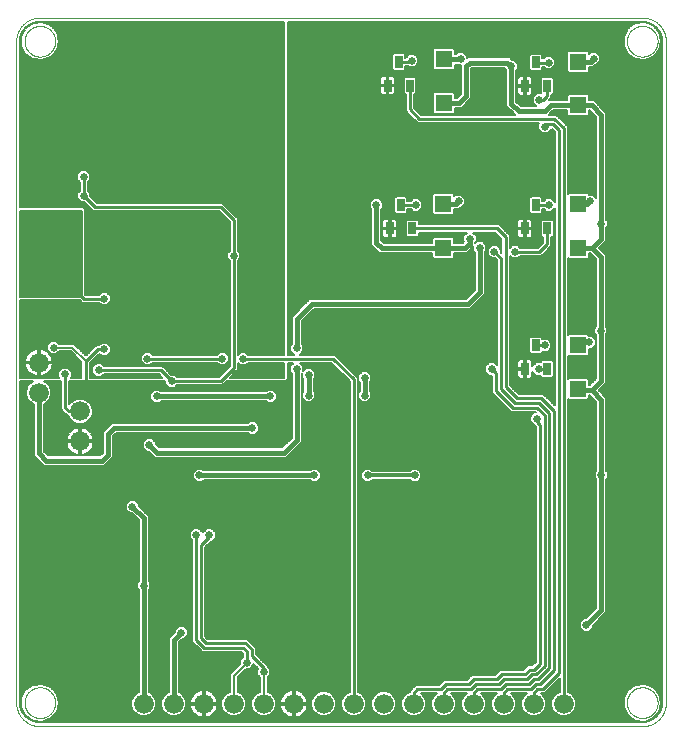
<source format=gbl>
G75*
%MOIN*%
%OFA0B0*%
%FSLAX25Y25*%
%IPPOS*%
%LPD*%
%AMOC8*
5,1,8,0,0,1.08239X$1,22.5*
%
%ADD10C,0.00001*%
%ADD11R,0.16000X0.06000*%
%ADD12R,0.02500X0.04000*%
%ADD13R,0.05512X0.05512*%
%ADD14C,0.06600*%
%ADD15C,0.02578*%
%ADD16C,0.01600*%
%ADD17C,0.01000*%
%ADD18C,0.01200*%
%ADD19C,0.00600*%
%ADD20C,0.00800*%
D10*
X0105675Y0063549D02*
X0105675Y0284021D01*
X0108431Y0284021D02*
X0108433Y0284164D01*
X0108439Y0284307D01*
X0108449Y0284449D01*
X0108463Y0284591D01*
X0108481Y0284733D01*
X0108503Y0284875D01*
X0108528Y0285015D01*
X0108558Y0285155D01*
X0108592Y0285294D01*
X0108629Y0285432D01*
X0108671Y0285569D01*
X0108716Y0285704D01*
X0108765Y0285838D01*
X0108817Y0285971D01*
X0108873Y0286103D01*
X0108933Y0286232D01*
X0108997Y0286360D01*
X0109064Y0286487D01*
X0109135Y0286611D01*
X0109209Y0286733D01*
X0109286Y0286853D01*
X0109367Y0286971D01*
X0109451Y0287087D01*
X0109538Y0287200D01*
X0109628Y0287311D01*
X0109722Y0287419D01*
X0109818Y0287525D01*
X0109917Y0287627D01*
X0110020Y0287727D01*
X0110124Y0287824D01*
X0110232Y0287919D01*
X0110342Y0288010D01*
X0110455Y0288098D01*
X0110570Y0288182D01*
X0110687Y0288264D01*
X0110807Y0288342D01*
X0110928Y0288417D01*
X0111052Y0288489D01*
X0111178Y0288557D01*
X0111305Y0288621D01*
X0111435Y0288682D01*
X0111566Y0288739D01*
X0111698Y0288793D01*
X0111832Y0288842D01*
X0111967Y0288889D01*
X0112104Y0288931D01*
X0112242Y0288969D01*
X0112380Y0289004D01*
X0112520Y0289034D01*
X0112660Y0289061D01*
X0112801Y0289084D01*
X0112943Y0289103D01*
X0113085Y0289118D01*
X0113228Y0289129D01*
X0113370Y0289136D01*
X0113513Y0289139D01*
X0113656Y0289138D01*
X0113799Y0289133D01*
X0113942Y0289124D01*
X0114084Y0289111D01*
X0114226Y0289094D01*
X0114367Y0289073D01*
X0114508Y0289048D01*
X0114648Y0289020D01*
X0114787Y0288987D01*
X0114925Y0288950D01*
X0115062Y0288910D01*
X0115198Y0288866D01*
X0115333Y0288818D01*
X0115466Y0288766D01*
X0115598Y0288711D01*
X0115728Y0288652D01*
X0115857Y0288589D01*
X0115983Y0288523D01*
X0116108Y0288453D01*
X0116231Y0288380D01*
X0116351Y0288304D01*
X0116470Y0288224D01*
X0116586Y0288140D01*
X0116700Y0288054D01*
X0116811Y0287964D01*
X0116920Y0287872D01*
X0117026Y0287776D01*
X0117130Y0287678D01*
X0117231Y0287576D01*
X0117328Y0287472D01*
X0117423Y0287365D01*
X0117515Y0287256D01*
X0117604Y0287144D01*
X0117690Y0287029D01*
X0117772Y0286913D01*
X0117851Y0286793D01*
X0117927Y0286672D01*
X0117999Y0286549D01*
X0118068Y0286424D01*
X0118133Y0286297D01*
X0118195Y0286168D01*
X0118253Y0286037D01*
X0118308Y0285905D01*
X0118358Y0285771D01*
X0118405Y0285636D01*
X0118449Y0285500D01*
X0118488Y0285363D01*
X0118523Y0285224D01*
X0118555Y0285085D01*
X0118583Y0284945D01*
X0118607Y0284804D01*
X0118627Y0284662D01*
X0118643Y0284520D01*
X0118655Y0284378D01*
X0118663Y0284235D01*
X0118667Y0284092D01*
X0118667Y0283950D01*
X0118663Y0283807D01*
X0118655Y0283664D01*
X0118643Y0283522D01*
X0118627Y0283380D01*
X0118607Y0283238D01*
X0118583Y0283097D01*
X0118555Y0282957D01*
X0118523Y0282818D01*
X0118488Y0282679D01*
X0118449Y0282542D01*
X0118405Y0282406D01*
X0118358Y0282271D01*
X0118308Y0282137D01*
X0118253Y0282005D01*
X0118195Y0281874D01*
X0118133Y0281745D01*
X0118068Y0281618D01*
X0117999Y0281493D01*
X0117927Y0281370D01*
X0117851Y0281249D01*
X0117772Y0281129D01*
X0117690Y0281013D01*
X0117604Y0280898D01*
X0117515Y0280786D01*
X0117423Y0280677D01*
X0117328Y0280570D01*
X0117231Y0280466D01*
X0117130Y0280364D01*
X0117026Y0280266D01*
X0116920Y0280170D01*
X0116811Y0280078D01*
X0116700Y0279988D01*
X0116586Y0279902D01*
X0116470Y0279818D01*
X0116351Y0279738D01*
X0116231Y0279662D01*
X0116108Y0279589D01*
X0115983Y0279519D01*
X0115857Y0279453D01*
X0115728Y0279390D01*
X0115598Y0279331D01*
X0115466Y0279276D01*
X0115333Y0279224D01*
X0115198Y0279176D01*
X0115062Y0279132D01*
X0114925Y0279092D01*
X0114787Y0279055D01*
X0114648Y0279022D01*
X0114508Y0278994D01*
X0114367Y0278969D01*
X0114226Y0278948D01*
X0114084Y0278931D01*
X0113942Y0278918D01*
X0113799Y0278909D01*
X0113656Y0278904D01*
X0113513Y0278903D01*
X0113370Y0278906D01*
X0113228Y0278913D01*
X0113085Y0278924D01*
X0112943Y0278939D01*
X0112801Y0278958D01*
X0112660Y0278981D01*
X0112520Y0279008D01*
X0112380Y0279038D01*
X0112242Y0279073D01*
X0112104Y0279111D01*
X0111967Y0279153D01*
X0111832Y0279200D01*
X0111698Y0279249D01*
X0111566Y0279303D01*
X0111435Y0279360D01*
X0111305Y0279421D01*
X0111178Y0279485D01*
X0111052Y0279553D01*
X0110928Y0279625D01*
X0110807Y0279700D01*
X0110687Y0279778D01*
X0110570Y0279860D01*
X0110455Y0279944D01*
X0110342Y0280032D01*
X0110232Y0280123D01*
X0110124Y0280218D01*
X0110020Y0280315D01*
X0109917Y0280415D01*
X0109818Y0280517D01*
X0109722Y0280623D01*
X0109628Y0280731D01*
X0109538Y0280842D01*
X0109451Y0280955D01*
X0109367Y0281071D01*
X0109286Y0281189D01*
X0109209Y0281309D01*
X0109135Y0281431D01*
X0109064Y0281555D01*
X0108997Y0281682D01*
X0108933Y0281810D01*
X0108873Y0281939D01*
X0108817Y0282071D01*
X0108765Y0282204D01*
X0108716Y0282338D01*
X0108671Y0282473D01*
X0108629Y0282610D01*
X0108592Y0282748D01*
X0108558Y0282887D01*
X0108528Y0283027D01*
X0108503Y0283167D01*
X0108481Y0283309D01*
X0108463Y0283451D01*
X0108449Y0283593D01*
X0108439Y0283735D01*
X0108433Y0283878D01*
X0108431Y0284021D01*
X0105675Y0284021D02*
X0105677Y0284211D01*
X0105684Y0284401D01*
X0105696Y0284591D01*
X0105712Y0284781D01*
X0105732Y0284970D01*
X0105758Y0285159D01*
X0105787Y0285347D01*
X0105822Y0285534D01*
X0105861Y0285720D01*
X0105904Y0285905D01*
X0105952Y0286090D01*
X0106004Y0286273D01*
X0106060Y0286454D01*
X0106121Y0286634D01*
X0106187Y0286813D01*
X0106256Y0286990D01*
X0106330Y0287166D01*
X0106408Y0287339D01*
X0106491Y0287511D01*
X0106577Y0287680D01*
X0106667Y0287848D01*
X0106762Y0288013D01*
X0106860Y0288176D01*
X0106963Y0288336D01*
X0107069Y0288494D01*
X0107179Y0288649D01*
X0107292Y0288802D01*
X0107410Y0288952D01*
X0107531Y0289098D01*
X0107655Y0289242D01*
X0107783Y0289383D01*
X0107914Y0289521D01*
X0108049Y0289656D01*
X0108187Y0289787D01*
X0108328Y0289915D01*
X0108472Y0290039D01*
X0108618Y0290160D01*
X0108768Y0290278D01*
X0108921Y0290391D01*
X0109076Y0290501D01*
X0109234Y0290607D01*
X0109394Y0290710D01*
X0109557Y0290808D01*
X0109722Y0290903D01*
X0109890Y0290993D01*
X0110059Y0291079D01*
X0110231Y0291162D01*
X0110404Y0291240D01*
X0110580Y0291314D01*
X0110757Y0291383D01*
X0110936Y0291449D01*
X0111116Y0291510D01*
X0111297Y0291566D01*
X0111480Y0291618D01*
X0111665Y0291666D01*
X0111850Y0291709D01*
X0112036Y0291748D01*
X0112223Y0291783D01*
X0112411Y0291812D01*
X0112600Y0291838D01*
X0112789Y0291858D01*
X0112979Y0291874D01*
X0113169Y0291886D01*
X0113359Y0291893D01*
X0113549Y0291895D01*
X0314336Y0291895D01*
X0309218Y0284021D02*
X0309220Y0284164D01*
X0309226Y0284307D01*
X0309236Y0284449D01*
X0309250Y0284591D01*
X0309268Y0284733D01*
X0309290Y0284875D01*
X0309315Y0285015D01*
X0309345Y0285155D01*
X0309379Y0285294D01*
X0309416Y0285432D01*
X0309458Y0285569D01*
X0309503Y0285704D01*
X0309552Y0285838D01*
X0309604Y0285971D01*
X0309660Y0286103D01*
X0309720Y0286232D01*
X0309784Y0286360D01*
X0309851Y0286487D01*
X0309922Y0286611D01*
X0309996Y0286733D01*
X0310073Y0286853D01*
X0310154Y0286971D01*
X0310238Y0287087D01*
X0310325Y0287200D01*
X0310415Y0287311D01*
X0310509Y0287419D01*
X0310605Y0287525D01*
X0310704Y0287627D01*
X0310807Y0287727D01*
X0310911Y0287824D01*
X0311019Y0287919D01*
X0311129Y0288010D01*
X0311242Y0288098D01*
X0311357Y0288182D01*
X0311474Y0288264D01*
X0311594Y0288342D01*
X0311715Y0288417D01*
X0311839Y0288489D01*
X0311965Y0288557D01*
X0312092Y0288621D01*
X0312222Y0288682D01*
X0312353Y0288739D01*
X0312485Y0288793D01*
X0312619Y0288842D01*
X0312754Y0288889D01*
X0312891Y0288931D01*
X0313029Y0288969D01*
X0313167Y0289004D01*
X0313307Y0289034D01*
X0313447Y0289061D01*
X0313588Y0289084D01*
X0313730Y0289103D01*
X0313872Y0289118D01*
X0314015Y0289129D01*
X0314157Y0289136D01*
X0314300Y0289139D01*
X0314443Y0289138D01*
X0314586Y0289133D01*
X0314729Y0289124D01*
X0314871Y0289111D01*
X0315013Y0289094D01*
X0315154Y0289073D01*
X0315295Y0289048D01*
X0315435Y0289020D01*
X0315574Y0288987D01*
X0315712Y0288950D01*
X0315849Y0288910D01*
X0315985Y0288866D01*
X0316120Y0288818D01*
X0316253Y0288766D01*
X0316385Y0288711D01*
X0316515Y0288652D01*
X0316644Y0288589D01*
X0316770Y0288523D01*
X0316895Y0288453D01*
X0317018Y0288380D01*
X0317138Y0288304D01*
X0317257Y0288224D01*
X0317373Y0288140D01*
X0317487Y0288054D01*
X0317598Y0287964D01*
X0317707Y0287872D01*
X0317813Y0287776D01*
X0317917Y0287678D01*
X0318018Y0287576D01*
X0318115Y0287472D01*
X0318210Y0287365D01*
X0318302Y0287256D01*
X0318391Y0287144D01*
X0318477Y0287029D01*
X0318559Y0286913D01*
X0318638Y0286793D01*
X0318714Y0286672D01*
X0318786Y0286549D01*
X0318855Y0286424D01*
X0318920Y0286297D01*
X0318982Y0286168D01*
X0319040Y0286037D01*
X0319095Y0285905D01*
X0319145Y0285771D01*
X0319192Y0285636D01*
X0319236Y0285500D01*
X0319275Y0285363D01*
X0319310Y0285224D01*
X0319342Y0285085D01*
X0319370Y0284945D01*
X0319394Y0284804D01*
X0319414Y0284662D01*
X0319430Y0284520D01*
X0319442Y0284378D01*
X0319450Y0284235D01*
X0319454Y0284092D01*
X0319454Y0283950D01*
X0319450Y0283807D01*
X0319442Y0283664D01*
X0319430Y0283522D01*
X0319414Y0283380D01*
X0319394Y0283238D01*
X0319370Y0283097D01*
X0319342Y0282957D01*
X0319310Y0282818D01*
X0319275Y0282679D01*
X0319236Y0282542D01*
X0319192Y0282406D01*
X0319145Y0282271D01*
X0319095Y0282137D01*
X0319040Y0282005D01*
X0318982Y0281874D01*
X0318920Y0281745D01*
X0318855Y0281618D01*
X0318786Y0281493D01*
X0318714Y0281370D01*
X0318638Y0281249D01*
X0318559Y0281129D01*
X0318477Y0281013D01*
X0318391Y0280898D01*
X0318302Y0280786D01*
X0318210Y0280677D01*
X0318115Y0280570D01*
X0318018Y0280466D01*
X0317917Y0280364D01*
X0317813Y0280266D01*
X0317707Y0280170D01*
X0317598Y0280078D01*
X0317487Y0279988D01*
X0317373Y0279902D01*
X0317257Y0279818D01*
X0317138Y0279738D01*
X0317018Y0279662D01*
X0316895Y0279589D01*
X0316770Y0279519D01*
X0316644Y0279453D01*
X0316515Y0279390D01*
X0316385Y0279331D01*
X0316253Y0279276D01*
X0316120Y0279224D01*
X0315985Y0279176D01*
X0315849Y0279132D01*
X0315712Y0279092D01*
X0315574Y0279055D01*
X0315435Y0279022D01*
X0315295Y0278994D01*
X0315154Y0278969D01*
X0315013Y0278948D01*
X0314871Y0278931D01*
X0314729Y0278918D01*
X0314586Y0278909D01*
X0314443Y0278904D01*
X0314300Y0278903D01*
X0314157Y0278906D01*
X0314015Y0278913D01*
X0313872Y0278924D01*
X0313730Y0278939D01*
X0313588Y0278958D01*
X0313447Y0278981D01*
X0313307Y0279008D01*
X0313167Y0279038D01*
X0313029Y0279073D01*
X0312891Y0279111D01*
X0312754Y0279153D01*
X0312619Y0279200D01*
X0312485Y0279249D01*
X0312353Y0279303D01*
X0312222Y0279360D01*
X0312092Y0279421D01*
X0311965Y0279485D01*
X0311839Y0279553D01*
X0311715Y0279625D01*
X0311594Y0279700D01*
X0311474Y0279778D01*
X0311357Y0279860D01*
X0311242Y0279944D01*
X0311129Y0280032D01*
X0311019Y0280123D01*
X0310911Y0280218D01*
X0310807Y0280315D01*
X0310704Y0280415D01*
X0310605Y0280517D01*
X0310509Y0280623D01*
X0310415Y0280731D01*
X0310325Y0280842D01*
X0310238Y0280955D01*
X0310154Y0281071D01*
X0310073Y0281189D01*
X0309996Y0281309D01*
X0309922Y0281431D01*
X0309851Y0281555D01*
X0309784Y0281682D01*
X0309720Y0281810D01*
X0309660Y0281939D01*
X0309604Y0282071D01*
X0309552Y0282204D01*
X0309503Y0282338D01*
X0309458Y0282473D01*
X0309416Y0282610D01*
X0309379Y0282748D01*
X0309345Y0282887D01*
X0309315Y0283027D01*
X0309290Y0283167D01*
X0309268Y0283309D01*
X0309250Y0283451D01*
X0309236Y0283593D01*
X0309226Y0283735D01*
X0309220Y0283878D01*
X0309218Y0284021D01*
X0314336Y0291895D02*
X0314526Y0291893D01*
X0314716Y0291886D01*
X0314906Y0291874D01*
X0315096Y0291858D01*
X0315285Y0291838D01*
X0315474Y0291812D01*
X0315662Y0291783D01*
X0315849Y0291748D01*
X0316035Y0291709D01*
X0316220Y0291666D01*
X0316405Y0291618D01*
X0316588Y0291566D01*
X0316769Y0291510D01*
X0316949Y0291449D01*
X0317128Y0291383D01*
X0317305Y0291314D01*
X0317481Y0291240D01*
X0317654Y0291162D01*
X0317826Y0291079D01*
X0317995Y0290993D01*
X0318163Y0290903D01*
X0318328Y0290808D01*
X0318491Y0290710D01*
X0318651Y0290607D01*
X0318809Y0290501D01*
X0318964Y0290391D01*
X0319117Y0290278D01*
X0319267Y0290160D01*
X0319413Y0290039D01*
X0319557Y0289915D01*
X0319698Y0289787D01*
X0319836Y0289656D01*
X0319971Y0289521D01*
X0320102Y0289383D01*
X0320230Y0289242D01*
X0320354Y0289098D01*
X0320475Y0288952D01*
X0320593Y0288802D01*
X0320706Y0288649D01*
X0320816Y0288494D01*
X0320922Y0288336D01*
X0321025Y0288176D01*
X0321123Y0288013D01*
X0321218Y0287848D01*
X0321308Y0287680D01*
X0321394Y0287511D01*
X0321477Y0287339D01*
X0321555Y0287166D01*
X0321629Y0286990D01*
X0321698Y0286813D01*
X0321764Y0286634D01*
X0321825Y0286454D01*
X0321881Y0286273D01*
X0321933Y0286090D01*
X0321981Y0285905D01*
X0322024Y0285720D01*
X0322063Y0285534D01*
X0322098Y0285347D01*
X0322127Y0285159D01*
X0322153Y0284970D01*
X0322173Y0284781D01*
X0322189Y0284591D01*
X0322201Y0284401D01*
X0322208Y0284211D01*
X0322210Y0284021D01*
X0322210Y0063549D01*
X0309218Y0063549D02*
X0309220Y0063692D01*
X0309226Y0063835D01*
X0309236Y0063977D01*
X0309250Y0064119D01*
X0309268Y0064261D01*
X0309290Y0064403D01*
X0309315Y0064543D01*
X0309345Y0064683D01*
X0309379Y0064822D01*
X0309416Y0064960D01*
X0309458Y0065097D01*
X0309503Y0065232D01*
X0309552Y0065366D01*
X0309604Y0065499D01*
X0309660Y0065631D01*
X0309720Y0065760D01*
X0309784Y0065888D01*
X0309851Y0066015D01*
X0309922Y0066139D01*
X0309996Y0066261D01*
X0310073Y0066381D01*
X0310154Y0066499D01*
X0310238Y0066615D01*
X0310325Y0066728D01*
X0310415Y0066839D01*
X0310509Y0066947D01*
X0310605Y0067053D01*
X0310704Y0067155D01*
X0310807Y0067255D01*
X0310911Y0067352D01*
X0311019Y0067447D01*
X0311129Y0067538D01*
X0311242Y0067626D01*
X0311357Y0067710D01*
X0311474Y0067792D01*
X0311594Y0067870D01*
X0311715Y0067945D01*
X0311839Y0068017D01*
X0311965Y0068085D01*
X0312092Y0068149D01*
X0312222Y0068210D01*
X0312353Y0068267D01*
X0312485Y0068321D01*
X0312619Y0068370D01*
X0312754Y0068417D01*
X0312891Y0068459D01*
X0313029Y0068497D01*
X0313167Y0068532D01*
X0313307Y0068562D01*
X0313447Y0068589D01*
X0313588Y0068612D01*
X0313730Y0068631D01*
X0313872Y0068646D01*
X0314015Y0068657D01*
X0314157Y0068664D01*
X0314300Y0068667D01*
X0314443Y0068666D01*
X0314586Y0068661D01*
X0314729Y0068652D01*
X0314871Y0068639D01*
X0315013Y0068622D01*
X0315154Y0068601D01*
X0315295Y0068576D01*
X0315435Y0068548D01*
X0315574Y0068515D01*
X0315712Y0068478D01*
X0315849Y0068438D01*
X0315985Y0068394D01*
X0316120Y0068346D01*
X0316253Y0068294D01*
X0316385Y0068239D01*
X0316515Y0068180D01*
X0316644Y0068117D01*
X0316770Y0068051D01*
X0316895Y0067981D01*
X0317018Y0067908D01*
X0317138Y0067832D01*
X0317257Y0067752D01*
X0317373Y0067668D01*
X0317487Y0067582D01*
X0317598Y0067492D01*
X0317707Y0067400D01*
X0317813Y0067304D01*
X0317917Y0067206D01*
X0318018Y0067104D01*
X0318115Y0067000D01*
X0318210Y0066893D01*
X0318302Y0066784D01*
X0318391Y0066672D01*
X0318477Y0066557D01*
X0318559Y0066441D01*
X0318638Y0066321D01*
X0318714Y0066200D01*
X0318786Y0066077D01*
X0318855Y0065952D01*
X0318920Y0065825D01*
X0318982Y0065696D01*
X0319040Y0065565D01*
X0319095Y0065433D01*
X0319145Y0065299D01*
X0319192Y0065164D01*
X0319236Y0065028D01*
X0319275Y0064891D01*
X0319310Y0064752D01*
X0319342Y0064613D01*
X0319370Y0064473D01*
X0319394Y0064332D01*
X0319414Y0064190D01*
X0319430Y0064048D01*
X0319442Y0063906D01*
X0319450Y0063763D01*
X0319454Y0063620D01*
X0319454Y0063478D01*
X0319450Y0063335D01*
X0319442Y0063192D01*
X0319430Y0063050D01*
X0319414Y0062908D01*
X0319394Y0062766D01*
X0319370Y0062625D01*
X0319342Y0062485D01*
X0319310Y0062346D01*
X0319275Y0062207D01*
X0319236Y0062070D01*
X0319192Y0061934D01*
X0319145Y0061799D01*
X0319095Y0061665D01*
X0319040Y0061533D01*
X0318982Y0061402D01*
X0318920Y0061273D01*
X0318855Y0061146D01*
X0318786Y0061021D01*
X0318714Y0060898D01*
X0318638Y0060777D01*
X0318559Y0060657D01*
X0318477Y0060541D01*
X0318391Y0060426D01*
X0318302Y0060314D01*
X0318210Y0060205D01*
X0318115Y0060098D01*
X0318018Y0059994D01*
X0317917Y0059892D01*
X0317813Y0059794D01*
X0317707Y0059698D01*
X0317598Y0059606D01*
X0317487Y0059516D01*
X0317373Y0059430D01*
X0317257Y0059346D01*
X0317138Y0059266D01*
X0317018Y0059190D01*
X0316895Y0059117D01*
X0316770Y0059047D01*
X0316644Y0058981D01*
X0316515Y0058918D01*
X0316385Y0058859D01*
X0316253Y0058804D01*
X0316120Y0058752D01*
X0315985Y0058704D01*
X0315849Y0058660D01*
X0315712Y0058620D01*
X0315574Y0058583D01*
X0315435Y0058550D01*
X0315295Y0058522D01*
X0315154Y0058497D01*
X0315013Y0058476D01*
X0314871Y0058459D01*
X0314729Y0058446D01*
X0314586Y0058437D01*
X0314443Y0058432D01*
X0314300Y0058431D01*
X0314157Y0058434D01*
X0314015Y0058441D01*
X0313872Y0058452D01*
X0313730Y0058467D01*
X0313588Y0058486D01*
X0313447Y0058509D01*
X0313307Y0058536D01*
X0313167Y0058566D01*
X0313029Y0058601D01*
X0312891Y0058639D01*
X0312754Y0058681D01*
X0312619Y0058728D01*
X0312485Y0058777D01*
X0312353Y0058831D01*
X0312222Y0058888D01*
X0312092Y0058949D01*
X0311965Y0059013D01*
X0311839Y0059081D01*
X0311715Y0059153D01*
X0311594Y0059228D01*
X0311474Y0059306D01*
X0311357Y0059388D01*
X0311242Y0059472D01*
X0311129Y0059560D01*
X0311019Y0059651D01*
X0310911Y0059746D01*
X0310807Y0059843D01*
X0310704Y0059943D01*
X0310605Y0060045D01*
X0310509Y0060151D01*
X0310415Y0060259D01*
X0310325Y0060370D01*
X0310238Y0060483D01*
X0310154Y0060599D01*
X0310073Y0060717D01*
X0309996Y0060837D01*
X0309922Y0060959D01*
X0309851Y0061083D01*
X0309784Y0061210D01*
X0309720Y0061338D01*
X0309660Y0061467D01*
X0309604Y0061599D01*
X0309552Y0061732D01*
X0309503Y0061866D01*
X0309458Y0062001D01*
X0309416Y0062138D01*
X0309379Y0062276D01*
X0309345Y0062415D01*
X0309315Y0062555D01*
X0309290Y0062695D01*
X0309268Y0062837D01*
X0309250Y0062979D01*
X0309236Y0063121D01*
X0309226Y0063263D01*
X0309220Y0063406D01*
X0309218Y0063549D01*
X0314336Y0055675D02*
X0314526Y0055677D01*
X0314716Y0055684D01*
X0314906Y0055696D01*
X0315096Y0055712D01*
X0315285Y0055732D01*
X0315474Y0055758D01*
X0315662Y0055787D01*
X0315849Y0055822D01*
X0316035Y0055861D01*
X0316220Y0055904D01*
X0316405Y0055952D01*
X0316588Y0056004D01*
X0316769Y0056060D01*
X0316949Y0056121D01*
X0317128Y0056187D01*
X0317305Y0056256D01*
X0317481Y0056330D01*
X0317654Y0056408D01*
X0317826Y0056491D01*
X0317995Y0056577D01*
X0318163Y0056667D01*
X0318328Y0056762D01*
X0318491Y0056860D01*
X0318651Y0056963D01*
X0318809Y0057069D01*
X0318964Y0057179D01*
X0319117Y0057292D01*
X0319267Y0057410D01*
X0319413Y0057531D01*
X0319557Y0057655D01*
X0319698Y0057783D01*
X0319836Y0057914D01*
X0319971Y0058049D01*
X0320102Y0058187D01*
X0320230Y0058328D01*
X0320354Y0058472D01*
X0320475Y0058618D01*
X0320593Y0058768D01*
X0320706Y0058921D01*
X0320816Y0059076D01*
X0320922Y0059234D01*
X0321025Y0059394D01*
X0321123Y0059557D01*
X0321218Y0059722D01*
X0321308Y0059890D01*
X0321394Y0060059D01*
X0321477Y0060231D01*
X0321555Y0060404D01*
X0321629Y0060580D01*
X0321698Y0060757D01*
X0321764Y0060936D01*
X0321825Y0061116D01*
X0321881Y0061297D01*
X0321933Y0061480D01*
X0321981Y0061665D01*
X0322024Y0061850D01*
X0322063Y0062036D01*
X0322098Y0062223D01*
X0322127Y0062411D01*
X0322153Y0062600D01*
X0322173Y0062789D01*
X0322189Y0062979D01*
X0322201Y0063169D01*
X0322208Y0063359D01*
X0322210Y0063549D01*
X0314336Y0055675D02*
X0113549Y0055675D01*
X0108431Y0063549D02*
X0108433Y0063692D01*
X0108439Y0063835D01*
X0108449Y0063977D01*
X0108463Y0064119D01*
X0108481Y0064261D01*
X0108503Y0064403D01*
X0108528Y0064543D01*
X0108558Y0064683D01*
X0108592Y0064822D01*
X0108629Y0064960D01*
X0108671Y0065097D01*
X0108716Y0065232D01*
X0108765Y0065366D01*
X0108817Y0065499D01*
X0108873Y0065631D01*
X0108933Y0065760D01*
X0108997Y0065888D01*
X0109064Y0066015D01*
X0109135Y0066139D01*
X0109209Y0066261D01*
X0109286Y0066381D01*
X0109367Y0066499D01*
X0109451Y0066615D01*
X0109538Y0066728D01*
X0109628Y0066839D01*
X0109722Y0066947D01*
X0109818Y0067053D01*
X0109917Y0067155D01*
X0110020Y0067255D01*
X0110124Y0067352D01*
X0110232Y0067447D01*
X0110342Y0067538D01*
X0110455Y0067626D01*
X0110570Y0067710D01*
X0110687Y0067792D01*
X0110807Y0067870D01*
X0110928Y0067945D01*
X0111052Y0068017D01*
X0111178Y0068085D01*
X0111305Y0068149D01*
X0111435Y0068210D01*
X0111566Y0068267D01*
X0111698Y0068321D01*
X0111832Y0068370D01*
X0111967Y0068417D01*
X0112104Y0068459D01*
X0112242Y0068497D01*
X0112380Y0068532D01*
X0112520Y0068562D01*
X0112660Y0068589D01*
X0112801Y0068612D01*
X0112943Y0068631D01*
X0113085Y0068646D01*
X0113228Y0068657D01*
X0113370Y0068664D01*
X0113513Y0068667D01*
X0113656Y0068666D01*
X0113799Y0068661D01*
X0113942Y0068652D01*
X0114084Y0068639D01*
X0114226Y0068622D01*
X0114367Y0068601D01*
X0114508Y0068576D01*
X0114648Y0068548D01*
X0114787Y0068515D01*
X0114925Y0068478D01*
X0115062Y0068438D01*
X0115198Y0068394D01*
X0115333Y0068346D01*
X0115466Y0068294D01*
X0115598Y0068239D01*
X0115728Y0068180D01*
X0115857Y0068117D01*
X0115983Y0068051D01*
X0116108Y0067981D01*
X0116231Y0067908D01*
X0116351Y0067832D01*
X0116470Y0067752D01*
X0116586Y0067668D01*
X0116700Y0067582D01*
X0116811Y0067492D01*
X0116920Y0067400D01*
X0117026Y0067304D01*
X0117130Y0067206D01*
X0117231Y0067104D01*
X0117328Y0067000D01*
X0117423Y0066893D01*
X0117515Y0066784D01*
X0117604Y0066672D01*
X0117690Y0066557D01*
X0117772Y0066441D01*
X0117851Y0066321D01*
X0117927Y0066200D01*
X0117999Y0066077D01*
X0118068Y0065952D01*
X0118133Y0065825D01*
X0118195Y0065696D01*
X0118253Y0065565D01*
X0118308Y0065433D01*
X0118358Y0065299D01*
X0118405Y0065164D01*
X0118449Y0065028D01*
X0118488Y0064891D01*
X0118523Y0064752D01*
X0118555Y0064613D01*
X0118583Y0064473D01*
X0118607Y0064332D01*
X0118627Y0064190D01*
X0118643Y0064048D01*
X0118655Y0063906D01*
X0118663Y0063763D01*
X0118667Y0063620D01*
X0118667Y0063478D01*
X0118663Y0063335D01*
X0118655Y0063192D01*
X0118643Y0063050D01*
X0118627Y0062908D01*
X0118607Y0062766D01*
X0118583Y0062625D01*
X0118555Y0062485D01*
X0118523Y0062346D01*
X0118488Y0062207D01*
X0118449Y0062070D01*
X0118405Y0061934D01*
X0118358Y0061799D01*
X0118308Y0061665D01*
X0118253Y0061533D01*
X0118195Y0061402D01*
X0118133Y0061273D01*
X0118068Y0061146D01*
X0117999Y0061021D01*
X0117927Y0060898D01*
X0117851Y0060777D01*
X0117772Y0060657D01*
X0117690Y0060541D01*
X0117604Y0060426D01*
X0117515Y0060314D01*
X0117423Y0060205D01*
X0117328Y0060098D01*
X0117231Y0059994D01*
X0117130Y0059892D01*
X0117026Y0059794D01*
X0116920Y0059698D01*
X0116811Y0059606D01*
X0116700Y0059516D01*
X0116586Y0059430D01*
X0116470Y0059346D01*
X0116351Y0059266D01*
X0116231Y0059190D01*
X0116108Y0059117D01*
X0115983Y0059047D01*
X0115857Y0058981D01*
X0115728Y0058918D01*
X0115598Y0058859D01*
X0115466Y0058804D01*
X0115333Y0058752D01*
X0115198Y0058704D01*
X0115062Y0058660D01*
X0114925Y0058620D01*
X0114787Y0058583D01*
X0114648Y0058550D01*
X0114508Y0058522D01*
X0114367Y0058497D01*
X0114226Y0058476D01*
X0114084Y0058459D01*
X0113942Y0058446D01*
X0113799Y0058437D01*
X0113656Y0058432D01*
X0113513Y0058431D01*
X0113370Y0058434D01*
X0113228Y0058441D01*
X0113085Y0058452D01*
X0112943Y0058467D01*
X0112801Y0058486D01*
X0112660Y0058509D01*
X0112520Y0058536D01*
X0112380Y0058566D01*
X0112242Y0058601D01*
X0112104Y0058639D01*
X0111967Y0058681D01*
X0111832Y0058728D01*
X0111698Y0058777D01*
X0111566Y0058831D01*
X0111435Y0058888D01*
X0111305Y0058949D01*
X0111178Y0059013D01*
X0111052Y0059081D01*
X0110928Y0059153D01*
X0110807Y0059228D01*
X0110687Y0059306D01*
X0110570Y0059388D01*
X0110455Y0059472D01*
X0110342Y0059560D01*
X0110232Y0059651D01*
X0110124Y0059746D01*
X0110020Y0059843D01*
X0109917Y0059943D01*
X0109818Y0060045D01*
X0109722Y0060151D01*
X0109628Y0060259D01*
X0109538Y0060370D01*
X0109451Y0060483D01*
X0109367Y0060599D01*
X0109286Y0060717D01*
X0109209Y0060837D01*
X0109135Y0060959D01*
X0109064Y0061083D01*
X0108997Y0061210D01*
X0108933Y0061338D01*
X0108873Y0061467D01*
X0108817Y0061599D01*
X0108765Y0061732D01*
X0108716Y0061866D01*
X0108671Y0062001D01*
X0108629Y0062138D01*
X0108592Y0062276D01*
X0108558Y0062415D01*
X0108528Y0062555D01*
X0108503Y0062695D01*
X0108481Y0062837D01*
X0108463Y0062979D01*
X0108449Y0063121D01*
X0108439Y0063263D01*
X0108433Y0063406D01*
X0108431Y0063549D01*
X0105675Y0063549D02*
X0105677Y0063359D01*
X0105684Y0063169D01*
X0105696Y0062979D01*
X0105712Y0062789D01*
X0105732Y0062600D01*
X0105758Y0062411D01*
X0105787Y0062223D01*
X0105822Y0062036D01*
X0105861Y0061850D01*
X0105904Y0061665D01*
X0105952Y0061480D01*
X0106004Y0061297D01*
X0106060Y0061116D01*
X0106121Y0060936D01*
X0106187Y0060757D01*
X0106256Y0060580D01*
X0106330Y0060404D01*
X0106408Y0060231D01*
X0106491Y0060059D01*
X0106577Y0059890D01*
X0106667Y0059722D01*
X0106762Y0059557D01*
X0106860Y0059394D01*
X0106963Y0059234D01*
X0107069Y0059076D01*
X0107179Y0058921D01*
X0107292Y0058768D01*
X0107410Y0058618D01*
X0107531Y0058472D01*
X0107655Y0058328D01*
X0107783Y0058187D01*
X0107914Y0058049D01*
X0108049Y0057914D01*
X0108187Y0057783D01*
X0108328Y0057655D01*
X0108472Y0057531D01*
X0108618Y0057410D01*
X0108768Y0057292D01*
X0108921Y0057179D01*
X0109076Y0057069D01*
X0109234Y0056963D01*
X0109394Y0056860D01*
X0109557Y0056762D01*
X0109722Y0056667D01*
X0109890Y0056577D01*
X0110059Y0056491D01*
X0110231Y0056408D01*
X0110404Y0056330D01*
X0110580Y0056256D01*
X0110757Y0056187D01*
X0110936Y0056121D01*
X0111116Y0056060D01*
X0111297Y0056004D01*
X0111480Y0055952D01*
X0111665Y0055904D01*
X0111850Y0055861D01*
X0112036Y0055822D01*
X0112223Y0055787D01*
X0112411Y0055758D01*
X0112600Y0055732D01*
X0112789Y0055712D01*
X0112979Y0055696D01*
X0113169Y0055684D01*
X0113359Y0055677D01*
X0113549Y0055675D01*
D11*
X0118675Y0203175D03*
X0118675Y0223175D03*
D12*
X0230163Y0221600D03*
X0237644Y0221600D03*
X0233903Y0229474D03*
X0236915Y0269238D03*
X0229435Y0269238D03*
X0233175Y0277112D03*
X0275163Y0269100D03*
X0282644Y0269100D03*
X0278903Y0276974D03*
X0278903Y0229474D03*
X0275163Y0221600D03*
X0282644Y0221600D03*
X0278903Y0182644D03*
X0275163Y0174769D03*
X0282644Y0174769D03*
D13*
X0292929Y0168126D03*
X0292929Y0182693D03*
X0293037Y0215163D03*
X0293037Y0229730D03*
X0293037Y0262663D03*
X0293037Y0277230D03*
X0248175Y0277958D03*
X0248175Y0263392D03*
X0248037Y0229730D03*
X0248037Y0215163D03*
D14*
X0126925Y0160675D03*
X0126925Y0150675D03*
X0113175Y0166925D03*
X0113175Y0176925D03*
X0148175Y0063175D03*
X0158175Y0063175D03*
X0168175Y0063175D03*
X0178175Y0063175D03*
X0188175Y0063175D03*
X0198175Y0063175D03*
X0208175Y0063175D03*
X0218175Y0063175D03*
X0228175Y0063175D03*
X0238175Y0063175D03*
X0248175Y0063175D03*
X0258175Y0063175D03*
X0268175Y0063175D03*
X0278175Y0063175D03*
X0288175Y0063175D03*
D15*
X0295675Y0089425D03*
X0259425Y0105050D03*
X0265050Y0130675D03*
X0238549Y0139336D03*
X0222801Y0139336D03*
X0205084Y0139336D03*
X0197885Y0143564D03*
X0184105Y0135690D03*
X0197885Y0126831D03*
X0170050Y0119425D03*
X0165675Y0119425D03*
X0166389Y0133721D03*
X0166699Y0139336D03*
X0167373Y0150454D03*
X0155675Y0160675D03*
X0152550Y0165675D03*
X0157550Y0170675D03*
X0149425Y0178175D03*
X0145675Y0182550D03*
X0135050Y0181300D03*
X0133175Y0174425D03*
X0121925Y0172939D03*
X0118175Y0181925D03*
X0118175Y0188800D03*
X0118175Y0203175D03*
X0113175Y0203175D03*
X0123175Y0203175D03*
X0132550Y0206925D03*
X0136925Y0206925D03*
X0141300Y0206925D03*
X0145675Y0206925D03*
X0156925Y0210675D03*
X0156925Y0215675D03*
X0163175Y0215675D03*
X0163175Y0210675D03*
X0171925Y0205050D03*
X0178175Y0212550D03*
X0199179Y0181659D03*
X0199179Y0174769D03*
X0203116Y0172801D03*
X0203116Y0165911D03*
X0193948Y0168170D03*
X0190409Y0165675D03*
X0181108Y0173460D03*
X0181300Y0178175D03*
X0174425Y0178175D03*
X0184415Y0155084D03*
X0150050Y0149425D03*
X0142767Y0148485D03*
X0141782Y0160296D03*
X0119144Y0151438D03*
X0125050Y0128800D03*
X0144425Y0128800D03*
X0148175Y0102550D03*
X0137550Y0086925D03*
X0126300Y0066300D03*
X0160675Y0086925D03*
X0172550Y0076300D03*
X0182550Y0076925D03*
X0183175Y0072550D03*
X0183175Y0066300D03*
X0188175Y0073800D03*
X0198175Y0094425D03*
X0221817Y0165911D03*
X0221817Y0171817D03*
X0236659Y0165867D03*
X0228785Y0188505D03*
X0235675Y0201300D03*
X0226925Y0204425D03*
X0213175Y0213175D03*
X0211300Y0226925D03*
X0225675Y0229425D03*
X0238800Y0229425D03*
X0253175Y0230675D03*
X0257550Y0232550D03*
X0256925Y0218175D03*
X0260203Y0215124D03*
X0265050Y0213800D03*
X0271925Y0213800D03*
X0275050Y0201925D03*
X0281856Y0182644D03*
X0279888Y0174769D03*
X0264140Y0174769D03*
X0279186Y0158175D03*
X0300675Y0139425D03*
X0308175Y0126925D03*
X0296620Y0183628D03*
X0300557Y0187565D03*
X0295719Y0193057D03*
X0300675Y0223175D03*
X0296925Y0230675D03*
X0293751Y0239317D03*
X0283175Y0229425D03*
X0275050Y0248175D03*
X0281925Y0255586D03*
X0280050Y0264425D03*
X0270675Y0275675D03*
X0283175Y0276925D03*
X0298175Y0278175D03*
X0253800Y0278175D03*
X0237550Y0277550D03*
X0238800Y0248175D03*
X0170675Y0250675D03*
X0161300Y0250675D03*
X0151925Y0250675D03*
X0142550Y0250675D03*
X0128175Y0238800D03*
X0128175Y0232550D03*
X0136925Y0232550D03*
X0137550Y0225050D03*
X0137550Y0220050D03*
X0141925Y0220050D03*
X0146300Y0220050D03*
X0133175Y0221300D03*
X0130050Y0224425D03*
X0123175Y0223175D03*
X0118175Y0223175D03*
X0113175Y0223175D03*
X0135050Y0198175D03*
X0308800Y0227550D03*
D16*
X0300675Y0223175D02*
X0300675Y0218175D01*
X0297663Y0215163D01*
X0300675Y0212151D01*
X0300675Y0187447D01*
X0300557Y0187565D01*
X0300675Y0187447D02*
X0300675Y0170901D01*
X0297437Y0167663D01*
X0293392Y0167663D01*
X0292929Y0168126D01*
X0297437Y0167663D02*
X0300675Y0164425D01*
X0300675Y0139425D01*
X0300675Y0094425D01*
X0295675Y0089425D01*
X0221817Y0165911D02*
X0221817Y0171817D01*
X0203116Y0172801D02*
X0203116Y0165911D01*
X0199179Y0174769D02*
X0199179Y0151147D01*
X0194956Y0146925D01*
X0152550Y0146925D01*
X0150050Y0149425D01*
X0138155Y0155084D02*
X0136187Y0153116D01*
X0136187Y0146226D01*
X0134218Y0144258D01*
X0115518Y0144258D01*
X0113175Y0146600D01*
X0113175Y0166925D01*
X0138155Y0155084D02*
X0184415Y0155084D01*
X0190409Y0165675D02*
X0152550Y0165675D01*
X0166699Y0139336D02*
X0205084Y0139336D01*
X0199179Y0181659D02*
X0199179Y0191502D01*
X0204100Y0196423D01*
X0256266Y0196423D01*
X0260203Y0200360D01*
X0260203Y0215124D01*
X0256925Y0216925D02*
X0256925Y0218175D01*
X0256925Y0216925D02*
X0255163Y0215163D01*
X0248037Y0215163D01*
X0227437Y0215163D01*
X0225675Y0216925D01*
X0225675Y0229425D01*
X0248037Y0229730D02*
X0252230Y0229730D01*
X0253175Y0230675D01*
X0273175Y0260675D02*
X0270675Y0263175D01*
X0270675Y0275675D01*
X0269425Y0276925D01*
X0256925Y0276925D01*
X0255675Y0275675D01*
X0255675Y0265675D01*
X0253392Y0263392D01*
X0248175Y0263392D01*
X0248175Y0277958D02*
X0253583Y0277958D01*
X0253800Y0278175D01*
X0273175Y0260675D02*
X0281925Y0260675D01*
X0283913Y0262663D01*
X0293037Y0262663D01*
X0297437Y0262663D01*
X0300675Y0259425D01*
X0300675Y0223175D01*
X0295980Y0229730D02*
X0293037Y0229730D01*
X0295980Y0229730D02*
X0296925Y0230675D01*
X0297663Y0215163D02*
X0293037Y0215163D01*
X0293037Y0277230D02*
X0297230Y0277230D01*
X0298175Y0278175D01*
X0148175Y0125050D02*
X0144425Y0128800D01*
X0148175Y0125050D02*
X0148175Y0102550D01*
X0148175Y0063175D01*
X0158175Y0063175D02*
X0158175Y0084425D01*
X0160675Y0086925D01*
D17*
X0165675Y0084425D02*
X0168175Y0081925D01*
X0181300Y0081925D01*
X0182550Y0080675D01*
X0182550Y0076925D01*
X0184150Y0079075D02*
X0184150Y0081338D01*
X0181963Y0083525D01*
X0168838Y0083525D01*
X0167275Y0085088D01*
X0167275Y0116025D01*
X0170050Y0118800D01*
X0170050Y0119425D01*
X0165675Y0119425D02*
X0165675Y0084425D01*
X0184150Y0079075D02*
X0188175Y0075050D01*
X0188175Y0073800D01*
X0218175Y0063175D02*
X0218175Y0171300D01*
X0211300Y0178175D01*
X0181300Y0178175D01*
X0178175Y0175050D02*
X0178175Y0212550D01*
X0178175Y0224425D01*
X0173800Y0228800D01*
X0131925Y0228800D01*
X0128175Y0232550D01*
X0128175Y0238800D01*
X0123175Y0203175D02*
X0128175Y0198175D01*
X0135050Y0198175D01*
X0135050Y0181300D02*
X0132891Y0181300D01*
X0128971Y0177379D01*
X0128800Y0177209D01*
X0128800Y0170050D01*
X0133175Y0174425D02*
X0153800Y0174425D01*
X0157550Y0170675D01*
X0173800Y0170675D01*
X0178175Y0175050D01*
X0174425Y0178175D02*
X0149425Y0178175D01*
X0126925Y0160675D02*
X0123175Y0160675D01*
X0121925Y0161925D01*
X0121925Y0172939D01*
X0233903Y0229474D02*
X0233953Y0229425D01*
X0238800Y0229425D01*
X0237644Y0221600D02*
X0266000Y0221600D01*
X0268800Y0218800D01*
X0268800Y0168800D01*
X0272550Y0165050D01*
X0280750Y0165050D01*
X0284975Y0160825D01*
X0284975Y0078800D01*
X0284975Y0078488D01*
X0284975Y0074587D01*
X0280163Y0069775D01*
X0278762Y0069775D01*
X0277162Y0068175D01*
X0269425Y0068175D01*
X0268175Y0066925D01*
X0268175Y0063175D01*
X0267162Y0068175D02*
X0268762Y0069775D01*
X0276500Y0069775D01*
X0278100Y0071375D01*
X0279500Y0071375D01*
X0283375Y0075250D01*
X0283375Y0160163D01*
X0280088Y0163450D01*
X0271887Y0163450D01*
X0267200Y0168137D01*
X0267200Y0211650D01*
X0265050Y0213800D01*
X0271925Y0213800D02*
X0280050Y0213800D01*
X0282550Y0216300D01*
X0282550Y0221507D01*
X0282644Y0221600D01*
X0283175Y0229425D02*
X0278953Y0229425D01*
X0278903Y0229474D01*
X0286575Y0254387D02*
X0284662Y0256300D01*
X0282550Y0256300D01*
X0281925Y0255675D01*
X0281925Y0255586D01*
X0285050Y0258175D02*
X0240050Y0258175D01*
X0236915Y0261310D01*
X0236915Y0269238D01*
X0237112Y0277112D02*
X0233175Y0277112D01*
X0237112Y0277112D02*
X0237550Y0277550D01*
X0278903Y0276974D02*
X0278953Y0276925D01*
X0283175Y0276925D01*
X0282644Y0269100D02*
X0282644Y0265769D01*
X0281300Y0264425D01*
X0280050Y0264425D01*
X0285050Y0258175D02*
X0288175Y0255050D01*
X0288175Y0063175D01*
X0281300Y0068175D02*
X0286575Y0073450D01*
X0286575Y0254387D01*
X0293864Y0183628D02*
X0292929Y0182693D01*
X0293864Y0183628D02*
X0296620Y0183628D01*
X0281856Y0182644D02*
X0278903Y0182644D01*
X0279888Y0174769D02*
X0282644Y0174769D01*
X0279425Y0161850D02*
X0271225Y0161850D01*
X0265600Y0167475D01*
X0265600Y0173309D01*
X0264140Y0174769D01*
X0279425Y0161850D02*
X0281775Y0159500D01*
X0281775Y0075912D01*
X0278838Y0072975D01*
X0277437Y0072975D01*
X0275837Y0071375D01*
X0268100Y0071375D01*
X0266500Y0069775D01*
X0258762Y0069775D01*
X0257162Y0068175D01*
X0249425Y0068175D01*
X0248175Y0066925D01*
X0248175Y0063175D01*
X0247162Y0068175D02*
X0248762Y0069775D01*
X0256500Y0069775D01*
X0258100Y0071375D01*
X0265837Y0071375D01*
X0267437Y0072975D01*
X0275174Y0072975D01*
X0276774Y0074575D01*
X0278175Y0074575D01*
X0280175Y0076575D01*
X0280175Y0156175D01*
X0279186Y0157164D01*
X0279186Y0158175D01*
X0279425Y0068175D02*
X0281300Y0068175D01*
X0279425Y0068175D02*
X0278175Y0066925D01*
X0278175Y0063175D01*
X0267162Y0068175D02*
X0259425Y0068175D01*
X0258175Y0066925D01*
X0258175Y0063175D01*
X0247162Y0068175D02*
X0239425Y0068175D01*
X0238175Y0066925D01*
X0238175Y0063175D01*
D18*
X0238549Y0139336D02*
X0222801Y0139336D01*
D19*
X0224397Y0137836D02*
X0236953Y0137836D01*
X0237642Y0137147D01*
X0239456Y0137147D01*
X0240738Y0138430D01*
X0240738Y0140243D01*
X0239456Y0141525D01*
X0237642Y0141525D01*
X0236953Y0140836D01*
X0224397Y0140836D01*
X0223708Y0141525D01*
X0221894Y0141525D01*
X0220612Y0140243D01*
X0220612Y0138430D01*
X0221894Y0137147D01*
X0223708Y0137147D01*
X0224397Y0137836D01*
X0224231Y0137671D02*
X0237119Y0137671D01*
X0239979Y0137671D02*
X0278775Y0137671D01*
X0278775Y0137073D02*
X0219575Y0137073D01*
X0219575Y0137671D02*
X0221371Y0137671D01*
X0220772Y0138270D02*
X0219575Y0138270D01*
X0219575Y0138868D02*
X0220612Y0138868D01*
X0220612Y0139467D02*
X0219575Y0139467D01*
X0219575Y0140065D02*
X0220612Y0140065D01*
X0221033Y0140664D02*
X0219575Y0140664D01*
X0219575Y0141262D02*
X0221631Y0141262D01*
X0219575Y0141861D02*
X0278775Y0141861D01*
X0278775Y0142459D02*
X0219575Y0142459D01*
X0219575Y0143058D02*
X0278775Y0143058D01*
X0278775Y0143656D02*
X0219575Y0143656D01*
X0219575Y0144255D02*
X0278775Y0144255D01*
X0278775Y0144853D02*
X0219575Y0144853D01*
X0219575Y0145452D02*
X0278775Y0145452D01*
X0278775Y0146050D02*
X0219575Y0146050D01*
X0219575Y0146649D02*
X0278775Y0146649D01*
X0278775Y0147247D02*
X0219575Y0147247D01*
X0219575Y0147846D02*
X0278775Y0147846D01*
X0278775Y0148444D02*
X0219575Y0148444D01*
X0219575Y0149043D02*
X0278775Y0149043D01*
X0278775Y0149641D02*
X0219575Y0149641D01*
X0219575Y0150240D02*
X0278775Y0150240D01*
X0278775Y0150838D02*
X0219575Y0150838D01*
X0219575Y0151437D02*
X0278775Y0151437D01*
X0278775Y0152035D02*
X0219575Y0152035D01*
X0219575Y0152634D02*
X0278775Y0152634D01*
X0278775Y0153232D02*
X0219575Y0153232D01*
X0219575Y0153831D02*
X0278775Y0153831D01*
X0278775Y0154429D02*
X0219575Y0154429D01*
X0219575Y0155028D02*
X0278775Y0155028D01*
X0278775Y0155595D02*
X0278775Y0077155D01*
X0277595Y0075975D01*
X0276194Y0075975D01*
X0275374Y0075155D01*
X0274594Y0074375D01*
X0266857Y0074375D01*
X0266037Y0073555D01*
X0266037Y0073555D01*
X0265257Y0072775D01*
X0257520Y0072775D01*
X0256700Y0071955D01*
X0256700Y0071955D01*
X0255920Y0071175D01*
X0248182Y0071175D01*
X0246582Y0069575D01*
X0238845Y0069575D01*
X0238025Y0068755D01*
X0236775Y0067505D01*
X0236775Y0067141D01*
X0235796Y0066736D01*
X0234614Y0065554D01*
X0233975Y0064010D01*
X0233975Y0062340D01*
X0234614Y0060796D01*
X0235796Y0059614D01*
X0237340Y0058975D01*
X0239010Y0058975D01*
X0240554Y0059614D01*
X0241736Y0060796D01*
X0242375Y0062340D01*
X0242375Y0064010D01*
X0241736Y0065554D01*
X0240554Y0066736D01*
X0240459Y0066775D01*
X0245891Y0066775D01*
X0245796Y0066736D01*
X0244614Y0065554D01*
X0243975Y0064010D01*
X0243975Y0062340D01*
X0244614Y0060796D01*
X0245796Y0059614D01*
X0247340Y0058975D01*
X0249010Y0058975D01*
X0250554Y0059614D01*
X0251736Y0060796D01*
X0252375Y0062340D01*
X0252375Y0064010D01*
X0251736Y0065554D01*
X0250554Y0066736D01*
X0250459Y0066775D01*
X0255891Y0066775D01*
X0255796Y0066736D01*
X0254614Y0065554D01*
X0253975Y0064010D01*
X0253975Y0062340D01*
X0254614Y0060796D01*
X0255796Y0059614D01*
X0257340Y0058975D01*
X0259010Y0058975D01*
X0260554Y0059614D01*
X0261736Y0060796D01*
X0262375Y0062340D01*
X0262375Y0064010D01*
X0261736Y0065554D01*
X0260554Y0066736D01*
X0260459Y0066775D01*
X0265891Y0066775D01*
X0265796Y0066736D01*
X0264614Y0065554D01*
X0263975Y0064010D01*
X0263975Y0062340D01*
X0264614Y0060796D01*
X0265796Y0059614D01*
X0267340Y0058975D01*
X0269010Y0058975D01*
X0270554Y0059614D01*
X0271736Y0060796D01*
X0272375Y0062340D01*
X0272375Y0064010D01*
X0271736Y0065554D01*
X0270554Y0066736D01*
X0270459Y0066775D01*
X0275891Y0066775D01*
X0275796Y0066736D01*
X0274614Y0065554D01*
X0273975Y0064010D01*
X0273975Y0062340D01*
X0274614Y0060796D01*
X0275796Y0059614D01*
X0277340Y0058975D01*
X0279010Y0058975D01*
X0280554Y0059614D01*
X0281736Y0060796D01*
X0282375Y0062340D01*
X0282375Y0064010D01*
X0281736Y0065554D01*
X0280554Y0066736D01*
X0280459Y0066775D01*
X0281880Y0066775D01*
X0286775Y0071670D01*
X0286775Y0067141D01*
X0285796Y0066736D01*
X0284614Y0065554D01*
X0283975Y0064010D01*
X0283975Y0062340D01*
X0284614Y0060796D01*
X0285796Y0059614D01*
X0287340Y0058975D01*
X0289010Y0058975D01*
X0290554Y0059614D01*
X0291736Y0060796D01*
X0292375Y0062340D01*
X0292375Y0064010D01*
X0291736Y0065554D01*
X0290554Y0066736D01*
X0289575Y0067141D01*
X0289575Y0164695D01*
X0289800Y0164470D01*
X0296058Y0164470D01*
X0296585Y0164997D01*
X0296585Y0165963D01*
X0296733Y0165963D01*
X0298975Y0163721D01*
X0298975Y0140821D01*
X0298486Y0140332D01*
X0298486Y0138518D01*
X0298975Y0138029D01*
X0298975Y0095129D01*
X0295460Y0091614D01*
X0294768Y0091614D01*
X0293486Y0090332D01*
X0293486Y0088518D01*
X0294768Y0087236D01*
X0296582Y0087236D01*
X0297864Y0088518D01*
X0297864Y0089210D01*
X0301379Y0092725D01*
X0302375Y0093721D01*
X0302375Y0138029D01*
X0302864Y0138518D01*
X0302864Y0140332D01*
X0302375Y0140821D01*
X0302375Y0165129D01*
X0299841Y0167663D01*
X0301379Y0169201D01*
X0302375Y0170197D01*
X0302375Y0186287D01*
X0302746Y0186658D01*
X0302746Y0188471D01*
X0302375Y0188842D01*
X0302375Y0212856D01*
X0301379Y0213851D01*
X0300067Y0215163D01*
X0301379Y0216475D01*
X0302375Y0217471D01*
X0302375Y0221779D01*
X0302864Y0222268D01*
X0302864Y0224082D01*
X0302375Y0224571D01*
X0302375Y0260129D01*
X0298141Y0264363D01*
X0296693Y0264363D01*
X0296693Y0265792D01*
X0296166Y0266319D01*
X0289909Y0266319D01*
X0289381Y0265792D01*
X0289381Y0264363D01*
X0283218Y0264363D01*
X0283223Y0264369D01*
X0284043Y0265189D01*
X0284043Y0266200D01*
X0284266Y0266200D01*
X0284793Y0266727D01*
X0284793Y0271473D01*
X0284266Y0272000D01*
X0281021Y0272000D01*
X0280494Y0271473D01*
X0280494Y0266727D01*
X0280607Y0266614D01*
X0279143Y0266614D01*
X0277861Y0265332D01*
X0277861Y0263518D01*
X0279004Y0262375D01*
X0273879Y0262375D01*
X0272375Y0263879D01*
X0272375Y0274279D01*
X0272864Y0274768D01*
X0272864Y0276582D01*
X0271582Y0277864D01*
X0270890Y0277864D01*
X0270129Y0278625D01*
X0256221Y0278625D01*
X0255989Y0278393D01*
X0255989Y0279082D01*
X0254707Y0280364D01*
X0252893Y0280364D01*
X0252188Y0279658D01*
X0251831Y0279658D01*
X0251831Y0281087D01*
X0251304Y0281614D01*
X0245046Y0281614D01*
X0244519Y0281087D01*
X0244519Y0274830D01*
X0245046Y0274303D01*
X0251304Y0274303D01*
X0251831Y0274830D01*
X0251831Y0276258D01*
X0252621Y0276258D01*
X0252893Y0275986D01*
X0253975Y0275986D01*
X0253975Y0266379D01*
X0252687Y0265092D01*
X0251831Y0265092D01*
X0251831Y0266520D01*
X0251304Y0267047D01*
X0245046Y0267047D01*
X0244519Y0266520D01*
X0244519Y0260263D01*
X0245046Y0259736D01*
X0251304Y0259736D01*
X0251831Y0260263D01*
X0251831Y0261692D01*
X0254096Y0261692D01*
X0256379Y0263975D01*
X0256379Y0263975D01*
X0257375Y0264971D01*
X0257375Y0274971D01*
X0257629Y0275225D01*
X0268486Y0275225D01*
X0268486Y0274768D01*
X0268975Y0274279D01*
X0268975Y0262471D01*
X0271475Y0259971D01*
X0271475Y0259971D01*
X0271871Y0259575D01*
X0240630Y0259575D01*
X0238315Y0261890D01*
X0238315Y0266338D01*
X0238538Y0266338D01*
X0239065Y0266865D01*
X0239065Y0271611D01*
X0238538Y0272138D01*
X0235292Y0272138D01*
X0234765Y0271611D01*
X0234765Y0266865D01*
X0235292Y0266338D01*
X0235515Y0266338D01*
X0235515Y0260730D01*
X0236335Y0259910D01*
X0239470Y0256775D01*
X0280018Y0256775D01*
X0196250Y0256775D01*
X0196250Y0257373D02*
X0238872Y0257373D01*
X0238273Y0257972D02*
X0196250Y0257972D01*
X0196250Y0258570D02*
X0237675Y0258570D01*
X0237076Y0259169D02*
X0196250Y0259169D01*
X0196250Y0259767D02*
X0236478Y0259767D01*
X0235879Y0260366D02*
X0196250Y0260366D01*
X0196250Y0260964D02*
X0235515Y0260964D01*
X0235515Y0261563D02*
X0196250Y0261563D01*
X0196250Y0262161D02*
X0235515Y0262161D01*
X0235515Y0262760D02*
X0196250Y0262760D01*
X0196250Y0263358D02*
X0235515Y0263358D01*
X0235515Y0263957D02*
X0196250Y0263957D01*
X0196250Y0264555D02*
X0235515Y0264555D01*
X0235515Y0265154D02*
X0196250Y0265154D01*
X0196250Y0265752D02*
X0235515Y0265752D01*
X0235279Y0266351D02*
X0231636Y0266351D01*
X0231725Y0266440D02*
X0231896Y0266736D01*
X0231985Y0267067D01*
X0231985Y0268938D01*
X0229735Y0268938D01*
X0229735Y0269538D01*
X0231985Y0269538D01*
X0231985Y0271409D01*
X0231896Y0271740D01*
X0231725Y0272036D01*
X0231483Y0272278D01*
X0231187Y0272449D01*
X0230856Y0272538D01*
X0229735Y0272538D01*
X0229735Y0269538D01*
X0229135Y0269538D01*
X0229135Y0272538D01*
X0228014Y0272538D01*
X0227683Y0272449D01*
X0227387Y0272278D01*
X0227145Y0272036D01*
X0226973Y0271740D01*
X0226885Y0271409D01*
X0226885Y0269538D01*
X0229135Y0269538D01*
X0229135Y0268938D01*
X0229735Y0268938D01*
X0229735Y0265938D01*
X0230856Y0265938D01*
X0231187Y0266027D01*
X0231483Y0266198D01*
X0231725Y0266440D01*
X0231953Y0266949D02*
X0234765Y0266949D01*
X0234765Y0267548D02*
X0231985Y0267548D01*
X0231985Y0268147D02*
X0234765Y0268147D01*
X0234765Y0268745D02*
X0231985Y0268745D01*
X0231985Y0269942D02*
X0234765Y0269942D01*
X0234765Y0269344D02*
X0229735Y0269344D01*
X0229735Y0269942D02*
X0229135Y0269942D01*
X0229135Y0269344D02*
X0196250Y0269344D01*
X0196250Y0269942D02*
X0226885Y0269942D01*
X0226885Y0270541D02*
X0196250Y0270541D01*
X0196250Y0271139D02*
X0226885Y0271139D01*
X0226973Y0271738D02*
X0196250Y0271738D01*
X0196250Y0272336D02*
X0227487Y0272336D01*
X0229135Y0272336D02*
X0229735Y0272336D01*
X0229735Y0271738D02*
X0229135Y0271738D01*
X0229135Y0271139D02*
X0229735Y0271139D01*
X0229735Y0270541D02*
X0229135Y0270541D01*
X0229135Y0268938D02*
X0226885Y0268938D01*
X0226885Y0267067D01*
X0226973Y0266736D01*
X0227145Y0266440D01*
X0227387Y0266198D01*
X0227683Y0266027D01*
X0228014Y0265938D01*
X0229135Y0265938D01*
X0229135Y0268938D01*
X0229135Y0268745D02*
X0229735Y0268745D01*
X0229735Y0268147D02*
X0229135Y0268147D01*
X0229135Y0267548D02*
X0229735Y0267548D01*
X0229735Y0266949D02*
X0229135Y0266949D01*
X0229135Y0266351D02*
X0229735Y0266351D01*
X0227233Y0266351D02*
X0196250Y0266351D01*
X0196250Y0266949D02*
X0226916Y0266949D01*
X0226885Y0267548D02*
X0196250Y0267548D01*
X0196250Y0268147D02*
X0226885Y0268147D01*
X0226885Y0268745D02*
X0196250Y0268745D01*
X0195050Y0268745D02*
X0106975Y0268745D01*
X0106975Y0268147D02*
X0195050Y0268147D01*
X0195050Y0267548D02*
X0106975Y0267548D01*
X0106975Y0266949D02*
X0195050Y0266949D01*
X0195050Y0266351D02*
X0106975Y0266351D01*
X0106975Y0265752D02*
X0195050Y0265752D01*
X0195050Y0265154D02*
X0106975Y0265154D01*
X0106975Y0264555D02*
X0195050Y0264555D01*
X0195050Y0263957D02*
X0106975Y0263957D01*
X0106975Y0263358D02*
X0195050Y0263358D01*
X0195050Y0262760D02*
X0106975Y0262760D01*
X0106975Y0262161D02*
X0195050Y0262161D01*
X0195050Y0261563D02*
X0106975Y0261563D01*
X0106975Y0260964D02*
X0195050Y0260964D01*
X0195050Y0260366D02*
X0106975Y0260366D01*
X0106975Y0259767D02*
X0195050Y0259767D01*
X0195050Y0259169D02*
X0106975Y0259169D01*
X0106975Y0258570D02*
X0195050Y0258570D01*
X0195050Y0257972D02*
X0106975Y0257972D01*
X0106975Y0257373D02*
X0195050Y0257373D01*
X0195050Y0256775D02*
X0106975Y0256775D01*
X0106975Y0256176D02*
X0195050Y0256176D01*
X0195050Y0255578D02*
X0106975Y0255578D01*
X0106975Y0254979D02*
X0195050Y0254979D01*
X0195050Y0254381D02*
X0106975Y0254381D01*
X0106975Y0253782D02*
X0195050Y0253782D01*
X0195050Y0253184D02*
X0106975Y0253184D01*
X0106975Y0252585D02*
X0195050Y0252585D01*
X0195050Y0251987D02*
X0106975Y0251987D01*
X0106975Y0251388D02*
X0195050Y0251388D01*
X0195050Y0250790D02*
X0106975Y0250790D01*
X0106975Y0250191D02*
X0195050Y0250191D01*
X0195050Y0249593D02*
X0106975Y0249593D01*
X0106975Y0248994D02*
X0195050Y0248994D01*
X0195050Y0248396D02*
X0106975Y0248396D01*
X0106975Y0247797D02*
X0195050Y0247797D01*
X0195050Y0247199D02*
X0106975Y0247199D01*
X0106975Y0246600D02*
X0195050Y0246600D01*
X0195050Y0246002D02*
X0106975Y0246002D01*
X0106975Y0245403D02*
X0195050Y0245403D01*
X0195050Y0244805D02*
X0106975Y0244805D01*
X0106975Y0244206D02*
X0195050Y0244206D01*
X0195050Y0243608D02*
X0106975Y0243608D01*
X0106975Y0243009D02*
X0195050Y0243009D01*
X0195050Y0242411D02*
X0106975Y0242411D01*
X0106975Y0241812D02*
X0195050Y0241812D01*
X0195050Y0241214D02*
X0106975Y0241214D01*
X0106975Y0240615D02*
X0126894Y0240615D01*
X0127268Y0240989D02*
X0125986Y0239707D01*
X0125986Y0237893D01*
X0126775Y0237104D01*
X0126775Y0234246D01*
X0125986Y0233457D01*
X0125986Y0231643D01*
X0127268Y0230361D01*
X0128384Y0230361D01*
X0130525Y0228220D01*
X0131345Y0227400D01*
X0173220Y0227400D01*
X0176775Y0223845D01*
X0176775Y0214246D01*
X0175986Y0213457D01*
X0175986Y0211643D01*
X0176775Y0210854D01*
X0176775Y0175630D01*
X0173220Y0172075D01*
X0159246Y0172075D01*
X0158457Y0172864D01*
X0157341Y0172864D01*
X0155200Y0175005D01*
X0154380Y0175825D01*
X0134871Y0175825D01*
X0134082Y0176614D01*
X0132268Y0176614D01*
X0130986Y0175332D01*
X0130986Y0173518D01*
X0132268Y0172236D01*
X0134082Y0172236D01*
X0134871Y0173025D01*
X0153220Y0173025D01*
X0154320Y0171925D01*
X0130200Y0171925D01*
X0130200Y0176629D01*
X0133413Y0179842D01*
X0134143Y0179111D01*
X0135957Y0179111D01*
X0137239Y0180393D01*
X0137239Y0182207D01*
X0135957Y0183489D01*
X0134143Y0183489D01*
X0133354Y0182700D01*
X0132311Y0182700D01*
X0128900Y0179289D01*
X0124963Y0183225D01*
X0119971Y0183225D01*
X0119082Y0184114D01*
X0117268Y0184114D01*
X0115986Y0182832D01*
X0115986Y0181018D01*
X0117268Y0179736D01*
X0119082Y0179736D01*
X0119971Y0180625D01*
X0123887Y0180625D01*
X0127400Y0177112D01*
X0127400Y0171925D01*
X0124007Y0171925D01*
X0124114Y0172032D01*
X0124114Y0173846D01*
X0122832Y0175128D01*
X0121018Y0175128D01*
X0119736Y0173846D01*
X0119736Y0172032D01*
X0119843Y0171925D01*
X0106975Y0171925D01*
X0106975Y0197600D01*
X0126770Y0197600D01*
X0127595Y0196775D01*
X0133354Y0196775D01*
X0134143Y0195986D01*
X0135957Y0195986D01*
X0137239Y0197268D01*
X0137239Y0199082D01*
X0135957Y0200364D01*
X0134143Y0200364D01*
X0133354Y0199575D01*
X0128755Y0199575D01*
X0128750Y0199580D01*
X0128750Y0228047D01*
X0128047Y0228750D01*
X0106975Y0228750D01*
X0106975Y0284022D01*
X0107056Y0285050D01*
X0107692Y0287006D01*
X0108901Y0288670D01*
X0110565Y0289879D01*
X0112521Y0290514D01*
X0113549Y0290595D01*
X0195050Y0290595D01*
X0195050Y0179575D01*
X0182996Y0179575D01*
X0182207Y0180364D01*
X0180393Y0180364D01*
X0179575Y0179546D01*
X0179575Y0210854D01*
X0180364Y0211643D01*
X0180364Y0213457D01*
X0179575Y0214246D01*
X0179575Y0225005D01*
X0178755Y0225825D01*
X0178755Y0225825D01*
X0174380Y0230200D01*
X0132505Y0230200D01*
X0130364Y0232341D01*
X0130364Y0233457D01*
X0129575Y0234246D01*
X0129575Y0237104D01*
X0130364Y0237893D01*
X0130364Y0239707D01*
X0129082Y0240989D01*
X0127268Y0240989D01*
X0126296Y0240016D02*
X0106975Y0240016D01*
X0106975Y0239418D02*
X0125986Y0239418D01*
X0125986Y0238819D02*
X0106975Y0238819D01*
X0106975Y0238221D02*
X0125986Y0238221D01*
X0126257Y0237622D02*
X0106975Y0237622D01*
X0106975Y0237024D02*
X0126775Y0237024D01*
X0126775Y0236425D02*
X0106975Y0236425D01*
X0106975Y0235827D02*
X0126775Y0235827D01*
X0126775Y0235228D02*
X0106975Y0235228D01*
X0106975Y0234630D02*
X0126775Y0234630D01*
X0126561Y0234031D02*
X0106975Y0234031D01*
X0106975Y0233433D02*
X0125986Y0233433D01*
X0125986Y0232834D02*
X0106975Y0232834D01*
X0106975Y0232236D02*
X0125986Y0232236D01*
X0125992Y0231637D02*
X0106975Y0231637D01*
X0106975Y0231039D02*
X0126591Y0231039D01*
X0127189Y0230440D02*
X0106975Y0230440D01*
X0106975Y0229842D02*
X0128903Y0229842D01*
X0129502Y0229243D02*
X0106975Y0229243D01*
X0106975Y0227550D02*
X0127550Y0227550D01*
X0127550Y0198800D01*
X0106975Y0198800D01*
X0106975Y0227550D01*
X0106975Y0227448D02*
X0127550Y0227448D01*
X0127550Y0226849D02*
X0106975Y0226849D01*
X0106975Y0226251D02*
X0127550Y0226251D01*
X0127550Y0225652D02*
X0106975Y0225652D01*
X0106975Y0225054D02*
X0127550Y0225054D01*
X0127550Y0224455D02*
X0106975Y0224455D01*
X0106975Y0223857D02*
X0127550Y0223857D01*
X0127550Y0223258D02*
X0106975Y0223258D01*
X0106975Y0222660D02*
X0127550Y0222660D01*
X0127550Y0222061D02*
X0106975Y0222061D01*
X0106975Y0221463D02*
X0127550Y0221463D01*
X0127550Y0220864D02*
X0106975Y0220864D01*
X0106975Y0220266D02*
X0127550Y0220266D01*
X0127550Y0219667D02*
X0106975Y0219667D01*
X0106975Y0219069D02*
X0127550Y0219069D01*
X0127550Y0218470D02*
X0106975Y0218470D01*
X0106975Y0217872D02*
X0127550Y0217872D01*
X0127550Y0217273D02*
X0106975Y0217273D01*
X0106975Y0216675D02*
X0127550Y0216675D01*
X0127550Y0216076D02*
X0106975Y0216076D01*
X0106975Y0215478D02*
X0127550Y0215478D01*
X0127550Y0214879D02*
X0106975Y0214879D01*
X0106975Y0214280D02*
X0127550Y0214280D01*
X0127550Y0213682D02*
X0106975Y0213682D01*
X0106975Y0213083D02*
X0127550Y0213083D01*
X0127550Y0212485D02*
X0106975Y0212485D01*
X0106975Y0211886D02*
X0127550Y0211886D01*
X0127550Y0211288D02*
X0106975Y0211288D01*
X0106975Y0210689D02*
X0127550Y0210689D01*
X0127550Y0210091D02*
X0106975Y0210091D01*
X0106975Y0209492D02*
X0127550Y0209492D01*
X0127550Y0208894D02*
X0106975Y0208894D01*
X0106975Y0208295D02*
X0127550Y0208295D01*
X0127550Y0207697D02*
X0106975Y0207697D01*
X0106975Y0207098D02*
X0127550Y0207098D01*
X0127550Y0206500D02*
X0106975Y0206500D01*
X0106975Y0205901D02*
X0127550Y0205901D01*
X0127550Y0205303D02*
X0106975Y0205303D01*
X0106975Y0204704D02*
X0127550Y0204704D01*
X0127550Y0204106D02*
X0106975Y0204106D01*
X0106975Y0203507D02*
X0127550Y0203507D01*
X0127550Y0202909D02*
X0106975Y0202909D01*
X0106975Y0202310D02*
X0127550Y0202310D01*
X0127550Y0201712D02*
X0106975Y0201712D01*
X0106975Y0201113D02*
X0127550Y0201113D01*
X0127550Y0200515D02*
X0106975Y0200515D01*
X0106975Y0199916D02*
X0127550Y0199916D01*
X0127550Y0199318D02*
X0106975Y0199318D01*
X0106975Y0197522D02*
X0126848Y0197522D01*
X0127446Y0196924D02*
X0106975Y0196924D01*
X0106975Y0196325D02*
X0133804Y0196325D01*
X0136296Y0196325D02*
X0176775Y0196325D01*
X0176775Y0195727D02*
X0106975Y0195727D01*
X0106975Y0195128D02*
X0176775Y0195128D01*
X0176775Y0194530D02*
X0106975Y0194530D01*
X0106975Y0193931D02*
X0176775Y0193931D01*
X0176775Y0193333D02*
X0106975Y0193333D01*
X0106975Y0192734D02*
X0176775Y0192734D01*
X0176775Y0192136D02*
X0106975Y0192136D01*
X0106975Y0191537D02*
X0176775Y0191537D01*
X0176775Y0190939D02*
X0106975Y0190939D01*
X0106975Y0190340D02*
X0176775Y0190340D01*
X0176775Y0189742D02*
X0106975Y0189742D01*
X0106975Y0189143D02*
X0176775Y0189143D01*
X0176775Y0188545D02*
X0106975Y0188545D01*
X0106975Y0187946D02*
X0176775Y0187946D01*
X0176775Y0187347D02*
X0106975Y0187347D01*
X0106975Y0186749D02*
X0176775Y0186749D01*
X0176775Y0186150D02*
X0106975Y0186150D01*
X0106975Y0185552D02*
X0176775Y0185552D01*
X0176775Y0184953D02*
X0106975Y0184953D01*
X0106975Y0184355D02*
X0176775Y0184355D01*
X0176775Y0183756D02*
X0119439Y0183756D01*
X0116911Y0183756D02*
X0106975Y0183756D01*
X0106975Y0183158D02*
X0116312Y0183158D01*
X0115986Y0182559D02*
X0106975Y0182559D01*
X0106975Y0181961D02*
X0115986Y0181961D01*
X0115986Y0181362D02*
X0114404Y0181362D01*
X0114252Y0181412D02*
X0113537Y0181525D01*
X0113475Y0181525D01*
X0113475Y0177225D01*
X0117775Y0177225D01*
X0117775Y0177287D01*
X0117662Y0178002D01*
X0117438Y0178691D01*
X0117109Y0179336D01*
X0116684Y0179922D01*
X0116172Y0180434D01*
X0115586Y0180859D01*
X0114941Y0181188D01*
X0114252Y0181412D01*
X0113475Y0181362D02*
X0112875Y0181362D01*
X0112875Y0181525D02*
X0112813Y0181525D01*
X0112098Y0181412D01*
X0111409Y0181188D01*
X0110764Y0180859D01*
X0110178Y0180434D01*
X0109666Y0179922D01*
X0109241Y0179336D01*
X0108912Y0178691D01*
X0108688Y0178002D01*
X0108575Y0177287D01*
X0108575Y0177225D01*
X0112875Y0177225D01*
X0112875Y0181525D01*
X0112875Y0180764D02*
X0113475Y0180764D01*
X0113475Y0180165D02*
X0112875Y0180165D01*
X0112875Y0179567D02*
X0113475Y0179567D01*
X0113475Y0178968D02*
X0112875Y0178968D01*
X0112875Y0178370D02*
X0113475Y0178370D01*
X0113475Y0177771D02*
X0112875Y0177771D01*
X0112875Y0177225D02*
X0113475Y0177225D01*
X0113475Y0176625D01*
X0117775Y0176625D01*
X0117775Y0176563D01*
X0117662Y0175848D01*
X0117438Y0175159D01*
X0117109Y0174514D01*
X0116684Y0173928D01*
X0116172Y0173416D01*
X0115586Y0172991D01*
X0114941Y0172662D01*
X0114252Y0172438D01*
X0113537Y0172325D01*
X0113475Y0172325D01*
X0113475Y0176625D01*
X0112875Y0176625D01*
X0112875Y0172325D01*
X0112813Y0172325D01*
X0112098Y0172438D01*
X0111409Y0172662D01*
X0110764Y0172991D01*
X0110178Y0173416D01*
X0109666Y0173928D01*
X0109241Y0174514D01*
X0108912Y0175159D01*
X0108688Y0175848D01*
X0108575Y0176563D01*
X0108575Y0176625D01*
X0112875Y0176625D01*
X0112875Y0177225D01*
X0112875Y0177173D02*
X0106975Y0177173D01*
X0106975Y0177771D02*
X0108652Y0177771D01*
X0108808Y0178370D02*
X0106975Y0178370D01*
X0106975Y0178968D02*
X0109053Y0178968D01*
X0109409Y0179567D02*
X0106975Y0179567D01*
X0106975Y0180165D02*
X0109910Y0180165D01*
X0110633Y0180764D02*
X0106975Y0180764D01*
X0106975Y0181362D02*
X0111946Y0181362D01*
X0115717Y0180764D02*
X0116240Y0180764D01*
X0116440Y0180165D02*
X0116839Y0180165D01*
X0116941Y0179567D02*
X0124945Y0179567D01*
X0125543Y0178968D02*
X0117297Y0178968D01*
X0117542Y0178370D02*
X0126142Y0178370D01*
X0126740Y0177771D02*
X0117698Y0177771D01*
X0117775Y0176574D02*
X0127400Y0176574D01*
X0127400Y0175976D02*
X0117682Y0175976D01*
X0117509Y0175377D02*
X0127400Y0175377D01*
X0127400Y0174779D02*
X0123181Y0174779D01*
X0123779Y0174180D02*
X0127400Y0174180D01*
X0127400Y0173582D02*
X0124114Y0173582D01*
X0124114Y0172983D02*
X0127400Y0172983D01*
X0127400Y0172385D02*
X0124114Y0172385D01*
X0123325Y0170725D02*
X0155361Y0170725D01*
X0155361Y0169768D01*
X0156643Y0168486D01*
X0158457Y0168486D01*
X0159246Y0169275D01*
X0174380Y0169275D01*
X0175830Y0170725D01*
X0195547Y0170725D01*
X0196250Y0171428D01*
X0196250Y0176775D01*
X0198089Y0176775D01*
X0196990Y0175676D01*
X0196990Y0173863D01*
X0197479Y0173374D01*
X0197479Y0151852D01*
X0194252Y0148625D01*
X0153254Y0148625D01*
X0152239Y0149640D01*
X0152239Y0150332D01*
X0150957Y0151614D01*
X0149143Y0151614D01*
X0147861Y0150332D01*
X0147861Y0148518D01*
X0149143Y0147236D01*
X0149835Y0147236D01*
X0150850Y0146221D01*
X0151846Y0145225D01*
X0195661Y0145225D01*
X0199883Y0149447D01*
X0200879Y0150443D01*
X0200879Y0173374D01*
X0200927Y0173422D01*
X0200927Y0171894D01*
X0201416Y0171405D01*
X0201416Y0167307D01*
X0200927Y0166818D01*
X0200927Y0165005D01*
X0202209Y0163722D01*
X0204023Y0163722D01*
X0205305Y0165005D01*
X0205305Y0166818D01*
X0204816Y0167307D01*
X0204816Y0171405D01*
X0205305Y0171894D01*
X0205305Y0173708D01*
X0204023Y0174990D01*
X0202209Y0174990D01*
X0201368Y0174149D01*
X0201368Y0175676D01*
X0200269Y0176775D01*
X0210720Y0176775D01*
X0216775Y0170720D01*
X0216775Y0067141D01*
X0215796Y0066736D01*
X0214614Y0065554D01*
X0213975Y0064010D01*
X0213975Y0062340D01*
X0214614Y0060796D01*
X0215796Y0059614D01*
X0217340Y0058975D01*
X0219010Y0058975D01*
X0220554Y0059614D01*
X0221736Y0060796D01*
X0222375Y0062340D01*
X0222375Y0064010D01*
X0221736Y0065554D01*
X0220554Y0066736D01*
X0219575Y0067141D01*
X0219575Y0171880D01*
X0218755Y0172700D01*
X0212700Y0178755D01*
X0211880Y0179575D01*
X0200190Y0179575D01*
X0201368Y0180753D01*
X0201368Y0182566D01*
X0200879Y0183055D01*
X0200879Y0190798D01*
X0204804Y0194723D01*
X0256970Y0194723D01*
X0260907Y0198660D01*
X0261903Y0199656D01*
X0261903Y0213728D01*
X0262392Y0214217D01*
X0262392Y0216031D01*
X0261109Y0217313D01*
X0259296Y0217313D01*
X0258625Y0216642D01*
X0258625Y0216779D01*
X0259114Y0217268D01*
X0259114Y0219082D01*
X0257995Y0220200D01*
X0265420Y0220200D01*
X0267400Y0218220D01*
X0267400Y0213430D01*
X0267239Y0213591D01*
X0267239Y0214707D01*
X0265957Y0215989D01*
X0264143Y0215989D01*
X0262861Y0214707D01*
X0262861Y0212893D01*
X0264143Y0211611D01*
X0265259Y0211611D01*
X0265800Y0211070D01*
X0265800Y0176205D01*
X0265046Y0176958D01*
X0263233Y0176958D01*
X0261951Y0175676D01*
X0261951Y0173863D01*
X0263233Y0172581D01*
X0264200Y0172581D01*
X0264200Y0166895D01*
X0265020Y0166075D01*
X0270645Y0160450D01*
X0278845Y0160450D01*
X0278931Y0160364D01*
X0278279Y0160364D01*
X0276997Y0159082D01*
X0276997Y0157268D01*
X0278279Y0155986D01*
X0278384Y0155986D01*
X0278775Y0155595D01*
X0278744Y0155626D02*
X0219575Y0155626D01*
X0219575Y0156225D02*
X0278040Y0156225D01*
X0277442Y0156823D02*
X0219575Y0156823D01*
X0219575Y0157422D02*
X0276997Y0157422D01*
X0276997Y0158020D02*
X0219575Y0158020D01*
X0219575Y0158619D02*
X0276997Y0158619D01*
X0277133Y0159217D02*
X0219575Y0159217D01*
X0219575Y0159816D02*
X0277731Y0159816D01*
X0278881Y0160414D02*
X0219575Y0160414D01*
X0219575Y0161013D02*
X0270082Y0161013D01*
X0269483Y0161612D02*
X0219575Y0161612D01*
X0219575Y0162210D02*
X0268885Y0162210D01*
X0268286Y0162809D02*
X0219575Y0162809D01*
X0219575Y0163407D02*
X0267688Y0163407D01*
X0267089Y0164006D02*
X0223007Y0164006D01*
X0222723Y0163722D02*
X0224006Y0165005D01*
X0224006Y0166818D01*
X0223517Y0167307D01*
X0223517Y0170421D01*
X0224006Y0170910D01*
X0224006Y0172723D01*
X0222723Y0174006D01*
X0220910Y0174006D01*
X0219628Y0172723D01*
X0219628Y0170910D01*
X0220117Y0170421D01*
X0220117Y0167307D01*
X0219628Y0166818D01*
X0219628Y0165005D01*
X0220910Y0163722D01*
X0222723Y0163722D01*
X0223605Y0164604D02*
X0266491Y0164604D01*
X0265892Y0165203D02*
X0224006Y0165203D01*
X0224006Y0165801D02*
X0265294Y0165801D01*
X0265020Y0166075D02*
X0265020Y0166075D01*
X0264695Y0166400D02*
X0224006Y0166400D01*
X0223826Y0166998D02*
X0264200Y0166998D01*
X0264200Y0167597D02*
X0223517Y0167597D01*
X0223517Y0168195D02*
X0264200Y0168195D01*
X0264200Y0168794D02*
X0223517Y0168794D01*
X0223517Y0169392D02*
X0264200Y0169392D01*
X0264200Y0169991D02*
X0223517Y0169991D01*
X0223685Y0170589D02*
X0264200Y0170589D01*
X0264200Y0171188D02*
X0224006Y0171188D01*
X0224006Y0171786D02*
X0264200Y0171786D01*
X0264200Y0172385D02*
X0224006Y0172385D01*
X0223746Y0172983D02*
X0262830Y0172983D01*
X0262232Y0173582D02*
X0223147Y0173582D01*
X0220486Y0173582D02*
X0217873Y0173582D01*
X0217275Y0174180D02*
X0261951Y0174180D01*
X0261951Y0174779D02*
X0216676Y0174779D01*
X0216078Y0175377D02*
X0261951Y0175377D01*
X0262250Y0175976D02*
X0215479Y0175976D01*
X0214881Y0176574D02*
X0262849Y0176574D01*
X0265430Y0176574D02*
X0265800Y0176574D01*
X0265800Y0177173D02*
X0214282Y0177173D01*
X0213684Y0177771D02*
X0265800Y0177771D01*
X0265800Y0178370D02*
X0213085Y0178370D01*
X0212487Y0178968D02*
X0265800Y0178968D01*
X0265800Y0179567D02*
X0211888Y0179567D01*
X0210921Y0176574D02*
X0200470Y0176574D01*
X0201068Y0175976D02*
X0211519Y0175976D01*
X0212118Y0175377D02*
X0201368Y0175377D01*
X0201368Y0174779D02*
X0201998Y0174779D01*
X0201400Y0174180D02*
X0201368Y0174180D01*
X0200927Y0172983D02*
X0200879Y0172983D01*
X0200879Y0172385D02*
X0200927Y0172385D01*
X0200879Y0171786D02*
X0201035Y0171786D01*
X0200879Y0171188D02*
X0201416Y0171188D01*
X0201416Y0170589D02*
X0200879Y0170589D01*
X0200879Y0169991D02*
X0201416Y0169991D01*
X0201416Y0169392D02*
X0200879Y0169392D01*
X0200879Y0168794D02*
X0201416Y0168794D01*
X0201416Y0168195D02*
X0200879Y0168195D01*
X0200879Y0167597D02*
X0201416Y0167597D01*
X0201107Y0166998D02*
X0200879Y0166998D01*
X0200879Y0166400D02*
X0200927Y0166400D01*
X0200927Y0165801D02*
X0200879Y0165801D01*
X0200879Y0165203D02*
X0200927Y0165203D01*
X0200879Y0164604D02*
X0201327Y0164604D01*
X0200879Y0164006D02*
X0201926Y0164006D01*
X0200879Y0163407D02*
X0216775Y0163407D01*
X0216775Y0162809D02*
X0200879Y0162809D01*
X0200879Y0162210D02*
X0216775Y0162210D01*
X0216775Y0161612D02*
X0200879Y0161612D01*
X0200879Y0161013D02*
X0216775Y0161013D01*
X0216775Y0160414D02*
X0200879Y0160414D01*
X0200879Y0159816D02*
X0216775Y0159816D01*
X0216775Y0159217D02*
X0200879Y0159217D01*
X0200879Y0158619D02*
X0216775Y0158619D01*
X0216775Y0158020D02*
X0200879Y0158020D01*
X0200879Y0157422D02*
X0216775Y0157422D01*
X0216775Y0156823D02*
X0200879Y0156823D01*
X0200879Y0156225D02*
X0216775Y0156225D01*
X0216775Y0155626D02*
X0200879Y0155626D01*
X0200879Y0155028D02*
X0216775Y0155028D01*
X0216775Y0154429D02*
X0200879Y0154429D01*
X0200879Y0153831D02*
X0216775Y0153831D01*
X0216775Y0153232D02*
X0200879Y0153232D01*
X0200879Y0152634D02*
X0216775Y0152634D01*
X0216775Y0152035D02*
X0200879Y0152035D01*
X0200879Y0151437D02*
X0216775Y0151437D01*
X0216775Y0150838D02*
X0200879Y0150838D01*
X0200675Y0150240D02*
X0216775Y0150240D01*
X0216775Y0149641D02*
X0200077Y0149641D01*
X0199478Y0149043D02*
X0216775Y0149043D01*
X0216775Y0148444D02*
X0198880Y0148444D01*
X0198281Y0147846D02*
X0216775Y0147846D01*
X0216775Y0147247D02*
X0197683Y0147247D01*
X0197084Y0146649D02*
X0216775Y0146649D01*
X0216775Y0146050D02*
X0196486Y0146050D01*
X0195887Y0145452D02*
X0216775Y0145452D01*
X0216775Y0144853D02*
X0137218Y0144853D01*
X0136619Y0144255D02*
X0216775Y0144255D01*
X0216775Y0143656D02*
X0136021Y0143656D01*
X0135918Y0143554D02*
X0137887Y0145522D01*
X0137887Y0152412D01*
X0138859Y0153384D01*
X0183019Y0153384D01*
X0183508Y0152895D01*
X0185322Y0152895D01*
X0186604Y0154178D01*
X0186604Y0155991D01*
X0185322Y0157273D01*
X0183508Y0157273D01*
X0183019Y0156784D01*
X0137451Y0156784D01*
X0135483Y0154816D01*
X0134487Y0153820D01*
X0134487Y0146930D01*
X0133514Y0145958D01*
X0116222Y0145958D01*
X0114875Y0147304D01*
X0114875Y0163083D01*
X0115554Y0163364D01*
X0116736Y0164546D01*
X0117375Y0166090D01*
X0117375Y0167760D01*
X0116736Y0169304D01*
X0115554Y0170486D01*
X0114976Y0170725D01*
X0120525Y0170725D01*
X0120525Y0161345D01*
X0121345Y0160525D01*
X0122595Y0159275D01*
X0122959Y0159275D01*
X0123364Y0158296D01*
X0124546Y0157114D01*
X0126090Y0156475D01*
X0127760Y0156475D01*
X0129304Y0157114D01*
X0130486Y0158296D01*
X0131125Y0159840D01*
X0131125Y0161510D01*
X0130486Y0163054D01*
X0129304Y0164236D01*
X0127760Y0164875D01*
X0126090Y0164875D01*
X0124546Y0164236D01*
X0123364Y0163054D01*
X0123325Y0162959D01*
X0123325Y0170725D01*
X0123325Y0170589D02*
X0155361Y0170589D01*
X0155361Y0169991D02*
X0123325Y0169991D01*
X0123325Y0169392D02*
X0155737Y0169392D01*
X0156336Y0168794D02*
X0123325Y0168794D01*
X0123325Y0168195D02*
X0197479Y0168195D01*
X0197479Y0167597D02*
X0191583Y0167597D01*
X0191316Y0167864D02*
X0192598Y0166582D01*
X0192598Y0164768D01*
X0191316Y0163486D01*
X0189503Y0163486D01*
X0189014Y0163975D01*
X0153946Y0163975D01*
X0153457Y0163486D01*
X0151643Y0163486D01*
X0150361Y0164768D01*
X0150361Y0166582D01*
X0151643Y0167864D01*
X0153457Y0167864D01*
X0153946Y0167375D01*
X0189014Y0167375D01*
X0189503Y0167864D01*
X0191316Y0167864D01*
X0192182Y0166998D02*
X0197479Y0166998D01*
X0197479Y0166400D02*
X0192598Y0166400D01*
X0192598Y0165801D02*
X0197479Y0165801D01*
X0197479Y0165203D02*
X0192598Y0165203D01*
X0192434Y0164604D02*
X0197479Y0164604D01*
X0197479Y0164006D02*
X0191835Y0164006D01*
X0189235Y0167597D02*
X0153724Y0167597D01*
X0151376Y0167597D02*
X0123325Y0167597D01*
X0123325Y0166998D02*
X0150777Y0166998D01*
X0150361Y0166400D02*
X0123325Y0166400D01*
X0123325Y0165801D02*
X0150361Y0165801D01*
X0150361Y0165203D02*
X0123325Y0165203D01*
X0123325Y0164604D02*
X0125435Y0164604D01*
X0124316Y0164006D02*
X0123325Y0164006D01*
X0123325Y0163407D02*
X0123717Y0163407D01*
X0120525Y0163407D02*
X0115597Y0163407D01*
X0116195Y0164006D02*
X0120525Y0164006D01*
X0120525Y0164604D02*
X0116760Y0164604D01*
X0117008Y0165203D02*
X0120525Y0165203D01*
X0120525Y0165801D02*
X0117255Y0165801D01*
X0117375Y0166400D02*
X0120525Y0166400D01*
X0120525Y0166998D02*
X0117375Y0166998D01*
X0117375Y0167597D02*
X0120525Y0167597D01*
X0120525Y0168195D02*
X0117195Y0168195D01*
X0116947Y0168794D02*
X0120525Y0168794D01*
X0120525Y0169392D02*
X0116648Y0169392D01*
X0116049Y0169991D02*
X0120525Y0169991D01*
X0120525Y0170589D02*
X0115304Y0170589D01*
X0113914Y0172385D02*
X0119736Y0172385D01*
X0119736Y0172983D02*
X0115571Y0172983D01*
X0116337Y0173582D02*
X0119736Y0173582D01*
X0120071Y0174180D02*
X0116867Y0174180D01*
X0117244Y0174779D02*
X0120669Y0174779D01*
X0119511Y0180165D02*
X0124346Y0180165D01*
X0126228Y0181961D02*
X0131572Y0181961D01*
X0132171Y0182559D02*
X0125629Y0182559D01*
X0125031Y0183158D02*
X0133812Y0183158D01*
X0136288Y0183158D02*
X0176775Y0183158D01*
X0176775Y0182559D02*
X0136886Y0182559D01*
X0137239Y0181961D02*
X0176775Y0181961D01*
X0176775Y0181362D02*
X0137239Y0181362D01*
X0137239Y0180764D02*
X0176775Y0180764D01*
X0176775Y0180165D02*
X0175530Y0180165D01*
X0175332Y0180364D02*
X0173518Y0180364D01*
X0172729Y0179575D01*
X0151121Y0179575D01*
X0150332Y0180364D01*
X0148518Y0180364D01*
X0147236Y0179082D01*
X0147236Y0177268D01*
X0148518Y0175986D01*
X0150332Y0175986D01*
X0151121Y0176775D01*
X0172729Y0176775D01*
X0173518Y0175986D01*
X0175332Y0175986D01*
X0176614Y0177268D01*
X0176614Y0179082D01*
X0175332Y0180364D01*
X0176129Y0179567D02*
X0176775Y0179567D01*
X0176775Y0178968D02*
X0176614Y0178968D01*
X0176614Y0178370D02*
X0176775Y0178370D01*
X0176775Y0177771D02*
X0176614Y0177771D01*
X0176518Y0177173D02*
X0176775Y0177173D01*
X0176775Y0176574D02*
X0175920Y0176574D01*
X0176775Y0175976D02*
X0134720Y0175976D01*
X0134121Y0176574D02*
X0147930Y0176574D01*
X0147332Y0177173D02*
X0130744Y0177173D01*
X0130200Y0176574D02*
X0132229Y0176574D01*
X0131630Y0175976D02*
X0130200Y0175976D01*
X0130200Y0175377D02*
X0131032Y0175377D01*
X0130986Y0174779D02*
X0130200Y0174779D01*
X0130200Y0174180D02*
X0130986Y0174180D01*
X0130986Y0173582D02*
X0130200Y0173582D01*
X0130200Y0172983D02*
X0131521Y0172983D01*
X0132120Y0172385D02*
X0130200Y0172385D01*
X0134230Y0172385D02*
X0153860Y0172385D01*
X0153262Y0172983D02*
X0134829Y0172983D01*
X0131342Y0177771D02*
X0147236Y0177771D01*
X0147236Y0178370D02*
X0131941Y0178370D01*
X0132539Y0178968D02*
X0147236Y0178968D01*
X0147721Y0179567D02*
X0136413Y0179567D01*
X0137011Y0180165D02*
X0148320Y0180165D01*
X0150530Y0180165D02*
X0173320Y0180165D01*
X0172930Y0176574D02*
X0150920Y0176574D01*
X0154828Y0175377D02*
X0176522Y0175377D01*
X0175924Y0174779D02*
X0155426Y0174779D01*
X0156025Y0174180D02*
X0175325Y0174180D01*
X0174727Y0173582D02*
X0156623Y0173582D01*
X0157222Y0172983D02*
X0174128Y0172983D01*
X0173530Y0172385D02*
X0158936Y0172385D01*
X0158764Y0168794D02*
X0197479Y0168794D01*
X0197479Y0169392D02*
X0174497Y0169392D01*
X0175096Y0169991D02*
X0197479Y0169991D01*
X0197479Y0170589D02*
X0175694Y0170589D01*
X0177030Y0171925D02*
X0178755Y0173650D01*
X0179575Y0174470D01*
X0179575Y0176804D01*
X0180393Y0175986D01*
X0182207Y0175986D01*
X0182996Y0176775D01*
X0195050Y0176775D01*
X0195050Y0171925D01*
X0177030Y0171925D01*
X0177490Y0172385D02*
X0195050Y0172385D01*
X0195050Y0172983D02*
X0178088Y0172983D01*
X0178687Y0173582D02*
X0195050Y0173582D01*
X0195050Y0174180D02*
X0179285Y0174180D01*
X0179575Y0174779D02*
X0195050Y0174779D01*
X0195050Y0175377D02*
X0179575Y0175377D01*
X0179575Y0175976D02*
X0195050Y0175976D01*
X0195050Y0176574D02*
X0182795Y0176574D01*
X0179805Y0176574D02*
X0179575Y0176574D01*
X0179575Y0179567D02*
X0179596Y0179567D01*
X0179575Y0180165D02*
X0180195Y0180165D01*
X0179575Y0180764D02*
X0195050Y0180764D01*
X0195050Y0181362D02*
X0179575Y0181362D01*
X0179575Y0181961D02*
X0195050Y0181961D01*
X0195050Y0182559D02*
X0179575Y0182559D01*
X0179575Y0183158D02*
X0195050Y0183158D01*
X0195050Y0183756D02*
X0179575Y0183756D01*
X0179575Y0184355D02*
X0195050Y0184355D01*
X0195050Y0184953D02*
X0179575Y0184953D01*
X0179575Y0185552D02*
X0195050Y0185552D01*
X0195050Y0186150D02*
X0179575Y0186150D01*
X0179575Y0186749D02*
X0195050Y0186749D01*
X0195050Y0187347D02*
X0179575Y0187347D01*
X0179575Y0187946D02*
X0195050Y0187946D01*
X0195050Y0188545D02*
X0179575Y0188545D01*
X0179575Y0189143D02*
X0195050Y0189143D01*
X0195050Y0189742D02*
X0179575Y0189742D01*
X0179575Y0190340D02*
X0195050Y0190340D01*
X0195050Y0190939D02*
X0179575Y0190939D01*
X0179575Y0191537D02*
X0195050Y0191537D01*
X0195050Y0192136D02*
X0179575Y0192136D01*
X0179575Y0192734D02*
X0195050Y0192734D01*
X0195050Y0193333D02*
X0179575Y0193333D01*
X0179575Y0193931D02*
X0195050Y0193931D01*
X0195050Y0194530D02*
X0179575Y0194530D01*
X0179575Y0195128D02*
X0195050Y0195128D01*
X0195050Y0195727D02*
X0179575Y0195727D01*
X0179575Y0196325D02*
X0195050Y0196325D01*
X0195050Y0196924D02*
X0179575Y0196924D01*
X0179575Y0197522D02*
X0195050Y0197522D01*
X0195050Y0198121D02*
X0179575Y0198121D01*
X0179575Y0198719D02*
X0195050Y0198719D01*
X0195050Y0199318D02*
X0179575Y0199318D01*
X0179575Y0199916D02*
X0195050Y0199916D01*
X0195050Y0200515D02*
X0179575Y0200515D01*
X0179575Y0201113D02*
X0195050Y0201113D01*
X0195050Y0201712D02*
X0179575Y0201712D01*
X0179575Y0202310D02*
X0195050Y0202310D01*
X0195050Y0202909D02*
X0179575Y0202909D01*
X0179575Y0203507D02*
X0195050Y0203507D01*
X0195050Y0204106D02*
X0179575Y0204106D01*
X0179575Y0204704D02*
X0195050Y0204704D01*
X0195050Y0205303D02*
X0179575Y0205303D01*
X0179575Y0205901D02*
X0195050Y0205901D01*
X0195050Y0206500D02*
X0179575Y0206500D01*
X0179575Y0207098D02*
X0195050Y0207098D01*
X0195050Y0207697D02*
X0179575Y0207697D01*
X0179575Y0208295D02*
X0195050Y0208295D01*
X0195050Y0208894D02*
X0179575Y0208894D01*
X0179575Y0209492D02*
X0195050Y0209492D01*
X0195050Y0210091D02*
X0179575Y0210091D01*
X0179575Y0210689D02*
X0195050Y0210689D01*
X0195050Y0211288D02*
X0180009Y0211288D01*
X0180364Y0211886D02*
X0195050Y0211886D01*
X0195050Y0212485D02*
X0180364Y0212485D01*
X0180364Y0213083D02*
X0195050Y0213083D01*
X0195050Y0213682D02*
X0180139Y0213682D01*
X0179575Y0214280D02*
X0195050Y0214280D01*
X0195050Y0214879D02*
X0179575Y0214879D01*
X0179575Y0215478D02*
X0195050Y0215478D01*
X0195050Y0216076D02*
X0179575Y0216076D01*
X0179575Y0216675D02*
X0195050Y0216675D01*
X0195050Y0217273D02*
X0179575Y0217273D01*
X0179575Y0217872D02*
X0195050Y0217872D01*
X0195050Y0218470D02*
X0179575Y0218470D01*
X0179575Y0219069D02*
X0195050Y0219069D01*
X0195050Y0219667D02*
X0179575Y0219667D01*
X0179575Y0220266D02*
X0195050Y0220266D01*
X0195050Y0220864D02*
X0179575Y0220864D01*
X0179575Y0221463D02*
X0195050Y0221463D01*
X0195050Y0222061D02*
X0179575Y0222061D01*
X0179575Y0222660D02*
X0195050Y0222660D01*
X0195050Y0223258D02*
X0179575Y0223258D01*
X0179575Y0223857D02*
X0195050Y0223857D01*
X0195050Y0224455D02*
X0179575Y0224455D01*
X0179526Y0225054D02*
X0195050Y0225054D01*
X0195050Y0225652D02*
X0178928Y0225652D01*
X0178329Y0226251D02*
X0195050Y0226251D01*
X0195050Y0226849D02*
X0177731Y0226849D01*
X0177132Y0227448D02*
X0195050Y0227448D01*
X0195050Y0228046D02*
X0176534Y0228046D01*
X0175935Y0228645D02*
X0195050Y0228645D01*
X0195050Y0229243D02*
X0175337Y0229243D01*
X0174738Y0229842D02*
X0195050Y0229842D01*
X0195050Y0230440D02*
X0132265Y0230440D01*
X0131666Y0231039D02*
X0195050Y0231039D01*
X0195050Y0231637D02*
X0131068Y0231637D01*
X0130469Y0232236D02*
X0195050Y0232236D01*
X0195050Y0232834D02*
X0130364Y0232834D01*
X0130364Y0233433D02*
X0195050Y0233433D01*
X0195050Y0234031D02*
X0129789Y0234031D01*
X0129575Y0234630D02*
X0195050Y0234630D01*
X0195050Y0235228D02*
X0129575Y0235228D01*
X0129575Y0235827D02*
X0195050Y0235827D01*
X0195050Y0236425D02*
X0129575Y0236425D01*
X0129575Y0237024D02*
X0195050Y0237024D01*
X0195050Y0237622D02*
X0130093Y0237622D01*
X0130364Y0238221D02*
X0195050Y0238221D01*
X0195050Y0238819D02*
X0130364Y0238819D01*
X0130364Y0239418D02*
X0195050Y0239418D01*
X0195050Y0240016D02*
X0130054Y0240016D01*
X0129456Y0240615D02*
X0195050Y0240615D01*
X0196250Y0240615D02*
X0285175Y0240615D01*
X0285175Y0241214D02*
X0196250Y0241214D01*
X0196250Y0241812D02*
X0285175Y0241812D01*
X0285175Y0242411D02*
X0196250Y0242411D01*
X0196250Y0243009D02*
X0285175Y0243009D01*
X0285175Y0243608D02*
X0196250Y0243608D01*
X0196250Y0244206D02*
X0285175Y0244206D01*
X0285175Y0244805D02*
X0196250Y0244805D01*
X0196250Y0245403D02*
X0285175Y0245403D01*
X0285175Y0246002D02*
X0196250Y0246002D01*
X0196250Y0246600D02*
X0285175Y0246600D01*
X0285175Y0247199D02*
X0196250Y0247199D01*
X0196250Y0247797D02*
X0285175Y0247797D01*
X0285175Y0248396D02*
X0196250Y0248396D01*
X0196250Y0248994D02*
X0285175Y0248994D01*
X0285175Y0249593D02*
X0196250Y0249593D01*
X0196250Y0250191D02*
X0285175Y0250191D01*
X0285175Y0250790D02*
X0196250Y0250790D01*
X0196250Y0251388D02*
X0285175Y0251388D01*
X0285175Y0251987D02*
X0196250Y0251987D01*
X0196250Y0252585D02*
X0285175Y0252585D01*
X0285175Y0253184D02*
X0196250Y0253184D01*
X0196250Y0253782D02*
X0280633Y0253782D01*
X0281018Y0253397D02*
X0282832Y0253397D01*
X0284114Y0254679D01*
X0284114Y0254868D01*
X0285175Y0253807D01*
X0285175Y0230521D01*
X0284082Y0231614D01*
X0282268Y0231614D01*
X0281479Y0230825D01*
X0281053Y0230825D01*
X0281053Y0231847D01*
X0280526Y0232374D01*
X0277281Y0232374D01*
X0276753Y0231847D01*
X0276753Y0227101D01*
X0277281Y0226574D01*
X0280526Y0226574D01*
X0281053Y0227101D01*
X0281053Y0228025D01*
X0281479Y0228025D01*
X0282268Y0227236D01*
X0284082Y0227236D01*
X0285175Y0228329D01*
X0285175Y0162605D01*
X0282150Y0165630D01*
X0281330Y0166450D01*
X0273130Y0166450D01*
X0270200Y0169380D01*
X0270200Y0212429D01*
X0271018Y0211611D01*
X0272832Y0211611D01*
X0273621Y0212400D01*
X0280630Y0212400D01*
X0281450Y0213220D01*
X0281450Y0213220D01*
X0283950Y0215720D01*
X0283950Y0218700D01*
X0284266Y0218700D01*
X0284793Y0219227D01*
X0284793Y0223973D01*
X0284266Y0224500D01*
X0281021Y0224500D01*
X0280494Y0223973D01*
X0280494Y0219227D01*
X0281021Y0218700D01*
X0281150Y0218700D01*
X0281150Y0216880D01*
X0279470Y0215200D01*
X0273621Y0215200D01*
X0272832Y0215989D01*
X0271018Y0215989D01*
X0270200Y0215171D01*
X0270200Y0219380D01*
X0266580Y0223000D01*
X0239793Y0223000D01*
X0239793Y0223973D01*
X0239266Y0224500D01*
X0236021Y0224500D01*
X0235494Y0223973D01*
X0235494Y0219227D01*
X0236021Y0218700D01*
X0239266Y0218700D01*
X0239793Y0219227D01*
X0239793Y0220200D01*
X0255855Y0220200D01*
X0254736Y0219082D01*
X0254736Y0217268D01*
X0254800Y0217204D01*
X0254459Y0216863D01*
X0251693Y0216863D01*
X0251693Y0218292D01*
X0251166Y0218819D01*
X0244909Y0218819D01*
X0244381Y0218292D01*
X0244381Y0216863D01*
X0228141Y0216863D01*
X0227375Y0217629D01*
X0227375Y0228029D01*
X0227864Y0228518D01*
X0227864Y0230332D01*
X0226582Y0231614D01*
X0224768Y0231614D01*
X0223486Y0230332D01*
X0223486Y0228518D01*
X0223975Y0228029D01*
X0223975Y0216221D01*
X0225737Y0214459D01*
X0226733Y0213463D01*
X0244381Y0213463D01*
X0244381Y0212034D01*
X0244909Y0211507D01*
X0251166Y0211507D01*
X0251693Y0212034D01*
X0251693Y0213463D01*
X0255867Y0213463D01*
X0258014Y0215609D01*
X0258014Y0214217D01*
X0258503Y0213728D01*
X0258503Y0201064D01*
X0255561Y0198123D01*
X0203396Y0198123D01*
X0197479Y0192206D01*
X0197479Y0183055D01*
X0196990Y0182566D01*
X0196990Y0180753D01*
X0198168Y0179575D01*
X0196250Y0179575D01*
X0196250Y0290595D01*
X0314337Y0290595D01*
X0315365Y0290514D01*
X0317321Y0289879D01*
X0318985Y0288670D01*
X0320193Y0287006D01*
X0320829Y0285050D01*
X0320910Y0284022D01*
X0320910Y0063549D01*
X0320829Y0062521D01*
X0320193Y0060565D01*
X0318985Y0058901D01*
X0317321Y0057692D01*
X0315365Y0057056D01*
X0314337Y0056975D01*
X0114088Y0056975D01*
X0113549Y0056975D01*
X0112521Y0057056D01*
X0110565Y0057692D01*
X0108901Y0058901D01*
X0107692Y0060565D01*
X0107056Y0062521D01*
X0106975Y0063549D01*
X0106975Y0170725D01*
X0111374Y0170725D01*
X0110796Y0170486D01*
X0109614Y0169304D01*
X0108975Y0167760D01*
X0108975Y0166090D01*
X0109614Y0164546D01*
X0110796Y0163364D01*
X0111475Y0163083D01*
X0111475Y0145896D01*
X0114813Y0142558D01*
X0134922Y0142558D01*
X0135918Y0143554D01*
X0135422Y0143058D02*
X0216775Y0143058D01*
X0216775Y0142459D02*
X0106975Y0142459D01*
X0106975Y0141861D02*
X0216775Y0141861D01*
X0216775Y0141262D02*
X0206254Y0141262D01*
X0205991Y0141525D02*
X0204178Y0141525D01*
X0203689Y0141036D01*
X0168094Y0141036D01*
X0167605Y0141525D01*
X0165792Y0141525D01*
X0164510Y0140243D01*
X0164510Y0138430D01*
X0165792Y0137147D01*
X0167605Y0137147D01*
X0168094Y0137636D01*
X0203689Y0137636D01*
X0204178Y0137147D01*
X0205991Y0137147D01*
X0207273Y0138430D01*
X0207273Y0140243D01*
X0205991Y0141525D01*
X0206853Y0140664D02*
X0216775Y0140664D01*
X0216775Y0140065D02*
X0207273Y0140065D01*
X0207273Y0139467D02*
X0216775Y0139467D01*
X0216775Y0138868D02*
X0207273Y0138868D01*
X0207113Y0138270D02*
X0216775Y0138270D01*
X0216775Y0137671D02*
X0206515Y0137671D01*
X0203914Y0141262D02*
X0167869Y0141262D01*
X0165529Y0141262D02*
X0106975Y0141262D01*
X0106975Y0140664D02*
X0164930Y0140664D01*
X0164510Y0140065D02*
X0106975Y0140065D01*
X0106975Y0139467D02*
X0164510Y0139467D01*
X0164510Y0138868D02*
X0106975Y0138868D01*
X0106975Y0138270D02*
X0164670Y0138270D01*
X0165268Y0137671D02*
X0106975Y0137671D01*
X0106975Y0137073D02*
X0216775Y0137073D01*
X0216775Y0136474D02*
X0106975Y0136474D01*
X0106975Y0135876D02*
X0216775Y0135876D01*
X0216775Y0135277D02*
X0106975Y0135277D01*
X0106975Y0134678D02*
X0216775Y0134678D01*
X0216775Y0134080D02*
X0106975Y0134080D01*
X0106975Y0133481D02*
X0216775Y0133481D01*
X0216775Y0132883D02*
X0106975Y0132883D01*
X0106975Y0132284D02*
X0216775Y0132284D01*
X0216775Y0131686D02*
X0106975Y0131686D01*
X0106975Y0131087D02*
X0216775Y0131087D01*
X0216775Y0130489D02*
X0145832Y0130489D01*
X0145332Y0130989D02*
X0143518Y0130989D01*
X0142236Y0129707D01*
X0142236Y0127893D01*
X0143518Y0126611D01*
X0144210Y0126611D01*
X0146475Y0124346D01*
X0146475Y0103946D01*
X0145986Y0103457D01*
X0145986Y0101643D01*
X0146475Y0101154D01*
X0146475Y0067017D01*
X0145796Y0066736D01*
X0144614Y0065554D01*
X0143975Y0064010D01*
X0143975Y0062340D01*
X0144614Y0060796D01*
X0145796Y0059614D01*
X0147340Y0058975D01*
X0149010Y0058975D01*
X0150554Y0059614D01*
X0151736Y0060796D01*
X0152375Y0062340D01*
X0152375Y0064010D01*
X0151736Y0065554D01*
X0150554Y0066736D01*
X0149875Y0067017D01*
X0149875Y0101154D01*
X0150364Y0101643D01*
X0150364Y0103457D01*
X0149875Y0103946D01*
X0149875Y0125754D01*
X0146614Y0129015D01*
X0146614Y0129707D01*
X0145332Y0130989D01*
X0146430Y0129890D02*
X0216775Y0129890D01*
X0216775Y0129292D02*
X0146614Y0129292D01*
X0146936Y0128693D02*
X0216775Y0128693D01*
X0216775Y0128095D02*
X0147534Y0128095D01*
X0148133Y0127496D02*
X0216775Y0127496D01*
X0216775Y0126898D02*
X0148731Y0126898D01*
X0149330Y0126299D02*
X0216775Y0126299D01*
X0216775Y0125701D02*
X0149875Y0125701D01*
X0149875Y0125102D02*
X0216775Y0125102D01*
X0216775Y0124504D02*
X0149875Y0124504D01*
X0149875Y0123905D02*
X0216775Y0123905D01*
X0216775Y0123307D02*
X0149875Y0123307D01*
X0149875Y0122708D02*
X0216775Y0122708D01*
X0216775Y0122110D02*
X0149875Y0122110D01*
X0149875Y0121511D02*
X0164666Y0121511D01*
X0164768Y0121614D02*
X0163486Y0120332D01*
X0163486Y0118518D01*
X0164275Y0117729D01*
X0164275Y0083845D01*
X0166775Y0081345D01*
X0167595Y0080525D01*
X0180720Y0080525D01*
X0181150Y0080095D01*
X0181150Y0078621D01*
X0180361Y0077832D01*
X0180361Y0076574D01*
X0177637Y0073850D01*
X0176875Y0073088D01*
X0176875Y0067183D01*
X0175796Y0066736D01*
X0174614Y0065554D01*
X0173975Y0064010D01*
X0173975Y0062340D01*
X0174614Y0060796D01*
X0175796Y0059614D01*
X0177340Y0058975D01*
X0179010Y0058975D01*
X0180554Y0059614D01*
X0181736Y0060796D01*
X0182375Y0062340D01*
X0182375Y0064010D01*
X0181736Y0065554D01*
X0180554Y0066736D01*
X0179475Y0067183D01*
X0179475Y0072012D01*
X0182199Y0074736D01*
X0183457Y0074736D01*
X0184739Y0076018D01*
X0184739Y0076506D01*
X0186262Y0074983D01*
X0185986Y0074707D01*
X0185986Y0072893D01*
X0186875Y0072004D01*
X0186875Y0067183D01*
X0185796Y0066736D01*
X0184614Y0065554D01*
X0183975Y0064010D01*
X0183975Y0062340D01*
X0184614Y0060796D01*
X0185796Y0059614D01*
X0187340Y0058975D01*
X0189010Y0058975D01*
X0190554Y0059614D01*
X0191736Y0060796D01*
X0192375Y0062340D01*
X0192375Y0064010D01*
X0191736Y0065554D01*
X0190554Y0066736D01*
X0189475Y0067183D01*
X0189475Y0072004D01*
X0190364Y0072893D01*
X0190364Y0074707D01*
X0189575Y0075496D01*
X0189575Y0075630D01*
X0185550Y0079655D01*
X0185550Y0081918D01*
X0184730Y0082738D01*
X0182543Y0084925D01*
X0169418Y0084925D01*
X0168675Y0085668D01*
X0168675Y0115445D01*
X0170466Y0117236D01*
X0170957Y0117236D01*
X0172239Y0118518D01*
X0172239Y0120332D01*
X0170957Y0121614D01*
X0169143Y0121614D01*
X0167862Y0120333D01*
X0166582Y0121614D01*
X0164768Y0121614D01*
X0164067Y0120913D02*
X0149875Y0120913D01*
X0149875Y0120314D02*
X0163486Y0120314D01*
X0163486Y0119716D02*
X0149875Y0119716D01*
X0149875Y0119117D02*
X0163486Y0119117D01*
X0163486Y0118519D02*
X0149875Y0118519D01*
X0149875Y0117920D02*
X0164084Y0117920D01*
X0164275Y0117322D02*
X0149875Y0117322D01*
X0149875Y0116723D02*
X0164275Y0116723D01*
X0164275Y0116125D02*
X0149875Y0116125D01*
X0149875Y0115526D02*
X0164275Y0115526D01*
X0164275Y0114928D02*
X0149875Y0114928D01*
X0149875Y0114329D02*
X0164275Y0114329D01*
X0164275Y0113731D02*
X0149875Y0113731D01*
X0149875Y0113132D02*
X0164275Y0113132D01*
X0164275Y0112534D02*
X0149875Y0112534D01*
X0149875Y0111935D02*
X0164275Y0111935D01*
X0164275Y0111337D02*
X0149875Y0111337D01*
X0149875Y0110738D02*
X0164275Y0110738D01*
X0164275Y0110140D02*
X0149875Y0110140D01*
X0149875Y0109541D02*
X0164275Y0109541D01*
X0164275Y0108943D02*
X0149875Y0108943D01*
X0149875Y0108344D02*
X0164275Y0108344D01*
X0164275Y0107745D02*
X0149875Y0107745D01*
X0149875Y0107147D02*
X0164275Y0107147D01*
X0164275Y0106548D02*
X0149875Y0106548D01*
X0149875Y0105950D02*
X0164275Y0105950D01*
X0164275Y0105351D02*
X0149875Y0105351D01*
X0149875Y0104753D02*
X0164275Y0104753D01*
X0164275Y0104154D02*
X0149875Y0104154D01*
X0150265Y0103556D02*
X0164275Y0103556D01*
X0164275Y0102957D02*
X0150364Y0102957D01*
X0150364Y0102359D02*
X0164275Y0102359D01*
X0164275Y0101760D02*
X0150364Y0101760D01*
X0149883Y0101162D02*
X0164275Y0101162D01*
X0164275Y0100563D02*
X0149875Y0100563D01*
X0149875Y0099965D02*
X0164275Y0099965D01*
X0164275Y0099366D02*
X0149875Y0099366D01*
X0149875Y0098768D02*
X0164275Y0098768D01*
X0164275Y0098169D02*
X0149875Y0098169D01*
X0149875Y0097571D02*
X0164275Y0097571D01*
X0164275Y0096972D02*
X0149875Y0096972D01*
X0149875Y0096374D02*
X0164275Y0096374D01*
X0164275Y0095775D02*
X0149875Y0095775D01*
X0149875Y0095177D02*
X0164275Y0095177D01*
X0164275Y0094578D02*
X0149875Y0094578D01*
X0149875Y0093980D02*
X0164275Y0093980D01*
X0164275Y0093381D02*
X0149875Y0093381D01*
X0149875Y0092783D02*
X0164275Y0092783D01*
X0164275Y0092184D02*
X0149875Y0092184D01*
X0149875Y0091586D02*
X0164275Y0091586D01*
X0164275Y0090987D02*
X0149875Y0090987D01*
X0149875Y0090389D02*
X0164275Y0090389D01*
X0164275Y0089790D02*
X0149875Y0089790D01*
X0149875Y0089192D02*
X0164275Y0089192D01*
X0164275Y0088593D02*
X0162103Y0088593D01*
X0161582Y0089114D02*
X0159768Y0089114D01*
X0158486Y0087832D01*
X0158486Y0087140D01*
X0156475Y0085129D01*
X0156475Y0067017D01*
X0155796Y0066736D01*
X0154614Y0065554D01*
X0153975Y0064010D01*
X0153975Y0062340D01*
X0154614Y0060796D01*
X0155796Y0059614D01*
X0157340Y0058975D01*
X0159010Y0058975D01*
X0160554Y0059614D01*
X0161736Y0060796D01*
X0162375Y0062340D01*
X0162375Y0064010D01*
X0161736Y0065554D01*
X0160554Y0066736D01*
X0159875Y0067017D01*
X0159875Y0083721D01*
X0160890Y0084736D01*
X0161582Y0084736D01*
X0162864Y0086018D01*
X0162864Y0087832D01*
X0161582Y0089114D01*
X0162701Y0087995D02*
X0164275Y0087995D01*
X0164275Y0087396D02*
X0162864Y0087396D01*
X0162864Y0086798D02*
X0164275Y0086798D01*
X0164275Y0086199D02*
X0162864Y0086199D01*
X0162446Y0085601D02*
X0164275Y0085601D01*
X0164275Y0085002D02*
X0161848Y0085002D01*
X0160558Y0084404D02*
X0164275Y0084404D01*
X0164315Y0083805D02*
X0159959Y0083805D01*
X0159875Y0083207D02*
X0164914Y0083207D01*
X0165512Y0082608D02*
X0159875Y0082608D01*
X0159875Y0082009D02*
X0166111Y0082009D01*
X0166709Y0081411D02*
X0159875Y0081411D01*
X0159875Y0080812D02*
X0167308Y0080812D01*
X0169341Y0085002D02*
X0216775Y0085002D01*
X0216775Y0084404D02*
X0183064Y0084404D01*
X0183663Y0083805D02*
X0216775Y0083805D01*
X0216775Y0083207D02*
X0184261Y0083207D01*
X0184860Y0082608D02*
X0216775Y0082608D01*
X0216775Y0082009D02*
X0185458Y0082009D01*
X0185550Y0081411D02*
X0216775Y0081411D01*
X0216775Y0080812D02*
X0185550Y0080812D01*
X0185550Y0080214D02*
X0216775Y0080214D01*
X0216775Y0079615D02*
X0185589Y0079615D01*
X0186188Y0079017D02*
X0216775Y0079017D01*
X0216775Y0078418D02*
X0186786Y0078418D01*
X0187385Y0077820D02*
X0216775Y0077820D01*
X0216775Y0077221D02*
X0187983Y0077221D01*
X0188582Y0076623D02*
X0216775Y0076623D01*
X0216775Y0076024D02*
X0189180Y0076024D01*
X0189645Y0075426D02*
X0216775Y0075426D01*
X0216775Y0074827D02*
X0190243Y0074827D01*
X0190364Y0074229D02*
X0216775Y0074229D01*
X0216775Y0073630D02*
X0190364Y0073630D01*
X0190364Y0073032D02*
X0216775Y0073032D01*
X0216775Y0072433D02*
X0189904Y0072433D01*
X0189475Y0071835D02*
X0216775Y0071835D01*
X0216775Y0071236D02*
X0189475Y0071236D01*
X0189475Y0070638D02*
X0216775Y0070638D01*
X0216775Y0070039D02*
X0189475Y0070039D01*
X0189475Y0069441D02*
X0216775Y0069441D01*
X0216775Y0068842D02*
X0189475Y0068842D01*
X0189475Y0068244D02*
X0216775Y0068244D01*
X0216775Y0067645D02*
X0199303Y0067645D01*
X0199252Y0067662D02*
X0198537Y0067775D01*
X0198475Y0067775D01*
X0198475Y0063475D01*
X0197875Y0063475D01*
X0197875Y0067775D01*
X0197813Y0067775D01*
X0197098Y0067662D01*
X0196409Y0067438D01*
X0195764Y0067109D01*
X0195178Y0066684D01*
X0194666Y0066172D01*
X0194241Y0065586D01*
X0193912Y0064941D01*
X0193688Y0064252D01*
X0193575Y0063537D01*
X0193575Y0063475D01*
X0197875Y0063475D01*
X0197875Y0062875D01*
X0193575Y0062875D01*
X0193575Y0062813D01*
X0193688Y0062098D01*
X0193912Y0061409D01*
X0194241Y0060764D01*
X0194666Y0060178D01*
X0195178Y0059666D01*
X0195764Y0059241D01*
X0196409Y0058912D01*
X0197098Y0058688D01*
X0197813Y0058575D01*
X0197875Y0058575D01*
X0197875Y0062875D01*
X0198475Y0062875D01*
X0198475Y0063475D01*
X0202775Y0063475D01*
X0202775Y0063537D01*
X0202662Y0064252D01*
X0202438Y0064941D01*
X0202109Y0065586D01*
X0201684Y0066172D01*
X0201172Y0066684D01*
X0200586Y0067109D01*
X0199941Y0067438D01*
X0199252Y0067662D01*
X0198475Y0067645D02*
X0197875Y0067645D01*
X0197875Y0067047D02*
X0198475Y0067047D01*
X0198475Y0066448D02*
X0197875Y0066448D01*
X0197875Y0065850D02*
X0198475Y0065850D01*
X0198475Y0065251D02*
X0197875Y0065251D01*
X0197875Y0064653D02*
X0198475Y0064653D01*
X0198475Y0064054D02*
X0197875Y0064054D01*
X0197875Y0063456D02*
X0192375Y0063456D01*
X0192357Y0064054D02*
X0193657Y0064054D01*
X0193818Y0064653D02*
X0192109Y0064653D01*
X0191861Y0065251D02*
X0194070Y0065251D01*
X0194432Y0065850D02*
X0191440Y0065850D01*
X0190841Y0066448D02*
X0194943Y0066448D01*
X0195678Y0067047D02*
X0189803Y0067047D01*
X0189475Y0067645D02*
X0197047Y0067645D01*
X0200672Y0067047D02*
X0206547Y0067047D01*
X0205796Y0066736D02*
X0207340Y0067375D01*
X0209010Y0067375D01*
X0210554Y0066736D01*
X0211736Y0065554D01*
X0212375Y0064010D01*
X0212375Y0062340D01*
X0211736Y0060796D01*
X0210554Y0059614D01*
X0209010Y0058975D01*
X0207340Y0058975D01*
X0205796Y0059614D01*
X0204614Y0060796D01*
X0203975Y0062340D01*
X0203975Y0064010D01*
X0204614Y0065554D01*
X0205796Y0066736D01*
X0205509Y0066448D02*
X0201407Y0066448D01*
X0201918Y0065850D02*
X0204910Y0065850D01*
X0204489Y0065251D02*
X0202280Y0065251D01*
X0202532Y0064653D02*
X0204241Y0064653D01*
X0203993Y0064054D02*
X0202693Y0064054D01*
X0202775Y0062875D02*
X0198475Y0062875D01*
X0198475Y0058575D01*
X0198537Y0058575D01*
X0199252Y0058688D01*
X0199941Y0058912D01*
X0200586Y0059241D01*
X0201172Y0059666D01*
X0201684Y0060178D01*
X0202109Y0060764D01*
X0202438Y0061409D01*
X0202662Y0062098D01*
X0202775Y0062813D01*
X0202775Y0062875D01*
X0202775Y0062857D02*
X0203975Y0062857D01*
X0203975Y0063456D02*
X0198475Y0063456D01*
X0198475Y0062857D02*
X0197875Y0062857D01*
X0197875Y0062259D02*
X0198475Y0062259D01*
X0198475Y0061660D02*
X0197875Y0061660D01*
X0197875Y0061062D02*
X0198475Y0061062D01*
X0198475Y0060463D02*
X0197875Y0060463D01*
X0197875Y0059865D02*
X0198475Y0059865D01*
X0198475Y0059266D02*
X0197875Y0059266D01*
X0197875Y0058668D02*
X0198475Y0058668D01*
X0199121Y0058668D02*
X0310438Y0058668D01*
X0311305Y0058069D02*
X0116674Y0058069D01*
X0117195Y0058267D02*
X0117195Y0058267D01*
X0114323Y0057177D01*
X0114323Y0057177D01*
X0111273Y0057548D01*
X0111273Y0057548D01*
X0108745Y0059293D01*
X0108745Y0059293D01*
X0108745Y0059293D01*
X0107317Y0062013D01*
X0107317Y0065085D01*
X0108745Y0067805D01*
X0108745Y0067805D01*
X0108745Y0067805D01*
X0111273Y0069551D01*
X0111273Y0069551D01*
X0114323Y0069921D01*
X0114323Y0069921D01*
X0117195Y0068831D01*
X0117195Y0068831D01*
X0119232Y0066532D01*
X0119232Y0066532D01*
X0119968Y0063549D01*
X0119232Y0060566D01*
X0117195Y0058267D01*
X0117550Y0058668D02*
X0167229Y0058668D01*
X0167098Y0058688D02*
X0167813Y0058575D01*
X0167875Y0058575D01*
X0167875Y0062875D01*
X0163575Y0062875D01*
X0163575Y0062813D01*
X0163688Y0062098D01*
X0163912Y0061409D01*
X0164241Y0060764D01*
X0164666Y0060178D01*
X0165178Y0059666D01*
X0165764Y0059241D01*
X0166409Y0058912D01*
X0167098Y0058688D01*
X0167875Y0058668D02*
X0168475Y0058668D01*
X0168475Y0058575D02*
X0168537Y0058575D01*
X0169252Y0058688D01*
X0169941Y0058912D01*
X0170586Y0059241D01*
X0171172Y0059666D01*
X0171684Y0060178D01*
X0172109Y0060764D01*
X0172438Y0061409D01*
X0172662Y0062098D01*
X0172775Y0062813D01*
X0172775Y0062875D01*
X0168475Y0062875D01*
X0168475Y0063475D01*
X0167875Y0063475D01*
X0167875Y0067775D01*
X0167813Y0067775D01*
X0167098Y0067662D01*
X0166409Y0067438D01*
X0165764Y0067109D01*
X0165178Y0066684D01*
X0164666Y0066172D01*
X0164241Y0065586D01*
X0163912Y0064941D01*
X0163688Y0064252D01*
X0163575Y0063537D01*
X0163575Y0063475D01*
X0167875Y0063475D01*
X0167875Y0062875D01*
X0168475Y0062875D01*
X0168475Y0058575D01*
X0169121Y0058668D02*
X0197229Y0058668D01*
X0195729Y0059266D02*
X0189713Y0059266D01*
X0190804Y0059865D02*
X0194980Y0059865D01*
X0194459Y0060463D02*
X0191403Y0060463D01*
X0191846Y0061062D02*
X0194089Y0061062D01*
X0193830Y0061660D02*
X0192094Y0061660D01*
X0192341Y0062259D02*
X0193663Y0062259D01*
X0193575Y0062857D02*
X0192375Y0062857D01*
X0186637Y0059266D02*
X0179713Y0059266D01*
X0180804Y0059865D02*
X0185546Y0059865D01*
X0184947Y0060463D02*
X0181403Y0060463D01*
X0181846Y0061062D02*
X0184504Y0061062D01*
X0184256Y0061660D02*
X0182094Y0061660D01*
X0182341Y0062259D02*
X0184009Y0062259D01*
X0183975Y0062857D02*
X0182375Y0062857D01*
X0182375Y0063456D02*
X0183975Y0063456D01*
X0183993Y0064054D02*
X0182357Y0064054D01*
X0182109Y0064653D02*
X0184241Y0064653D01*
X0184489Y0065251D02*
X0181861Y0065251D01*
X0181440Y0065850D02*
X0184910Y0065850D01*
X0185509Y0066448D02*
X0180841Y0066448D01*
X0179803Y0067047D02*
X0186547Y0067047D01*
X0186875Y0067645D02*
X0179475Y0067645D01*
X0179475Y0068244D02*
X0186875Y0068244D01*
X0186875Y0068842D02*
X0179475Y0068842D01*
X0179475Y0069441D02*
X0186875Y0069441D01*
X0186875Y0070039D02*
X0179475Y0070039D01*
X0179475Y0070638D02*
X0186875Y0070638D01*
X0186875Y0071236D02*
X0179475Y0071236D01*
X0179475Y0071835D02*
X0186875Y0071835D01*
X0186446Y0072433D02*
X0179897Y0072433D01*
X0180495Y0073032D02*
X0185986Y0073032D01*
X0185986Y0073630D02*
X0181094Y0073630D01*
X0181692Y0074229D02*
X0185986Y0074229D01*
X0186107Y0074827D02*
X0183548Y0074827D01*
X0184147Y0075426D02*
X0185819Y0075426D01*
X0185221Y0076024D02*
X0184739Y0076024D01*
X0180361Y0076623D02*
X0159875Y0076623D01*
X0159875Y0077221D02*
X0180361Y0077221D01*
X0180361Y0077820D02*
X0159875Y0077820D01*
X0159875Y0078418D02*
X0180948Y0078418D01*
X0181150Y0079017D02*
X0159875Y0079017D01*
X0159875Y0079615D02*
X0181150Y0079615D01*
X0181031Y0080214D02*
X0159875Y0080214D01*
X0156475Y0080214D02*
X0149875Y0080214D01*
X0149875Y0080812D02*
X0156475Y0080812D01*
X0156475Y0081411D02*
X0149875Y0081411D01*
X0149875Y0082009D02*
X0156475Y0082009D01*
X0156475Y0082608D02*
X0149875Y0082608D01*
X0149875Y0083207D02*
X0156475Y0083207D01*
X0156475Y0083805D02*
X0149875Y0083805D01*
X0149875Y0084404D02*
X0156475Y0084404D01*
X0156475Y0085002D02*
X0149875Y0085002D01*
X0149875Y0085601D02*
X0156946Y0085601D01*
X0157545Y0086199D02*
X0149875Y0086199D01*
X0149875Y0086798D02*
X0158143Y0086798D01*
X0158486Y0087396D02*
X0149875Y0087396D01*
X0149875Y0087995D02*
X0158649Y0087995D01*
X0159247Y0088593D02*
X0149875Y0088593D01*
X0146475Y0088593D02*
X0106975Y0088593D01*
X0106975Y0087995D02*
X0146475Y0087995D01*
X0146475Y0087396D02*
X0106975Y0087396D01*
X0106975Y0086798D02*
X0146475Y0086798D01*
X0146475Y0086199D02*
X0106975Y0086199D01*
X0106975Y0085601D02*
X0146475Y0085601D01*
X0146475Y0085002D02*
X0106975Y0085002D01*
X0106975Y0084404D02*
X0146475Y0084404D01*
X0146475Y0083805D02*
X0106975Y0083805D01*
X0106975Y0083207D02*
X0146475Y0083207D01*
X0146475Y0082608D02*
X0106975Y0082608D01*
X0106975Y0082009D02*
X0146475Y0082009D01*
X0146475Y0081411D02*
X0106975Y0081411D01*
X0106975Y0080812D02*
X0146475Y0080812D01*
X0146475Y0080214D02*
X0106975Y0080214D01*
X0106975Y0079615D02*
X0146475Y0079615D01*
X0146475Y0079017D02*
X0106975Y0079017D01*
X0106975Y0078418D02*
X0146475Y0078418D01*
X0146475Y0077820D02*
X0106975Y0077820D01*
X0106975Y0077221D02*
X0146475Y0077221D01*
X0146475Y0076623D02*
X0106975Y0076623D01*
X0106975Y0076024D02*
X0146475Y0076024D01*
X0146475Y0075426D02*
X0106975Y0075426D01*
X0106975Y0074827D02*
X0146475Y0074827D01*
X0146475Y0074229D02*
X0106975Y0074229D01*
X0106975Y0073630D02*
X0146475Y0073630D01*
X0146475Y0073032D02*
X0106975Y0073032D01*
X0106975Y0072433D02*
X0146475Y0072433D01*
X0146475Y0071835D02*
X0106975Y0071835D01*
X0106975Y0071236D02*
X0146475Y0071236D01*
X0146475Y0070638D02*
X0106975Y0070638D01*
X0106975Y0070039D02*
X0146475Y0070039D01*
X0146475Y0069441D02*
X0115588Y0069441D01*
X0117167Y0068842D02*
X0146475Y0068842D01*
X0146475Y0068244D02*
X0117716Y0068244D01*
X0118246Y0067645D02*
X0146475Y0067645D01*
X0146475Y0067047D02*
X0118776Y0067047D01*
X0119253Y0066448D02*
X0145509Y0066448D01*
X0144910Y0065850D02*
X0119401Y0065850D01*
X0119548Y0065251D02*
X0144489Y0065251D01*
X0144241Y0064653D02*
X0119696Y0064653D01*
X0119843Y0064054D02*
X0143993Y0064054D01*
X0143975Y0063456D02*
X0119945Y0063456D01*
X0119797Y0062857D02*
X0143975Y0062857D01*
X0144009Y0062259D02*
X0119650Y0062259D01*
X0119502Y0061660D02*
X0144256Y0061660D01*
X0144504Y0061062D02*
X0119355Y0061062D01*
X0119232Y0060566D02*
X0119232Y0060566D01*
X0119141Y0060463D02*
X0144947Y0060463D01*
X0145546Y0059865D02*
X0118611Y0059865D01*
X0118081Y0059266D02*
X0146637Y0059266D01*
X0149713Y0059266D02*
X0156637Y0059266D01*
X0155546Y0059865D02*
X0150804Y0059865D01*
X0151403Y0060463D02*
X0154947Y0060463D01*
X0154504Y0061062D02*
X0151846Y0061062D01*
X0152094Y0061660D02*
X0154256Y0061660D01*
X0154009Y0062259D02*
X0152341Y0062259D01*
X0152375Y0062857D02*
X0153975Y0062857D01*
X0153975Y0063456D02*
X0152375Y0063456D01*
X0152357Y0064054D02*
X0153993Y0064054D01*
X0154241Y0064653D02*
X0152109Y0064653D01*
X0151861Y0065251D02*
X0154489Y0065251D01*
X0154910Y0065850D02*
X0151440Y0065850D01*
X0150841Y0066448D02*
X0155509Y0066448D01*
X0156475Y0067047D02*
X0149875Y0067047D01*
X0149875Y0067645D02*
X0156475Y0067645D01*
X0156475Y0068244D02*
X0149875Y0068244D01*
X0149875Y0068842D02*
X0156475Y0068842D01*
X0156475Y0069441D02*
X0149875Y0069441D01*
X0149875Y0070039D02*
X0156475Y0070039D01*
X0156475Y0070638D02*
X0149875Y0070638D01*
X0149875Y0071236D02*
X0156475Y0071236D01*
X0156475Y0071835D02*
X0149875Y0071835D01*
X0149875Y0072433D02*
X0156475Y0072433D01*
X0156475Y0073032D02*
X0149875Y0073032D01*
X0149875Y0073630D02*
X0156475Y0073630D01*
X0156475Y0074229D02*
X0149875Y0074229D01*
X0149875Y0074827D02*
X0156475Y0074827D01*
X0156475Y0075426D02*
X0149875Y0075426D01*
X0149875Y0076024D02*
X0156475Y0076024D01*
X0156475Y0076623D02*
X0149875Y0076623D01*
X0149875Y0077221D02*
X0156475Y0077221D01*
X0156475Y0077820D02*
X0149875Y0077820D01*
X0149875Y0078418D02*
X0156475Y0078418D01*
X0156475Y0079017D02*
X0149875Y0079017D01*
X0149875Y0079615D02*
X0156475Y0079615D01*
X0159875Y0076024D02*
X0179811Y0076024D01*
X0179212Y0075426D02*
X0159875Y0075426D01*
X0159875Y0074827D02*
X0178614Y0074827D01*
X0178015Y0074229D02*
X0159875Y0074229D01*
X0159875Y0073630D02*
X0177417Y0073630D01*
X0176875Y0073032D02*
X0159875Y0073032D01*
X0159875Y0072433D02*
X0176875Y0072433D01*
X0176875Y0071835D02*
X0159875Y0071835D01*
X0159875Y0071236D02*
X0176875Y0071236D01*
X0176875Y0070638D02*
X0159875Y0070638D01*
X0159875Y0070039D02*
X0176875Y0070039D01*
X0176875Y0069441D02*
X0159875Y0069441D01*
X0159875Y0068842D02*
X0176875Y0068842D01*
X0176875Y0068244D02*
X0159875Y0068244D01*
X0159875Y0067645D02*
X0167047Y0067645D01*
X0167875Y0067645D02*
X0168475Y0067645D01*
X0168475Y0067775D02*
X0168475Y0063475D01*
X0172775Y0063475D01*
X0172775Y0063537D01*
X0172662Y0064252D01*
X0172438Y0064941D01*
X0172109Y0065586D01*
X0171684Y0066172D01*
X0171172Y0066684D01*
X0170586Y0067109D01*
X0169941Y0067438D01*
X0169252Y0067662D01*
X0168537Y0067775D01*
X0168475Y0067775D01*
X0168475Y0067047D02*
X0167875Y0067047D01*
X0167875Y0066448D02*
X0168475Y0066448D01*
X0168475Y0065850D02*
X0167875Y0065850D01*
X0167875Y0065251D02*
X0168475Y0065251D01*
X0168475Y0064653D02*
X0167875Y0064653D01*
X0167875Y0064054D02*
X0168475Y0064054D01*
X0168475Y0063456D02*
X0173975Y0063456D01*
X0173993Y0064054D02*
X0172693Y0064054D01*
X0172532Y0064653D02*
X0174241Y0064653D01*
X0174489Y0065251D02*
X0172280Y0065251D01*
X0171918Y0065850D02*
X0174910Y0065850D01*
X0175509Y0066448D02*
X0171407Y0066448D01*
X0170672Y0067047D02*
X0176547Y0067047D01*
X0176875Y0067645D02*
X0169303Y0067645D01*
X0165678Y0067047D02*
X0159875Y0067047D01*
X0160841Y0066448D02*
X0164943Y0066448D01*
X0164432Y0065850D02*
X0161440Y0065850D01*
X0161861Y0065251D02*
X0164070Y0065251D01*
X0163818Y0064653D02*
X0162109Y0064653D01*
X0162357Y0064054D02*
X0163657Y0064054D01*
X0163575Y0062857D02*
X0162375Y0062857D01*
X0162375Y0063456D02*
X0167875Y0063456D01*
X0167875Y0062857D02*
X0168475Y0062857D01*
X0168475Y0062259D02*
X0167875Y0062259D01*
X0167875Y0061660D02*
X0168475Y0061660D01*
X0168475Y0061062D02*
X0167875Y0061062D01*
X0167875Y0060463D02*
X0168475Y0060463D01*
X0168475Y0059865D02*
X0167875Y0059865D01*
X0167875Y0059266D02*
X0168475Y0059266D01*
X0170621Y0059266D02*
X0176637Y0059266D01*
X0175546Y0059865D02*
X0171370Y0059865D01*
X0171891Y0060463D02*
X0174947Y0060463D01*
X0174504Y0061062D02*
X0172261Y0061062D01*
X0172520Y0061660D02*
X0174256Y0061660D01*
X0174009Y0062259D02*
X0172687Y0062259D01*
X0172775Y0062857D02*
X0173975Y0062857D01*
X0165729Y0059266D02*
X0159713Y0059266D01*
X0160804Y0059865D02*
X0164980Y0059865D01*
X0164459Y0060463D02*
X0161403Y0060463D01*
X0161846Y0061062D02*
X0164089Y0061062D01*
X0163830Y0061660D02*
X0162094Y0061660D01*
X0162341Y0062259D02*
X0163663Y0062259D01*
X0168742Y0085601D02*
X0216775Y0085601D01*
X0216775Y0086199D02*
X0168675Y0086199D01*
X0168675Y0086798D02*
X0216775Y0086798D01*
X0216775Y0087396D02*
X0168675Y0087396D01*
X0168675Y0087995D02*
X0216775Y0087995D01*
X0216775Y0088593D02*
X0168675Y0088593D01*
X0168675Y0089192D02*
X0216775Y0089192D01*
X0216775Y0089790D02*
X0168675Y0089790D01*
X0168675Y0090389D02*
X0216775Y0090389D01*
X0216775Y0090987D02*
X0168675Y0090987D01*
X0168675Y0091586D02*
X0216775Y0091586D01*
X0216775Y0092184D02*
X0168675Y0092184D01*
X0168675Y0092783D02*
X0216775Y0092783D01*
X0216775Y0093381D02*
X0168675Y0093381D01*
X0168675Y0093980D02*
X0216775Y0093980D01*
X0216775Y0094578D02*
X0168675Y0094578D01*
X0168675Y0095177D02*
X0216775Y0095177D01*
X0216775Y0095775D02*
X0168675Y0095775D01*
X0168675Y0096374D02*
X0216775Y0096374D01*
X0216775Y0096972D02*
X0168675Y0096972D01*
X0168675Y0097571D02*
X0216775Y0097571D01*
X0216775Y0098169D02*
X0168675Y0098169D01*
X0168675Y0098768D02*
X0216775Y0098768D01*
X0216775Y0099366D02*
X0168675Y0099366D01*
X0168675Y0099965D02*
X0216775Y0099965D01*
X0216775Y0100563D02*
X0168675Y0100563D01*
X0168675Y0101162D02*
X0216775Y0101162D01*
X0216775Y0101760D02*
X0168675Y0101760D01*
X0168675Y0102359D02*
X0216775Y0102359D01*
X0216775Y0102957D02*
X0168675Y0102957D01*
X0168675Y0103556D02*
X0216775Y0103556D01*
X0216775Y0104154D02*
X0168675Y0104154D01*
X0168675Y0104753D02*
X0216775Y0104753D01*
X0216775Y0105351D02*
X0168675Y0105351D01*
X0168675Y0105950D02*
X0216775Y0105950D01*
X0216775Y0106548D02*
X0168675Y0106548D01*
X0168675Y0107147D02*
X0216775Y0107147D01*
X0216775Y0107745D02*
X0168675Y0107745D01*
X0168675Y0108344D02*
X0216775Y0108344D01*
X0216775Y0108943D02*
X0168675Y0108943D01*
X0168675Y0109541D02*
X0216775Y0109541D01*
X0216775Y0110140D02*
X0168675Y0110140D01*
X0168675Y0110738D02*
X0216775Y0110738D01*
X0216775Y0111337D02*
X0168675Y0111337D01*
X0168675Y0111935D02*
X0216775Y0111935D01*
X0216775Y0112534D02*
X0168675Y0112534D01*
X0168675Y0113132D02*
X0216775Y0113132D01*
X0216775Y0113731D02*
X0168675Y0113731D01*
X0168675Y0114329D02*
X0216775Y0114329D01*
X0216775Y0114928D02*
X0168675Y0114928D01*
X0168756Y0115526D02*
X0216775Y0115526D01*
X0216775Y0116125D02*
X0169355Y0116125D01*
X0169953Y0116723D02*
X0216775Y0116723D01*
X0216775Y0117322D02*
X0171042Y0117322D01*
X0171641Y0117920D02*
X0216775Y0117920D01*
X0216775Y0118519D02*
X0172239Y0118519D01*
X0172239Y0119117D02*
X0216775Y0119117D01*
X0216775Y0119716D02*
X0172239Y0119716D01*
X0172239Y0120314D02*
X0216775Y0120314D01*
X0216775Y0120913D02*
X0171658Y0120913D01*
X0171059Y0121511D02*
X0216775Y0121511D01*
X0219575Y0121511D02*
X0278775Y0121511D01*
X0278775Y0120913D02*
X0219575Y0120913D01*
X0219575Y0120314D02*
X0278775Y0120314D01*
X0278775Y0119716D02*
X0219575Y0119716D01*
X0219575Y0119117D02*
X0278775Y0119117D01*
X0278775Y0118519D02*
X0219575Y0118519D01*
X0219575Y0117920D02*
X0278775Y0117920D01*
X0278775Y0117322D02*
X0219575Y0117322D01*
X0219575Y0116723D02*
X0278775Y0116723D01*
X0278775Y0116125D02*
X0219575Y0116125D01*
X0219575Y0115526D02*
X0278775Y0115526D01*
X0278775Y0114928D02*
X0219575Y0114928D01*
X0219575Y0114329D02*
X0278775Y0114329D01*
X0278775Y0113731D02*
X0219575Y0113731D01*
X0219575Y0113132D02*
X0278775Y0113132D01*
X0278775Y0112534D02*
X0219575Y0112534D01*
X0219575Y0111935D02*
X0278775Y0111935D01*
X0278775Y0111337D02*
X0219575Y0111337D01*
X0219575Y0110738D02*
X0278775Y0110738D01*
X0278775Y0110140D02*
X0219575Y0110140D01*
X0219575Y0109541D02*
X0278775Y0109541D01*
X0278775Y0108943D02*
X0219575Y0108943D01*
X0219575Y0108344D02*
X0278775Y0108344D01*
X0278775Y0107745D02*
X0219575Y0107745D01*
X0219575Y0107147D02*
X0278775Y0107147D01*
X0278775Y0106548D02*
X0219575Y0106548D01*
X0219575Y0105950D02*
X0278775Y0105950D01*
X0278775Y0105351D02*
X0219575Y0105351D01*
X0219575Y0104753D02*
X0278775Y0104753D01*
X0278775Y0104154D02*
X0219575Y0104154D01*
X0219575Y0103556D02*
X0278775Y0103556D01*
X0278775Y0102957D02*
X0219575Y0102957D01*
X0219575Y0102359D02*
X0278775Y0102359D01*
X0278775Y0101760D02*
X0219575Y0101760D01*
X0219575Y0101162D02*
X0278775Y0101162D01*
X0278775Y0100563D02*
X0219575Y0100563D01*
X0219575Y0099965D02*
X0278775Y0099965D01*
X0278775Y0099366D02*
X0219575Y0099366D01*
X0219575Y0098768D02*
X0278775Y0098768D01*
X0278775Y0098169D02*
X0219575Y0098169D01*
X0219575Y0097571D02*
X0278775Y0097571D01*
X0278775Y0096972D02*
X0219575Y0096972D01*
X0219575Y0096374D02*
X0278775Y0096374D01*
X0278775Y0095775D02*
X0219575Y0095775D01*
X0219575Y0095177D02*
X0278775Y0095177D01*
X0278775Y0094578D02*
X0219575Y0094578D01*
X0219575Y0093980D02*
X0278775Y0093980D01*
X0278775Y0093381D02*
X0219575Y0093381D01*
X0219575Y0092783D02*
X0278775Y0092783D01*
X0278775Y0092184D02*
X0219575Y0092184D01*
X0219575Y0091586D02*
X0278775Y0091586D01*
X0278775Y0090987D02*
X0219575Y0090987D01*
X0219575Y0090389D02*
X0278775Y0090389D01*
X0278775Y0089790D02*
X0219575Y0089790D01*
X0219575Y0089192D02*
X0278775Y0089192D01*
X0278775Y0088593D02*
X0219575Y0088593D01*
X0219575Y0087995D02*
X0278775Y0087995D01*
X0278775Y0087396D02*
X0219575Y0087396D01*
X0219575Y0086798D02*
X0278775Y0086798D01*
X0278775Y0086199D02*
X0219575Y0086199D01*
X0219575Y0085601D02*
X0278775Y0085601D01*
X0278775Y0085002D02*
X0219575Y0085002D01*
X0219575Y0084404D02*
X0278775Y0084404D01*
X0278775Y0083805D02*
X0219575Y0083805D01*
X0219575Y0083207D02*
X0278775Y0083207D01*
X0278775Y0082608D02*
X0219575Y0082608D01*
X0219575Y0082009D02*
X0278775Y0082009D01*
X0278775Y0081411D02*
X0219575Y0081411D01*
X0219575Y0080812D02*
X0278775Y0080812D01*
X0278775Y0080214D02*
X0219575Y0080214D01*
X0219575Y0079615D02*
X0278775Y0079615D01*
X0278775Y0079017D02*
X0219575Y0079017D01*
X0219575Y0078418D02*
X0278775Y0078418D01*
X0278775Y0077820D02*
X0219575Y0077820D01*
X0219575Y0077221D02*
X0278775Y0077221D01*
X0278243Y0076623D02*
X0219575Y0076623D01*
X0219575Y0076024D02*
X0277645Y0076024D01*
X0275645Y0075426D02*
X0219575Y0075426D01*
X0219575Y0074827D02*
X0275046Y0074827D01*
X0266711Y0074229D02*
X0219575Y0074229D01*
X0219575Y0073630D02*
X0266112Y0073630D01*
X0265514Y0073032D02*
X0219575Y0073032D01*
X0219575Y0072433D02*
X0257178Y0072433D01*
X0256579Y0071835D02*
X0219575Y0071835D01*
X0219575Y0071236D02*
X0255981Y0071236D01*
X0255509Y0066448D02*
X0250841Y0066448D01*
X0251440Y0065850D02*
X0254910Y0065850D01*
X0254489Y0065251D02*
X0251861Y0065251D01*
X0252109Y0064653D02*
X0254241Y0064653D01*
X0253993Y0064054D02*
X0252357Y0064054D01*
X0252375Y0063456D02*
X0253975Y0063456D01*
X0253975Y0062857D02*
X0252375Y0062857D01*
X0252341Y0062259D02*
X0254009Y0062259D01*
X0254256Y0061660D02*
X0252094Y0061660D01*
X0251846Y0061062D02*
X0254504Y0061062D01*
X0254947Y0060463D02*
X0251403Y0060463D01*
X0250804Y0059865D02*
X0255546Y0059865D01*
X0256637Y0059266D02*
X0249713Y0059266D01*
X0246637Y0059266D02*
X0239713Y0059266D01*
X0240804Y0059865D02*
X0245546Y0059865D01*
X0244947Y0060463D02*
X0241403Y0060463D01*
X0241846Y0061062D02*
X0244504Y0061062D01*
X0244256Y0061660D02*
X0242094Y0061660D01*
X0242341Y0062259D02*
X0244009Y0062259D01*
X0243975Y0062857D02*
X0242375Y0062857D01*
X0242375Y0063456D02*
X0243975Y0063456D01*
X0243993Y0064054D02*
X0242357Y0064054D01*
X0242109Y0064653D02*
X0244241Y0064653D01*
X0244489Y0065251D02*
X0241861Y0065251D01*
X0241440Y0065850D02*
X0244910Y0065850D01*
X0245509Y0066448D02*
X0240841Y0066448D01*
X0238112Y0068842D02*
X0219575Y0068842D01*
X0219575Y0068244D02*
X0237514Y0068244D01*
X0236915Y0067645D02*
X0219575Y0067645D01*
X0219803Y0067047D02*
X0226547Y0067047D01*
X0225796Y0066736D02*
X0224614Y0065554D01*
X0223975Y0064010D01*
X0223975Y0062340D01*
X0224614Y0060796D01*
X0225796Y0059614D01*
X0227340Y0058975D01*
X0229010Y0058975D01*
X0230554Y0059614D01*
X0231736Y0060796D01*
X0232375Y0062340D01*
X0232375Y0064010D01*
X0231736Y0065554D01*
X0230554Y0066736D01*
X0229010Y0067375D01*
X0227340Y0067375D01*
X0225796Y0066736D01*
X0225509Y0066448D02*
X0220841Y0066448D01*
X0221440Y0065850D02*
X0224910Y0065850D01*
X0224489Y0065251D02*
X0221861Y0065251D01*
X0222109Y0064653D02*
X0224241Y0064653D01*
X0223993Y0064054D02*
X0222357Y0064054D01*
X0222375Y0063456D02*
X0223975Y0063456D01*
X0223975Y0062857D02*
X0222375Y0062857D01*
X0222341Y0062259D02*
X0224009Y0062259D01*
X0224256Y0061660D02*
X0222094Y0061660D01*
X0221846Y0061062D02*
X0224504Y0061062D01*
X0224947Y0060463D02*
X0221403Y0060463D01*
X0220804Y0059865D02*
X0225546Y0059865D01*
X0226637Y0059266D02*
X0219713Y0059266D01*
X0216637Y0059266D02*
X0209713Y0059266D01*
X0210804Y0059865D02*
X0215546Y0059865D01*
X0214947Y0060463D02*
X0211403Y0060463D01*
X0211846Y0061062D02*
X0214504Y0061062D01*
X0214256Y0061660D02*
X0212094Y0061660D01*
X0212341Y0062259D02*
X0214009Y0062259D01*
X0213975Y0062857D02*
X0212375Y0062857D01*
X0212375Y0063456D02*
X0213975Y0063456D01*
X0213993Y0064054D02*
X0212357Y0064054D01*
X0212109Y0064653D02*
X0214241Y0064653D01*
X0214489Y0065251D02*
X0211861Y0065251D01*
X0211440Y0065850D02*
X0214910Y0065850D01*
X0215509Y0066448D02*
X0210841Y0066448D01*
X0209803Y0067047D02*
X0216547Y0067047D01*
X0219575Y0069441D02*
X0238711Y0069441D01*
X0236547Y0067047D02*
X0229803Y0067047D01*
X0230841Y0066448D02*
X0235509Y0066448D01*
X0234910Y0065850D02*
X0231440Y0065850D01*
X0231861Y0065251D02*
X0234489Y0065251D01*
X0234241Y0064653D02*
X0232109Y0064653D01*
X0232357Y0064054D02*
X0233993Y0064054D01*
X0233975Y0063456D02*
X0232375Y0063456D01*
X0232375Y0062857D02*
X0233975Y0062857D01*
X0234009Y0062259D02*
X0232341Y0062259D01*
X0232094Y0061660D02*
X0234256Y0061660D01*
X0234504Y0061062D02*
X0231846Y0061062D01*
X0231403Y0060463D02*
X0234947Y0060463D01*
X0235546Y0059865D02*
X0230804Y0059865D01*
X0229713Y0059266D02*
X0236637Y0059266D01*
X0247047Y0070039D02*
X0219575Y0070039D01*
X0219575Y0070638D02*
X0247645Y0070638D01*
X0260841Y0066448D02*
X0265509Y0066448D01*
X0264910Y0065850D02*
X0261440Y0065850D01*
X0261861Y0065251D02*
X0264489Y0065251D01*
X0264241Y0064653D02*
X0262109Y0064653D01*
X0262357Y0064054D02*
X0263993Y0064054D01*
X0263975Y0063456D02*
X0262375Y0063456D01*
X0262375Y0062857D02*
X0263975Y0062857D01*
X0264009Y0062259D02*
X0262341Y0062259D01*
X0262094Y0061660D02*
X0264256Y0061660D01*
X0264504Y0061062D02*
X0261846Y0061062D01*
X0261403Y0060463D02*
X0264947Y0060463D01*
X0265546Y0059865D02*
X0260804Y0059865D01*
X0259713Y0059266D02*
X0266637Y0059266D01*
X0269713Y0059266D02*
X0276637Y0059266D01*
X0275546Y0059865D02*
X0270804Y0059865D01*
X0271403Y0060463D02*
X0274947Y0060463D01*
X0274504Y0061062D02*
X0271846Y0061062D01*
X0272094Y0061660D02*
X0274256Y0061660D01*
X0274009Y0062259D02*
X0272341Y0062259D01*
X0272375Y0062857D02*
X0273975Y0062857D01*
X0273975Y0063456D02*
X0272375Y0063456D01*
X0272357Y0064054D02*
X0273993Y0064054D01*
X0274241Y0064653D02*
X0272109Y0064653D01*
X0271861Y0065251D02*
X0274489Y0065251D01*
X0274910Y0065850D02*
X0271440Y0065850D01*
X0270841Y0066448D02*
X0275509Y0066448D01*
X0280841Y0066448D02*
X0285509Y0066448D01*
X0284910Y0065850D02*
X0281440Y0065850D01*
X0281861Y0065251D02*
X0284489Y0065251D01*
X0284241Y0064653D02*
X0282109Y0064653D01*
X0282357Y0064054D02*
X0283993Y0064054D01*
X0283975Y0063456D02*
X0282375Y0063456D01*
X0282375Y0062857D02*
X0283975Y0062857D01*
X0284009Y0062259D02*
X0282341Y0062259D01*
X0282094Y0061660D02*
X0284256Y0061660D01*
X0284504Y0061062D02*
X0281846Y0061062D01*
X0281403Y0060463D02*
X0284947Y0060463D01*
X0285546Y0059865D02*
X0280804Y0059865D01*
X0279713Y0059266D02*
X0286637Y0059266D01*
X0289713Y0059266D02*
X0309571Y0059266D01*
X0309532Y0059293D02*
X0312060Y0057548D01*
X0315110Y0057177D01*
X0317983Y0058267D01*
X0320020Y0060566D01*
X0320020Y0060566D01*
X0320755Y0063549D01*
X0320755Y0063549D01*
X0320020Y0066532D01*
X0317983Y0068831D01*
X0317983Y0068831D01*
X0315110Y0069921D01*
X0312060Y0069551D01*
X0309532Y0067805D01*
X0308104Y0065085D01*
X0308104Y0062013D01*
X0309532Y0059293D01*
X0309532Y0059293D01*
X0309532Y0059293D01*
X0309232Y0059865D02*
X0290804Y0059865D01*
X0291403Y0060463D02*
X0308918Y0060463D01*
X0308604Y0061062D02*
X0291846Y0061062D01*
X0292094Y0061660D02*
X0308289Y0061660D01*
X0308104Y0062259D02*
X0292341Y0062259D01*
X0292375Y0062857D02*
X0308104Y0062857D01*
X0308104Y0063456D02*
X0292375Y0063456D01*
X0292357Y0064054D02*
X0308104Y0064054D01*
X0308104Y0064653D02*
X0292109Y0064653D01*
X0291861Y0065251D02*
X0308192Y0065251D01*
X0308506Y0065850D02*
X0291440Y0065850D01*
X0290841Y0066448D02*
X0308820Y0066448D01*
X0309134Y0067047D02*
X0289803Y0067047D01*
X0289575Y0067645D02*
X0309448Y0067645D01*
X0309532Y0067805D02*
X0309532Y0067805D01*
X0310167Y0068244D02*
X0289575Y0068244D01*
X0289575Y0068842D02*
X0311034Y0068842D01*
X0311901Y0069441D02*
X0289575Y0069441D01*
X0289575Y0070039D02*
X0320910Y0070039D01*
X0320910Y0069441D02*
X0316376Y0069441D01*
X0315110Y0069921D02*
X0315110Y0069921D01*
X0317954Y0068842D02*
X0320910Y0068842D01*
X0320910Y0068244D02*
X0318503Y0068244D01*
X0319033Y0067645D02*
X0320910Y0067645D01*
X0320910Y0067047D02*
X0319564Y0067047D01*
X0320020Y0066532D02*
X0320020Y0066532D01*
X0320040Y0066448D02*
X0320910Y0066448D01*
X0320910Y0065850D02*
X0320188Y0065850D01*
X0320335Y0065251D02*
X0320910Y0065251D01*
X0320910Y0064653D02*
X0320483Y0064653D01*
X0320630Y0064054D02*
X0320910Y0064054D01*
X0320903Y0063456D02*
X0320732Y0063456D01*
X0320855Y0062857D02*
X0320584Y0062857D01*
X0320437Y0062259D02*
X0320744Y0062259D01*
X0320549Y0061660D02*
X0320289Y0061660D01*
X0320355Y0061062D02*
X0320142Y0061062D01*
X0320120Y0060463D02*
X0319928Y0060463D01*
X0319685Y0059865D02*
X0319398Y0059865D01*
X0319250Y0059266D02*
X0318868Y0059266D01*
X0318664Y0058668D02*
X0318338Y0058668D01*
X0317983Y0058267D02*
X0317983Y0058267D01*
X0317983Y0058267D01*
X0317840Y0058069D02*
X0317462Y0058069D01*
X0316639Y0057471D02*
X0315884Y0057471D01*
X0315110Y0057177D02*
X0315110Y0057177D01*
X0312694Y0057471D02*
X0115096Y0057471D01*
X0111907Y0057471D02*
X0111246Y0057471D01*
X0110517Y0058069D02*
X0110046Y0058069D01*
X0109650Y0058668D02*
X0109222Y0058668D01*
X0108783Y0059266D02*
X0108635Y0059266D01*
X0108444Y0059865D02*
X0108201Y0059865D01*
X0108130Y0060463D02*
X0107766Y0060463D01*
X0107816Y0061062D02*
X0107530Y0061062D01*
X0107502Y0061660D02*
X0107336Y0061660D01*
X0107317Y0062259D02*
X0107142Y0062259D01*
X0107030Y0062857D02*
X0107317Y0062857D01*
X0107317Y0063456D02*
X0106983Y0063456D01*
X0106975Y0064054D02*
X0107317Y0064054D01*
X0107317Y0064653D02*
X0106975Y0064653D01*
X0106975Y0065251D02*
X0107404Y0065251D01*
X0107718Y0065850D02*
X0106975Y0065850D01*
X0106975Y0066448D02*
X0108032Y0066448D01*
X0108346Y0067047D02*
X0106975Y0067047D01*
X0106975Y0067645D02*
X0108661Y0067645D01*
X0109380Y0068244D02*
X0106975Y0068244D01*
X0106975Y0068842D02*
X0110247Y0068842D01*
X0111114Y0069441D02*
X0106975Y0069441D01*
X0106975Y0089192D02*
X0146475Y0089192D01*
X0146475Y0089790D02*
X0106975Y0089790D01*
X0106975Y0090389D02*
X0146475Y0090389D01*
X0146475Y0090987D02*
X0106975Y0090987D01*
X0106975Y0091586D02*
X0146475Y0091586D01*
X0146475Y0092184D02*
X0106975Y0092184D01*
X0106975Y0092783D02*
X0146475Y0092783D01*
X0146475Y0093381D02*
X0106975Y0093381D01*
X0106975Y0093980D02*
X0146475Y0093980D01*
X0146475Y0094578D02*
X0106975Y0094578D01*
X0106975Y0095177D02*
X0146475Y0095177D01*
X0146475Y0095775D02*
X0106975Y0095775D01*
X0106975Y0096374D02*
X0146475Y0096374D01*
X0146475Y0096972D02*
X0106975Y0096972D01*
X0106975Y0097571D02*
X0146475Y0097571D01*
X0146475Y0098169D02*
X0106975Y0098169D01*
X0106975Y0098768D02*
X0146475Y0098768D01*
X0146475Y0099366D02*
X0106975Y0099366D01*
X0106975Y0099965D02*
X0146475Y0099965D01*
X0146475Y0100563D02*
X0106975Y0100563D01*
X0106975Y0101162D02*
X0146467Y0101162D01*
X0145986Y0101760D02*
X0106975Y0101760D01*
X0106975Y0102359D02*
X0145986Y0102359D01*
X0145986Y0102957D02*
X0106975Y0102957D01*
X0106975Y0103556D02*
X0146085Y0103556D01*
X0146475Y0104154D02*
X0106975Y0104154D01*
X0106975Y0104753D02*
X0146475Y0104753D01*
X0146475Y0105351D02*
X0106975Y0105351D01*
X0106975Y0105950D02*
X0146475Y0105950D01*
X0146475Y0106548D02*
X0106975Y0106548D01*
X0106975Y0107147D02*
X0146475Y0107147D01*
X0146475Y0107745D02*
X0106975Y0107745D01*
X0106975Y0108344D02*
X0146475Y0108344D01*
X0146475Y0108943D02*
X0106975Y0108943D01*
X0106975Y0109541D02*
X0146475Y0109541D01*
X0146475Y0110140D02*
X0106975Y0110140D01*
X0106975Y0110738D02*
X0146475Y0110738D01*
X0146475Y0111337D02*
X0106975Y0111337D01*
X0106975Y0111935D02*
X0146475Y0111935D01*
X0146475Y0112534D02*
X0106975Y0112534D01*
X0106975Y0113132D02*
X0146475Y0113132D01*
X0146475Y0113731D02*
X0106975Y0113731D01*
X0106975Y0114329D02*
X0146475Y0114329D01*
X0146475Y0114928D02*
X0106975Y0114928D01*
X0106975Y0115526D02*
X0146475Y0115526D01*
X0146475Y0116125D02*
X0106975Y0116125D01*
X0106975Y0116723D02*
X0146475Y0116723D01*
X0146475Y0117322D02*
X0106975Y0117322D01*
X0106975Y0117920D02*
X0146475Y0117920D01*
X0146475Y0118519D02*
X0106975Y0118519D01*
X0106975Y0119117D02*
X0146475Y0119117D01*
X0146475Y0119716D02*
X0106975Y0119716D01*
X0106975Y0120314D02*
X0146475Y0120314D01*
X0146475Y0120913D02*
X0106975Y0120913D01*
X0106975Y0121511D02*
X0146475Y0121511D01*
X0146475Y0122110D02*
X0106975Y0122110D01*
X0106975Y0122708D02*
X0146475Y0122708D01*
X0146475Y0123307D02*
X0106975Y0123307D01*
X0106975Y0123905D02*
X0146475Y0123905D01*
X0146317Y0124504D02*
X0106975Y0124504D01*
X0106975Y0125102D02*
X0145719Y0125102D01*
X0145120Y0125701D02*
X0106975Y0125701D01*
X0106975Y0126299D02*
X0144521Y0126299D01*
X0143231Y0126898D02*
X0106975Y0126898D01*
X0106975Y0127496D02*
X0142633Y0127496D01*
X0142236Y0128095D02*
X0106975Y0128095D01*
X0106975Y0128693D02*
X0142236Y0128693D01*
X0142236Y0129292D02*
X0106975Y0129292D01*
X0106975Y0129890D02*
X0142420Y0129890D01*
X0143018Y0130489D02*
X0106975Y0130489D01*
X0106975Y0143058D02*
X0114313Y0143058D01*
X0113715Y0143656D02*
X0106975Y0143656D01*
X0106975Y0144255D02*
X0113116Y0144255D01*
X0112518Y0144853D02*
X0106975Y0144853D01*
X0106975Y0145452D02*
X0111919Y0145452D01*
X0111475Y0146050D02*
X0106975Y0146050D01*
X0106975Y0146649D02*
X0111475Y0146649D01*
X0111475Y0147247D02*
X0106975Y0147247D01*
X0106975Y0147846D02*
X0111475Y0147846D01*
X0111475Y0148444D02*
X0106975Y0148444D01*
X0106975Y0149043D02*
X0111475Y0149043D01*
X0111475Y0149641D02*
X0106975Y0149641D01*
X0106975Y0150240D02*
X0111475Y0150240D01*
X0111475Y0150838D02*
X0106975Y0150838D01*
X0106975Y0151437D02*
X0111475Y0151437D01*
X0111475Y0152035D02*
X0106975Y0152035D01*
X0106975Y0152634D02*
X0111475Y0152634D01*
X0111475Y0153232D02*
X0106975Y0153232D01*
X0106975Y0153831D02*
X0111475Y0153831D01*
X0111475Y0154429D02*
X0106975Y0154429D01*
X0106975Y0155028D02*
X0111475Y0155028D01*
X0111475Y0155626D02*
X0106975Y0155626D01*
X0106975Y0156225D02*
X0111475Y0156225D01*
X0111475Y0156823D02*
X0106975Y0156823D01*
X0106975Y0157422D02*
X0111475Y0157422D01*
X0111475Y0158020D02*
X0106975Y0158020D01*
X0106975Y0158619D02*
X0111475Y0158619D01*
X0111475Y0159217D02*
X0106975Y0159217D01*
X0106975Y0159816D02*
X0111475Y0159816D01*
X0111475Y0160414D02*
X0106975Y0160414D01*
X0106975Y0161013D02*
X0111475Y0161013D01*
X0111475Y0161612D02*
X0106975Y0161612D01*
X0106975Y0162210D02*
X0111475Y0162210D01*
X0111475Y0162809D02*
X0106975Y0162809D01*
X0106975Y0163407D02*
X0110753Y0163407D01*
X0110155Y0164006D02*
X0106975Y0164006D01*
X0106975Y0164604D02*
X0109590Y0164604D01*
X0109342Y0165203D02*
X0106975Y0165203D01*
X0106975Y0165801D02*
X0109094Y0165801D01*
X0108975Y0166400D02*
X0106975Y0166400D01*
X0106975Y0166998D02*
X0108975Y0166998D01*
X0108975Y0167597D02*
X0106975Y0167597D01*
X0106975Y0168195D02*
X0109155Y0168195D01*
X0109403Y0168794D02*
X0106975Y0168794D01*
X0106975Y0169392D02*
X0109702Y0169392D01*
X0110301Y0169991D02*
X0106975Y0169991D01*
X0106975Y0170589D02*
X0111046Y0170589D01*
X0112436Y0172385D02*
X0106975Y0172385D01*
X0106975Y0172983D02*
X0110779Y0172983D01*
X0110013Y0173582D02*
X0106975Y0173582D01*
X0106975Y0174180D02*
X0109483Y0174180D01*
X0109106Y0174779D02*
X0106975Y0174779D01*
X0106975Y0175377D02*
X0108841Y0175377D01*
X0108668Y0175976D02*
X0106975Y0175976D01*
X0106975Y0176574D02*
X0108575Y0176574D01*
X0112875Y0176574D02*
X0113475Y0176574D01*
X0113475Y0175976D02*
X0112875Y0175976D01*
X0112875Y0175377D02*
X0113475Y0175377D01*
X0113475Y0174779D02*
X0112875Y0174779D01*
X0112875Y0174180D02*
X0113475Y0174180D01*
X0113475Y0173582D02*
X0112875Y0173582D01*
X0112875Y0172983D02*
X0113475Y0172983D01*
X0113475Y0172385D02*
X0112875Y0172385D01*
X0113475Y0177173D02*
X0127339Y0177173D01*
X0128622Y0179567D02*
X0129178Y0179567D01*
X0129777Y0180165D02*
X0128023Y0180165D01*
X0127425Y0180764D02*
X0130375Y0180764D01*
X0130974Y0181362D02*
X0126826Y0181362D01*
X0133138Y0179567D02*
X0133687Y0179567D01*
X0128415Y0164604D02*
X0150525Y0164604D01*
X0151124Y0164006D02*
X0129534Y0164006D01*
X0130133Y0163407D02*
X0197479Y0163407D01*
X0197479Y0162809D02*
X0130587Y0162809D01*
X0130835Y0162210D02*
X0197479Y0162210D01*
X0197479Y0161612D02*
X0131083Y0161612D01*
X0131125Y0161013D02*
X0197479Y0161013D01*
X0197479Y0160414D02*
X0131125Y0160414D01*
X0131115Y0159816D02*
X0197479Y0159816D01*
X0197479Y0159217D02*
X0130867Y0159217D01*
X0130619Y0158619D02*
X0197479Y0158619D01*
X0197479Y0158020D02*
X0130210Y0158020D01*
X0129612Y0157422D02*
X0197479Y0157422D01*
X0197479Y0156823D02*
X0185772Y0156823D01*
X0186370Y0156225D02*
X0197479Y0156225D01*
X0197479Y0155626D02*
X0186604Y0155626D01*
X0186604Y0155028D02*
X0197479Y0155028D01*
X0197479Y0154429D02*
X0186604Y0154429D01*
X0186257Y0153831D02*
X0197479Y0153831D01*
X0197479Y0153232D02*
X0185659Y0153232D01*
X0183172Y0153232D02*
X0138707Y0153232D01*
X0138109Y0152634D02*
X0197479Y0152634D01*
X0197479Y0152035D02*
X0137887Y0152035D01*
X0137887Y0151437D02*
X0148966Y0151437D01*
X0148368Y0150838D02*
X0137887Y0150838D01*
X0137887Y0150240D02*
X0147861Y0150240D01*
X0147861Y0149641D02*
X0137887Y0149641D01*
X0137887Y0149043D02*
X0147861Y0149043D01*
X0147935Y0148444D02*
X0137887Y0148444D01*
X0137887Y0147846D02*
X0148534Y0147846D01*
X0149132Y0147247D02*
X0137887Y0147247D01*
X0137887Y0146649D02*
X0150422Y0146649D01*
X0151021Y0146050D02*
X0137887Y0146050D01*
X0137816Y0145452D02*
X0151619Y0145452D01*
X0152836Y0149043D02*
X0194670Y0149043D01*
X0195269Y0149641D02*
X0152239Y0149641D01*
X0152239Y0150240D02*
X0195867Y0150240D01*
X0196466Y0150838D02*
X0151732Y0150838D01*
X0151134Y0151437D02*
X0197064Y0151437D01*
X0204306Y0164006D02*
X0216775Y0164006D01*
X0216775Y0164604D02*
X0204904Y0164604D01*
X0205305Y0165203D02*
X0216775Y0165203D01*
X0216775Y0165801D02*
X0205305Y0165801D01*
X0205305Y0166400D02*
X0216775Y0166400D01*
X0216775Y0166998D02*
X0205125Y0166998D01*
X0204816Y0167597D02*
X0216775Y0167597D01*
X0216775Y0168195D02*
X0204816Y0168195D01*
X0204816Y0168794D02*
X0216775Y0168794D01*
X0216775Y0169392D02*
X0204816Y0169392D01*
X0204816Y0169991D02*
X0216775Y0169991D01*
X0216775Y0170589D02*
X0204816Y0170589D01*
X0204816Y0171188D02*
X0216307Y0171188D01*
X0215709Y0171786D02*
X0205197Y0171786D01*
X0205305Y0172385D02*
X0215110Y0172385D01*
X0214512Y0172983D02*
X0205305Y0172983D01*
X0205305Y0173582D02*
X0213913Y0173582D01*
X0213315Y0174180D02*
X0204832Y0174180D01*
X0204234Y0174779D02*
X0212716Y0174779D01*
X0218472Y0172983D02*
X0219888Y0172983D01*
X0219628Y0172385D02*
X0219070Y0172385D01*
X0219575Y0171786D02*
X0219628Y0171786D01*
X0219628Y0171188D02*
X0219575Y0171188D01*
X0219575Y0170589D02*
X0219949Y0170589D01*
X0220117Y0169991D02*
X0219575Y0169991D01*
X0219575Y0169392D02*
X0220117Y0169392D01*
X0220117Y0168794D02*
X0219575Y0168794D01*
X0219575Y0168195D02*
X0220117Y0168195D01*
X0220117Y0167597D02*
X0219575Y0167597D01*
X0219575Y0166998D02*
X0219808Y0166998D01*
X0219628Y0166400D02*
X0219575Y0166400D01*
X0219575Y0165801D02*
X0219628Y0165801D01*
X0219628Y0165203D02*
X0219575Y0165203D01*
X0219575Y0164604D02*
X0220028Y0164604D01*
X0219575Y0164006D02*
X0220627Y0164006D01*
X0201368Y0180764D02*
X0265800Y0180764D01*
X0265800Y0181362D02*
X0201368Y0181362D01*
X0201368Y0181961D02*
X0265800Y0181961D01*
X0265800Y0182559D02*
X0201368Y0182559D01*
X0200879Y0183158D02*
X0265800Y0183158D01*
X0265800Y0183756D02*
X0200879Y0183756D01*
X0200879Y0184355D02*
X0265800Y0184355D01*
X0265800Y0184953D02*
X0200879Y0184953D01*
X0200879Y0185552D02*
X0265800Y0185552D01*
X0265800Y0186150D02*
X0200879Y0186150D01*
X0200879Y0186749D02*
X0265800Y0186749D01*
X0265800Y0187347D02*
X0200879Y0187347D01*
X0200879Y0187946D02*
X0265800Y0187946D01*
X0265800Y0188545D02*
X0200879Y0188545D01*
X0200879Y0189143D02*
X0265800Y0189143D01*
X0265800Y0189742D02*
X0200879Y0189742D01*
X0200879Y0190340D02*
X0265800Y0190340D01*
X0265800Y0190939D02*
X0201020Y0190939D01*
X0201618Y0191537D02*
X0265800Y0191537D01*
X0265800Y0192136D02*
X0202217Y0192136D01*
X0202815Y0192734D02*
X0265800Y0192734D01*
X0265800Y0193333D02*
X0203414Y0193333D01*
X0204012Y0193931D02*
X0265800Y0193931D01*
X0265800Y0194530D02*
X0204611Y0194530D01*
X0202197Y0196924D02*
X0196250Y0196924D01*
X0196250Y0197522D02*
X0202795Y0197522D01*
X0203394Y0198121D02*
X0196250Y0198121D01*
X0196250Y0198719D02*
X0256158Y0198719D01*
X0256756Y0199318D02*
X0196250Y0199318D01*
X0196250Y0199916D02*
X0257355Y0199916D01*
X0257953Y0200515D02*
X0196250Y0200515D01*
X0196250Y0201113D02*
X0258503Y0201113D01*
X0258503Y0201712D02*
X0196250Y0201712D01*
X0196250Y0202310D02*
X0258503Y0202310D01*
X0258503Y0202909D02*
X0196250Y0202909D01*
X0196250Y0203507D02*
X0258503Y0203507D01*
X0258503Y0204106D02*
X0196250Y0204106D01*
X0196250Y0204704D02*
X0258503Y0204704D01*
X0258503Y0205303D02*
X0196250Y0205303D01*
X0196250Y0205901D02*
X0258503Y0205901D01*
X0258503Y0206500D02*
X0196250Y0206500D01*
X0196250Y0207098D02*
X0258503Y0207098D01*
X0258503Y0207697D02*
X0196250Y0207697D01*
X0196250Y0208295D02*
X0258503Y0208295D01*
X0258503Y0208894D02*
X0196250Y0208894D01*
X0196250Y0209492D02*
X0258503Y0209492D01*
X0258503Y0210091D02*
X0196250Y0210091D01*
X0196250Y0210689D02*
X0258503Y0210689D01*
X0258503Y0211288D02*
X0196250Y0211288D01*
X0196250Y0211886D02*
X0244529Y0211886D01*
X0244381Y0212485D02*
X0196250Y0212485D01*
X0196250Y0213083D02*
X0244381Y0213083D01*
X0244381Y0217273D02*
X0227731Y0217273D01*
X0227375Y0217872D02*
X0244381Y0217872D01*
X0244559Y0218470D02*
X0232056Y0218470D01*
X0231915Y0218389D02*
X0232211Y0218560D01*
X0232453Y0218802D01*
X0232625Y0219098D01*
X0232713Y0219429D01*
X0232713Y0221300D01*
X0230463Y0221300D01*
X0230463Y0218300D01*
X0231584Y0218300D01*
X0231915Y0218389D01*
X0232607Y0219069D02*
X0235652Y0219069D01*
X0235494Y0219667D02*
X0232713Y0219667D01*
X0232713Y0220266D02*
X0235494Y0220266D01*
X0235494Y0220864D02*
X0232713Y0220864D01*
X0232713Y0221900D02*
X0230463Y0221900D01*
X0229863Y0221900D01*
X0229863Y0221300D01*
X0227613Y0221300D01*
X0227613Y0219429D01*
X0227702Y0219098D01*
X0227873Y0218802D01*
X0228115Y0218560D01*
X0228411Y0218389D01*
X0228742Y0218300D01*
X0229863Y0218300D01*
X0229863Y0221300D01*
X0230463Y0221300D01*
X0230463Y0221900D01*
X0230463Y0224900D01*
X0231584Y0224900D01*
X0231915Y0224812D01*
X0232211Y0224640D01*
X0232453Y0224398D01*
X0232625Y0224102D01*
X0232713Y0223771D01*
X0232713Y0221900D01*
X0232713Y0222061D02*
X0235494Y0222061D01*
X0235494Y0221463D02*
X0230463Y0221463D01*
X0230463Y0222061D02*
X0229863Y0222061D01*
X0229863Y0221900D02*
X0229863Y0224900D01*
X0228742Y0224900D01*
X0228411Y0224812D01*
X0228115Y0224640D01*
X0227873Y0224398D01*
X0227702Y0224102D01*
X0227613Y0223771D01*
X0227613Y0221900D01*
X0229863Y0221900D01*
X0229863Y0221463D02*
X0227375Y0221463D01*
X0227375Y0222061D02*
X0227613Y0222061D01*
X0227613Y0222660D02*
X0227375Y0222660D01*
X0227375Y0223258D02*
X0227613Y0223258D01*
X0227636Y0223857D02*
X0227375Y0223857D01*
X0227375Y0224455D02*
X0227930Y0224455D01*
X0227375Y0225054D02*
X0285175Y0225054D01*
X0285175Y0225652D02*
X0227375Y0225652D01*
X0227375Y0226251D02*
X0244732Y0226251D01*
X0244909Y0226074D02*
X0251166Y0226074D01*
X0251693Y0226601D01*
X0251693Y0228030D01*
X0252934Y0228030D01*
X0253390Y0228486D01*
X0254082Y0228486D01*
X0255364Y0229768D01*
X0255364Y0231582D01*
X0254082Y0232864D01*
X0252268Y0232864D01*
X0251693Y0232289D01*
X0251693Y0232859D01*
X0251166Y0233386D01*
X0244909Y0233386D01*
X0244381Y0232859D01*
X0244381Y0226601D01*
X0244909Y0226074D01*
X0244381Y0226849D02*
X0235801Y0226849D01*
X0236053Y0227101D02*
X0236053Y0228025D01*
X0237104Y0228025D01*
X0237893Y0227236D01*
X0239707Y0227236D01*
X0240989Y0228518D01*
X0240989Y0230332D01*
X0239707Y0231614D01*
X0237893Y0231614D01*
X0237104Y0230825D01*
X0236053Y0230825D01*
X0236053Y0231847D01*
X0235526Y0232374D01*
X0232281Y0232374D01*
X0231753Y0231847D01*
X0231753Y0227101D01*
X0232281Y0226574D01*
X0235526Y0226574D01*
X0236053Y0227101D01*
X0236053Y0227448D02*
X0237682Y0227448D01*
X0239918Y0227448D02*
X0244381Y0227448D01*
X0244381Y0228046D02*
X0240517Y0228046D01*
X0240989Y0228645D02*
X0244381Y0228645D01*
X0244381Y0229243D02*
X0240989Y0229243D01*
X0240989Y0229842D02*
X0244381Y0229842D01*
X0244381Y0230440D02*
X0240880Y0230440D01*
X0240282Y0231039D02*
X0244381Y0231039D01*
X0244381Y0231637D02*
X0236053Y0231637D01*
X0236053Y0231039D02*
X0237318Y0231039D01*
X0235664Y0232236D02*
X0244381Y0232236D01*
X0244381Y0232834D02*
X0196250Y0232834D01*
X0196250Y0232236D02*
X0232142Y0232236D01*
X0231753Y0231637D02*
X0196250Y0231637D01*
X0196250Y0231039D02*
X0224193Y0231039D01*
X0223595Y0230440D02*
X0196250Y0230440D01*
X0196250Y0229842D02*
X0223486Y0229842D01*
X0223486Y0229243D02*
X0196250Y0229243D01*
X0196250Y0228645D02*
X0223486Y0228645D01*
X0223958Y0228046D02*
X0196250Y0228046D01*
X0196250Y0227448D02*
X0223975Y0227448D01*
X0223975Y0226849D02*
X0196250Y0226849D01*
X0196250Y0226251D02*
X0223975Y0226251D01*
X0223975Y0225652D02*
X0196250Y0225652D01*
X0196250Y0225054D02*
X0223975Y0225054D01*
X0223975Y0224455D02*
X0196250Y0224455D01*
X0196250Y0223857D02*
X0223975Y0223857D01*
X0223975Y0223258D02*
X0196250Y0223258D01*
X0196250Y0222660D02*
X0223975Y0222660D01*
X0223975Y0222061D02*
X0196250Y0222061D01*
X0196250Y0221463D02*
X0223975Y0221463D01*
X0223975Y0220864D02*
X0196250Y0220864D01*
X0196250Y0220266D02*
X0223975Y0220266D01*
X0223975Y0219667D02*
X0196250Y0219667D01*
X0196250Y0219069D02*
X0223975Y0219069D01*
X0223975Y0218470D02*
X0196250Y0218470D01*
X0196250Y0217872D02*
X0223975Y0217872D01*
X0223975Y0217273D02*
X0196250Y0217273D01*
X0196250Y0216675D02*
X0223975Y0216675D01*
X0224120Y0216076D02*
X0196250Y0216076D01*
X0196250Y0215478D02*
X0224718Y0215478D01*
X0225317Y0214879D02*
X0196250Y0214879D01*
X0196250Y0214280D02*
X0225915Y0214280D01*
X0226514Y0213682D02*
X0196250Y0213682D01*
X0196250Y0196325D02*
X0201598Y0196325D01*
X0201000Y0195727D02*
X0196250Y0195727D01*
X0196250Y0195128D02*
X0200401Y0195128D01*
X0199803Y0194530D02*
X0196250Y0194530D01*
X0196250Y0193931D02*
X0199204Y0193931D01*
X0198606Y0193333D02*
X0196250Y0193333D01*
X0196250Y0192734D02*
X0198007Y0192734D01*
X0197479Y0192136D02*
X0196250Y0192136D01*
X0196250Y0191537D02*
X0197479Y0191537D01*
X0197479Y0190939D02*
X0196250Y0190939D01*
X0196250Y0190340D02*
X0197479Y0190340D01*
X0197479Y0189742D02*
X0196250Y0189742D01*
X0196250Y0189143D02*
X0197479Y0189143D01*
X0197479Y0188545D02*
X0196250Y0188545D01*
X0196250Y0187946D02*
X0197479Y0187946D01*
X0197479Y0187347D02*
X0196250Y0187347D01*
X0196250Y0186749D02*
X0197479Y0186749D01*
X0197479Y0186150D02*
X0196250Y0186150D01*
X0196250Y0185552D02*
X0197479Y0185552D01*
X0197479Y0184953D02*
X0196250Y0184953D01*
X0196250Y0184355D02*
X0197479Y0184355D01*
X0197479Y0183756D02*
X0196250Y0183756D01*
X0196250Y0183158D02*
X0197479Y0183158D01*
X0196990Y0182559D02*
X0196250Y0182559D01*
X0196250Y0181961D02*
X0196990Y0181961D01*
X0196990Y0181362D02*
X0196250Y0181362D01*
X0196250Y0180764D02*
X0196990Y0180764D01*
X0197577Y0180165D02*
X0196250Y0180165D01*
X0195050Y0180165D02*
X0182405Y0180165D01*
X0196250Y0176574D02*
X0197888Y0176574D01*
X0197290Y0175976D02*
X0196250Y0175976D01*
X0196250Y0175377D02*
X0196990Y0175377D01*
X0196990Y0174779D02*
X0196250Y0174779D01*
X0196250Y0174180D02*
X0196990Y0174180D01*
X0197271Y0173582D02*
X0196250Y0173582D01*
X0196250Y0172983D02*
X0197479Y0172983D01*
X0197479Y0172385D02*
X0196250Y0172385D01*
X0196250Y0171786D02*
X0197479Y0171786D01*
X0197479Y0171188D02*
X0196010Y0171188D01*
X0200781Y0180165D02*
X0265800Y0180165D01*
X0270200Y0180165D02*
X0276859Y0180165D01*
X0276753Y0180271D02*
X0277281Y0179744D01*
X0280526Y0179744D01*
X0281053Y0180271D01*
X0281053Y0180455D01*
X0282763Y0180455D01*
X0284045Y0181737D01*
X0284045Y0183550D01*
X0282763Y0184832D01*
X0281053Y0184832D01*
X0281053Y0185016D01*
X0280526Y0185543D01*
X0277281Y0185543D01*
X0276753Y0185016D01*
X0276753Y0180271D01*
X0276753Y0180764D02*
X0270200Y0180764D01*
X0270200Y0181362D02*
X0276753Y0181362D01*
X0276753Y0181961D02*
X0270200Y0181961D01*
X0270200Y0182559D02*
X0276753Y0182559D01*
X0276753Y0183158D02*
X0270200Y0183158D01*
X0270200Y0183756D02*
X0276753Y0183756D01*
X0276753Y0184355D02*
X0270200Y0184355D01*
X0270200Y0184953D02*
X0276753Y0184953D01*
X0281053Y0184953D02*
X0285175Y0184953D01*
X0285175Y0184355D02*
X0283240Y0184355D01*
X0283839Y0183756D02*
X0285175Y0183756D01*
X0285175Y0183158D02*
X0284045Y0183158D01*
X0284045Y0182559D02*
X0285175Y0182559D01*
X0285175Y0181961D02*
X0284045Y0181961D01*
X0283671Y0181362D02*
X0285175Y0181362D01*
X0285175Y0180764D02*
X0283072Y0180764D01*
X0285175Y0180165D02*
X0280948Y0180165D01*
X0281021Y0177669D02*
X0280494Y0177142D01*
X0280494Y0176958D01*
X0278981Y0176958D01*
X0277713Y0175691D01*
X0277713Y0176941D01*
X0277625Y0177271D01*
X0277453Y0177568D01*
X0277211Y0177810D01*
X0276915Y0177981D01*
X0276584Y0178069D01*
X0275463Y0178069D01*
X0275463Y0175070D01*
X0274863Y0175070D01*
X0274863Y0178069D01*
X0273742Y0178069D01*
X0273411Y0177981D01*
X0273115Y0177810D01*
X0272873Y0177568D01*
X0272702Y0177271D01*
X0272613Y0176941D01*
X0272613Y0175069D01*
X0274863Y0175069D01*
X0274863Y0174470D01*
X0272613Y0174470D01*
X0272613Y0172598D01*
X0272702Y0172268D01*
X0272873Y0171971D01*
X0273115Y0171729D01*
X0273411Y0171558D01*
X0273742Y0171469D01*
X0274863Y0171469D01*
X0274863Y0174469D01*
X0275463Y0174469D01*
X0275463Y0171469D01*
X0276584Y0171469D01*
X0276915Y0171558D01*
X0277211Y0171729D01*
X0277453Y0171971D01*
X0277625Y0172268D01*
X0277713Y0172598D01*
X0277713Y0173848D01*
X0278981Y0172581D01*
X0280494Y0172581D01*
X0280494Y0172397D01*
X0281021Y0171869D01*
X0284266Y0171869D01*
X0284793Y0172397D01*
X0284793Y0177142D01*
X0284266Y0177669D01*
X0281021Y0177669D01*
X0280524Y0177173D02*
X0277651Y0177173D01*
X0277713Y0176574D02*
X0278597Y0176574D01*
X0277998Y0175976D02*
X0277713Y0175976D01*
X0277250Y0177771D02*
X0285175Y0177771D01*
X0285175Y0177173D02*
X0284763Y0177173D01*
X0284793Y0176574D02*
X0285175Y0176574D01*
X0285175Y0175976D02*
X0284793Y0175976D01*
X0284793Y0175377D02*
X0285175Y0175377D01*
X0285175Y0174779D02*
X0284793Y0174779D01*
X0284793Y0174180D02*
X0285175Y0174180D01*
X0285175Y0173582D02*
X0284793Y0173582D01*
X0284793Y0172983D02*
X0285175Y0172983D01*
X0285175Y0172385D02*
X0284782Y0172385D01*
X0285175Y0171786D02*
X0277268Y0171786D01*
X0277656Y0172385D02*
X0280505Y0172385D01*
X0278578Y0172983D02*
X0277713Y0172983D01*
X0277713Y0173582D02*
X0277980Y0173582D01*
X0275463Y0173582D02*
X0274863Y0173582D01*
X0274863Y0174180D02*
X0275463Y0174180D01*
X0274863Y0174779D02*
X0270200Y0174779D01*
X0270200Y0175377D02*
X0272613Y0175377D01*
X0272613Y0175976D02*
X0270200Y0175976D01*
X0270200Y0176574D02*
X0272613Y0176574D01*
X0272675Y0177173D02*
X0270200Y0177173D01*
X0270200Y0177771D02*
X0273077Y0177771D01*
X0274863Y0177771D02*
X0275463Y0177771D01*
X0275463Y0177173D02*
X0274863Y0177173D01*
X0274863Y0176574D02*
X0275463Y0176574D01*
X0275463Y0175976D02*
X0274863Y0175976D01*
X0274863Y0175377D02*
X0275463Y0175377D01*
X0275463Y0172983D02*
X0274863Y0172983D01*
X0274863Y0172385D02*
X0275463Y0172385D01*
X0275463Y0171786D02*
X0274863Y0171786D01*
X0273058Y0171786D02*
X0270200Y0171786D01*
X0270200Y0171188D02*
X0285175Y0171188D01*
X0285175Y0170589D02*
X0270200Y0170589D01*
X0270200Y0169991D02*
X0285175Y0169991D01*
X0285175Y0169392D02*
X0270200Y0169392D01*
X0270786Y0168794D02*
X0285175Y0168794D01*
X0285175Y0168195D02*
X0271385Y0168195D01*
X0271983Y0167597D02*
X0285175Y0167597D01*
X0285175Y0166998D02*
X0272582Y0166998D01*
X0272670Y0172385D02*
X0270200Y0172385D01*
X0270200Y0172983D02*
X0272613Y0172983D01*
X0272613Y0173582D02*
X0270200Y0173582D01*
X0270200Y0174180D02*
X0272613Y0174180D01*
X0270200Y0178370D02*
X0285175Y0178370D01*
X0285175Y0178968D02*
X0270200Y0178968D01*
X0270200Y0179567D02*
X0285175Y0179567D01*
X0289575Y0179262D02*
X0289575Y0171556D01*
X0289800Y0171782D01*
X0296058Y0171782D01*
X0296585Y0171254D01*
X0296585Y0169363D01*
X0296733Y0169363D01*
X0298975Y0171606D01*
X0298975Y0186051D01*
X0298368Y0186658D01*
X0298368Y0188471D01*
X0298975Y0189079D01*
X0298975Y0211447D01*
X0296959Y0213463D01*
X0296693Y0213463D01*
X0296693Y0212034D01*
X0296166Y0211507D01*
X0289909Y0211507D01*
X0289575Y0211841D01*
X0289575Y0186123D01*
X0289800Y0186349D01*
X0296058Y0186349D01*
X0296585Y0185821D01*
X0296585Y0185817D01*
X0297527Y0185817D01*
X0298809Y0184534D01*
X0298809Y0182721D01*
X0297527Y0181439D01*
X0296585Y0181439D01*
X0296585Y0179564D01*
X0296058Y0179037D01*
X0289800Y0179037D01*
X0289575Y0179262D01*
X0289575Y0178968D02*
X0298975Y0178968D01*
X0298975Y0178370D02*
X0289575Y0178370D01*
X0289575Y0177771D02*
X0298975Y0177771D01*
X0298975Y0177173D02*
X0289575Y0177173D01*
X0289575Y0176574D02*
X0298975Y0176574D01*
X0298975Y0175976D02*
X0289575Y0175976D01*
X0289575Y0175377D02*
X0298975Y0175377D01*
X0298975Y0174779D02*
X0289575Y0174779D01*
X0289575Y0174180D02*
X0298975Y0174180D01*
X0298975Y0173582D02*
X0289575Y0173582D01*
X0289575Y0172983D02*
X0298975Y0172983D01*
X0298975Y0172385D02*
X0289575Y0172385D01*
X0289575Y0171786D02*
X0298975Y0171786D01*
X0298557Y0171188D02*
X0296585Y0171188D01*
X0296585Y0170589D02*
X0297959Y0170589D01*
X0297360Y0169991D02*
X0296585Y0169991D01*
X0296585Y0169392D02*
X0296762Y0169392D01*
X0296895Y0165801D02*
X0296585Y0165801D01*
X0296585Y0165203D02*
X0297493Y0165203D01*
X0298092Y0164604D02*
X0296192Y0164604D01*
X0298690Y0164006D02*
X0289575Y0164006D01*
X0289575Y0164604D02*
X0289666Y0164604D01*
X0289575Y0163407D02*
X0298975Y0163407D01*
X0298975Y0162809D02*
X0289575Y0162809D01*
X0289575Y0162210D02*
X0298975Y0162210D01*
X0298975Y0161612D02*
X0289575Y0161612D01*
X0289575Y0161013D02*
X0298975Y0161013D01*
X0298975Y0160414D02*
X0289575Y0160414D01*
X0289575Y0159816D02*
X0298975Y0159816D01*
X0298975Y0159217D02*
X0289575Y0159217D01*
X0289575Y0158619D02*
X0298975Y0158619D01*
X0298975Y0158020D02*
X0289575Y0158020D01*
X0289575Y0157422D02*
X0298975Y0157422D01*
X0298975Y0156823D02*
X0289575Y0156823D01*
X0289575Y0156225D02*
X0298975Y0156225D01*
X0298975Y0155626D02*
X0289575Y0155626D01*
X0289575Y0155028D02*
X0298975Y0155028D01*
X0298975Y0154429D02*
X0289575Y0154429D01*
X0289575Y0153831D02*
X0298975Y0153831D01*
X0298975Y0153232D02*
X0289575Y0153232D01*
X0289575Y0152634D02*
X0298975Y0152634D01*
X0298975Y0152035D02*
X0289575Y0152035D01*
X0289575Y0151437D02*
X0298975Y0151437D01*
X0298975Y0150838D02*
X0289575Y0150838D01*
X0289575Y0150240D02*
X0298975Y0150240D01*
X0298975Y0149641D02*
X0289575Y0149641D01*
X0289575Y0149043D02*
X0298975Y0149043D01*
X0298975Y0148444D02*
X0289575Y0148444D01*
X0289575Y0147846D02*
X0298975Y0147846D01*
X0298975Y0147247D02*
X0289575Y0147247D01*
X0289575Y0146649D02*
X0298975Y0146649D01*
X0298975Y0146050D02*
X0289575Y0146050D01*
X0289575Y0145452D02*
X0298975Y0145452D01*
X0298975Y0144853D02*
X0289575Y0144853D01*
X0289575Y0144255D02*
X0298975Y0144255D01*
X0298975Y0143656D02*
X0289575Y0143656D01*
X0289575Y0143058D02*
X0298975Y0143058D01*
X0298975Y0142459D02*
X0289575Y0142459D01*
X0289575Y0141861D02*
X0298975Y0141861D01*
X0298975Y0141262D02*
X0289575Y0141262D01*
X0289575Y0140664D02*
X0298818Y0140664D01*
X0298486Y0140065D02*
X0289575Y0140065D01*
X0289575Y0139467D02*
X0298486Y0139467D01*
X0298486Y0138868D02*
X0289575Y0138868D01*
X0289575Y0138270D02*
X0298735Y0138270D01*
X0298975Y0137671D02*
X0289575Y0137671D01*
X0289575Y0137073D02*
X0298975Y0137073D01*
X0298975Y0136474D02*
X0289575Y0136474D01*
X0289575Y0135876D02*
X0298975Y0135876D01*
X0298975Y0135277D02*
X0289575Y0135277D01*
X0289575Y0134678D02*
X0298975Y0134678D01*
X0298975Y0134080D02*
X0289575Y0134080D01*
X0289575Y0133481D02*
X0298975Y0133481D01*
X0298975Y0132883D02*
X0289575Y0132883D01*
X0289575Y0132284D02*
X0298975Y0132284D01*
X0298975Y0131686D02*
X0289575Y0131686D01*
X0289575Y0131087D02*
X0298975Y0131087D01*
X0298975Y0130489D02*
X0289575Y0130489D01*
X0289575Y0129890D02*
X0298975Y0129890D01*
X0298975Y0129292D02*
X0289575Y0129292D01*
X0289575Y0128693D02*
X0298975Y0128693D01*
X0298975Y0128095D02*
X0289575Y0128095D01*
X0289575Y0127496D02*
X0298975Y0127496D01*
X0298975Y0126898D02*
X0289575Y0126898D01*
X0289575Y0126299D02*
X0298975Y0126299D01*
X0298975Y0125701D02*
X0289575Y0125701D01*
X0289575Y0125102D02*
X0298975Y0125102D01*
X0298975Y0124504D02*
X0289575Y0124504D01*
X0289575Y0123905D02*
X0298975Y0123905D01*
X0298975Y0123307D02*
X0289575Y0123307D01*
X0289575Y0122708D02*
X0298975Y0122708D01*
X0298975Y0122110D02*
X0289575Y0122110D01*
X0289575Y0121511D02*
X0298975Y0121511D01*
X0298975Y0120913D02*
X0289575Y0120913D01*
X0289575Y0120314D02*
X0298975Y0120314D01*
X0298975Y0119716D02*
X0289575Y0119716D01*
X0289575Y0119117D02*
X0298975Y0119117D01*
X0298975Y0118519D02*
X0289575Y0118519D01*
X0289575Y0117920D02*
X0298975Y0117920D01*
X0298975Y0117322D02*
X0289575Y0117322D01*
X0289575Y0116723D02*
X0298975Y0116723D01*
X0298975Y0116125D02*
X0289575Y0116125D01*
X0289575Y0115526D02*
X0298975Y0115526D01*
X0298975Y0114928D02*
X0289575Y0114928D01*
X0289575Y0114329D02*
X0298975Y0114329D01*
X0298975Y0113731D02*
X0289575Y0113731D01*
X0289575Y0113132D02*
X0298975Y0113132D01*
X0298975Y0112534D02*
X0289575Y0112534D01*
X0289575Y0111935D02*
X0298975Y0111935D01*
X0298975Y0111337D02*
X0289575Y0111337D01*
X0289575Y0110738D02*
X0298975Y0110738D01*
X0298975Y0110140D02*
X0289575Y0110140D01*
X0289575Y0109541D02*
X0298975Y0109541D01*
X0298975Y0108943D02*
X0289575Y0108943D01*
X0289575Y0108344D02*
X0298975Y0108344D01*
X0298975Y0107745D02*
X0289575Y0107745D01*
X0289575Y0107147D02*
X0298975Y0107147D01*
X0298975Y0106548D02*
X0289575Y0106548D01*
X0289575Y0105950D02*
X0298975Y0105950D01*
X0298975Y0105351D02*
X0289575Y0105351D01*
X0289575Y0104753D02*
X0298975Y0104753D01*
X0298975Y0104154D02*
X0289575Y0104154D01*
X0289575Y0103556D02*
X0298975Y0103556D01*
X0298975Y0102957D02*
X0289575Y0102957D01*
X0289575Y0102359D02*
X0298975Y0102359D01*
X0298975Y0101760D02*
X0289575Y0101760D01*
X0289575Y0101162D02*
X0298975Y0101162D01*
X0298975Y0100563D02*
X0289575Y0100563D01*
X0289575Y0099965D02*
X0298975Y0099965D01*
X0298975Y0099366D02*
X0289575Y0099366D01*
X0289575Y0098768D02*
X0298975Y0098768D01*
X0298975Y0098169D02*
X0289575Y0098169D01*
X0289575Y0097571D02*
X0298975Y0097571D01*
X0298975Y0096972D02*
X0289575Y0096972D01*
X0289575Y0096374D02*
X0298975Y0096374D01*
X0298975Y0095775D02*
X0289575Y0095775D01*
X0289575Y0095177D02*
X0298975Y0095177D01*
X0298424Y0094578D02*
X0289575Y0094578D01*
X0289575Y0093980D02*
X0297826Y0093980D01*
X0297227Y0093381D02*
X0289575Y0093381D01*
X0289575Y0092783D02*
X0296629Y0092783D01*
X0296030Y0092184D02*
X0289575Y0092184D01*
X0289575Y0091586D02*
X0294740Y0091586D01*
X0294141Y0090987D02*
X0289575Y0090987D01*
X0289575Y0090389D02*
X0293543Y0090389D01*
X0293486Y0089790D02*
X0289575Y0089790D01*
X0289575Y0089192D02*
X0293486Y0089192D01*
X0293486Y0088593D02*
X0289575Y0088593D01*
X0289575Y0087995D02*
X0294010Y0087995D01*
X0294608Y0087396D02*
X0289575Y0087396D01*
X0289575Y0086798D02*
X0320910Y0086798D01*
X0320910Y0087396D02*
X0296742Y0087396D01*
X0297340Y0087995D02*
X0320910Y0087995D01*
X0320910Y0088593D02*
X0297864Y0088593D01*
X0297864Y0089192D02*
X0320910Y0089192D01*
X0320910Y0089790D02*
X0298444Y0089790D01*
X0299043Y0090389D02*
X0320910Y0090389D01*
X0320910Y0090987D02*
X0299641Y0090987D01*
X0300240Y0091586D02*
X0320910Y0091586D01*
X0320910Y0092184D02*
X0300838Y0092184D01*
X0301437Y0092783D02*
X0320910Y0092783D01*
X0320910Y0093381D02*
X0302035Y0093381D01*
X0302375Y0093980D02*
X0320910Y0093980D01*
X0320910Y0094578D02*
X0302375Y0094578D01*
X0302375Y0095177D02*
X0320910Y0095177D01*
X0320910Y0095775D02*
X0302375Y0095775D01*
X0302375Y0096374D02*
X0320910Y0096374D01*
X0320910Y0096972D02*
X0302375Y0096972D01*
X0302375Y0097571D02*
X0320910Y0097571D01*
X0320910Y0098169D02*
X0302375Y0098169D01*
X0302375Y0098768D02*
X0320910Y0098768D01*
X0320910Y0099366D02*
X0302375Y0099366D01*
X0302375Y0099965D02*
X0320910Y0099965D01*
X0320910Y0100563D02*
X0302375Y0100563D01*
X0302375Y0101162D02*
X0320910Y0101162D01*
X0320910Y0101760D02*
X0302375Y0101760D01*
X0302375Y0102359D02*
X0320910Y0102359D01*
X0320910Y0102957D02*
X0302375Y0102957D01*
X0302375Y0103556D02*
X0320910Y0103556D01*
X0320910Y0104154D02*
X0302375Y0104154D01*
X0302375Y0104753D02*
X0320910Y0104753D01*
X0320910Y0105351D02*
X0302375Y0105351D01*
X0302375Y0105950D02*
X0320910Y0105950D01*
X0320910Y0106548D02*
X0302375Y0106548D01*
X0302375Y0107147D02*
X0320910Y0107147D01*
X0320910Y0107745D02*
X0302375Y0107745D01*
X0302375Y0108344D02*
X0320910Y0108344D01*
X0320910Y0108943D02*
X0302375Y0108943D01*
X0302375Y0109541D02*
X0320910Y0109541D01*
X0320910Y0110140D02*
X0302375Y0110140D01*
X0302375Y0110738D02*
X0320910Y0110738D01*
X0320910Y0111337D02*
X0302375Y0111337D01*
X0302375Y0111935D02*
X0320910Y0111935D01*
X0320910Y0112534D02*
X0302375Y0112534D01*
X0302375Y0113132D02*
X0320910Y0113132D01*
X0320910Y0113731D02*
X0302375Y0113731D01*
X0302375Y0114329D02*
X0320910Y0114329D01*
X0320910Y0114928D02*
X0302375Y0114928D01*
X0302375Y0115526D02*
X0320910Y0115526D01*
X0320910Y0116125D02*
X0302375Y0116125D01*
X0302375Y0116723D02*
X0320910Y0116723D01*
X0320910Y0117322D02*
X0302375Y0117322D01*
X0302375Y0117920D02*
X0320910Y0117920D01*
X0320910Y0118519D02*
X0302375Y0118519D01*
X0302375Y0119117D02*
X0320910Y0119117D01*
X0320910Y0119716D02*
X0302375Y0119716D01*
X0302375Y0120314D02*
X0320910Y0120314D01*
X0320910Y0120913D02*
X0302375Y0120913D01*
X0302375Y0121511D02*
X0320910Y0121511D01*
X0320910Y0122110D02*
X0302375Y0122110D01*
X0302375Y0122708D02*
X0320910Y0122708D01*
X0320910Y0123307D02*
X0302375Y0123307D01*
X0302375Y0123905D02*
X0320910Y0123905D01*
X0320910Y0124504D02*
X0302375Y0124504D01*
X0302375Y0125102D02*
X0320910Y0125102D01*
X0320910Y0125701D02*
X0302375Y0125701D01*
X0302375Y0126299D02*
X0320910Y0126299D01*
X0320910Y0126898D02*
X0302375Y0126898D01*
X0302375Y0127496D02*
X0320910Y0127496D01*
X0320910Y0128095D02*
X0302375Y0128095D01*
X0302375Y0128693D02*
X0320910Y0128693D01*
X0320910Y0129292D02*
X0302375Y0129292D01*
X0302375Y0129890D02*
X0320910Y0129890D01*
X0320910Y0130489D02*
X0302375Y0130489D01*
X0302375Y0131087D02*
X0320910Y0131087D01*
X0320910Y0131686D02*
X0302375Y0131686D01*
X0302375Y0132284D02*
X0320910Y0132284D01*
X0320910Y0132883D02*
X0302375Y0132883D01*
X0302375Y0133481D02*
X0320910Y0133481D01*
X0320910Y0134080D02*
X0302375Y0134080D01*
X0302375Y0134678D02*
X0320910Y0134678D01*
X0320910Y0135277D02*
X0302375Y0135277D01*
X0302375Y0135876D02*
X0320910Y0135876D01*
X0320910Y0136474D02*
X0302375Y0136474D01*
X0302375Y0137073D02*
X0320910Y0137073D01*
X0320910Y0137671D02*
X0302375Y0137671D01*
X0302615Y0138270D02*
X0320910Y0138270D01*
X0320910Y0138868D02*
X0302864Y0138868D01*
X0302864Y0139467D02*
X0320910Y0139467D01*
X0320910Y0140065D02*
X0302864Y0140065D01*
X0302532Y0140664D02*
X0320910Y0140664D01*
X0320910Y0141262D02*
X0302375Y0141262D01*
X0302375Y0141861D02*
X0320910Y0141861D01*
X0320910Y0142459D02*
X0302375Y0142459D01*
X0302375Y0143058D02*
X0320910Y0143058D01*
X0320910Y0143656D02*
X0302375Y0143656D01*
X0302375Y0144255D02*
X0320910Y0144255D01*
X0320910Y0144853D02*
X0302375Y0144853D01*
X0302375Y0145452D02*
X0320910Y0145452D01*
X0320910Y0146050D02*
X0302375Y0146050D01*
X0302375Y0146649D02*
X0320910Y0146649D01*
X0320910Y0147247D02*
X0302375Y0147247D01*
X0302375Y0147846D02*
X0320910Y0147846D01*
X0320910Y0148444D02*
X0302375Y0148444D01*
X0302375Y0149043D02*
X0320910Y0149043D01*
X0320910Y0149641D02*
X0302375Y0149641D01*
X0302375Y0150240D02*
X0320910Y0150240D01*
X0320910Y0150838D02*
X0302375Y0150838D01*
X0302375Y0151437D02*
X0320910Y0151437D01*
X0320910Y0152035D02*
X0302375Y0152035D01*
X0302375Y0152634D02*
X0320910Y0152634D01*
X0320910Y0153232D02*
X0302375Y0153232D01*
X0302375Y0153831D02*
X0320910Y0153831D01*
X0320910Y0154429D02*
X0302375Y0154429D01*
X0302375Y0155028D02*
X0320910Y0155028D01*
X0320910Y0155626D02*
X0302375Y0155626D01*
X0302375Y0156225D02*
X0320910Y0156225D01*
X0320910Y0156823D02*
X0302375Y0156823D01*
X0302375Y0157422D02*
X0320910Y0157422D01*
X0320910Y0158020D02*
X0302375Y0158020D01*
X0302375Y0158619D02*
X0320910Y0158619D01*
X0320910Y0159217D02*
X0302375Y0159217D01*
X0302375Y0159816D02*
X0320910Y0159816D01*
X0320910Y0160414D02*
X0302375Y0160414D01*
X0302375Y0161013D02*
X0320910Y0161013D01*
X0320910Y0161612D02*
X0302375Y0161612D01*
X0302375Y0162210D02*
X0320910Y0162210D01*
X0320910Y0162809D02*
X0302375Y0162809D01*
X0302375Y0163407D02*
X0320910Y0163407D01*
X0320910Y0164006D02*
X0302375Y0164006D01*
X0302375Y0164604D02*
X0320910Y0164604D01*
X0320910Y0165203D02*
X0302302Y0165203D01*
X0301703Y0165801D02*
X0320910Y0165801D01*
X0320910Y0166400D02*
X0301105Y0166400D01*
X0300506Y0166998D02*
X0320910Y0166998D01*
X0320910Y0167597D02*
X0299908Y0167597D01*
X0300373Y0168195D02*
X0320910Y0168195D01*
X0320910Y0168794D02*
X0300971Y0168794D01*
X0301570Y0169392D02*
X0320910Y0169392D01*
X0320910Y0169991D02*
X0302168Y0169991D01*
X0302375Y0170589D02*
X0320910Y0170589D01*
X0320910Y0171188D02*
X0302375Y0171188D01*
X0302375Y0171786D02*
X0320910Y0171786D01*
X0320910Y0172385D02*
X0302375Y0172385D01*
X0302375Y0172983D02*
X0320910Y0172983D01*
X0320910Y0173582D02*
X0302375Y0173582D01*
X0302375Y0174180D02*
X0320910Y0174180D01*
X0320910Y0174779D02*
X0302375Y0174779D01*
X0302375Y0175377D02*
X0320910Y0175377D01*
X0320910Y0175976D02*
X0302375Y0175976D01*
X0302375Y0176574D02*
X0320910Y0176574D01*
X0320910Y0177173D02*
X0302375Y0177173D01*
X0302375Y0177771D02*
X0320910Y0177771D01*
X0320910Y0178370D02*
X0302375Y0178370D01*
X0302375Y0178968D02*
X0320910Y0178968D01*
X0320910Y0179567D02*
X0302375Y0179567D01*
X0302375Y0180165D02*
X0320910Y0180165D01*
X0320910Y0180764D02*
X0302375Y0180764D01*
X0302375Y0181362D02*
X0320910Y0181362D01*
X0320910Y0181961D02*
X0302375Y0181961D01*
X0302375Y0182559D02*
X0320910Y0182559D01*
X0320910Y0183158D02*
X0302375Y0183158D01*
X0302375Y0183756D02*
X0320910Y0183756D01*
X0320910Y0184355D02*
X0302375Y0184355D01*
X0302375Y0184953D02*
X0320910Y0184953D01*
X0320910Y0185552D02*
X0302375Y0185552D01*
X0302375Y0186150D02*
X0320910Y0186150D01*
X0320910Y0186749D02*
X0302746Y0186749D01*
X0302746Y0187347D02*
X0320910Y0187347D01*
X0320910Y0187946D02*
X0302746Y0187946D01*
X0302673Y0188545D02*
X0320910Y0188545D01*
X0320910Y0189143D02*
X0302375Y0189143D01*
X0302375Y0189742D02*
X0320910Y0189742D01*
X0320910Y0190340D02*
X0302375Y0190340D01*
X0302375Y0190939D02*
X0320910Y0190939D01*
X0320910Y0191537D02*
X0302375Y0191537D01*
X0302375Y0192136D02*
X0320910Y0192136D01*
X0320910Y0192734D02*
X0302375Y0192734D01*
X0302375Y0193333D02*
X0320910Y0193333D01*
X0320910Y0193931D02*
X0302375Y0193931D01*
X0302375Y0194530D02*
X0320910Y0194530D01*
X0320910Y0195128D02*
X0302375Y0195128D01*
X0302375Y0195727D02*
X0320910Y0195727D01*
X0320910Y0196325D02*
X0302375Y0196325D01*
X0302375Y0196924D02*
X0320910Y0196924D01*
X0320910Y0197522D02*
X0302375Y0197522D01*
X0302375Y0198121D02*
X0320910Y0198121D01*
X0320910Y0198719D02*
X0302375Y0198719D01*
X0302375Y0199318D02*
X0320910Y0199318D01*
X0320910Y0199916D02*
X0302375Y0199916D01*
X0302375Y0200515D02*
X0320910Y0200515D01*
X0320910Y0201113D02*
X0302375Y0201113D01*
X0302375Y0201712D02*
X0320910Y0201712D01*
X0320910Y0202310D02*
X0302375Y0202310D01*
X0302375Y0202909D02*
X0320910Y0202909D01*
X0320910Y0203507D02*
X0302375Y0203507D01*
X0302375Y0204106D02*
X0320910Y0204106D01*
X0320910Y0204704D02*
X0302375Y0204704D01*
X0302375Y0205303D02*
X0320910Y0205303D01*
X0320910Y0205901D02*
X0302375Y0205901D01*
X0302375Y0206500D02*
X0320910Y0206500D01*
X0320910Y0207098D02*
X0302375Y0207098D01*
X0302375Y0207697D02*
X0320910Y0207697D01*
X0320910Y0208295D02*
X0302375Y0208295D01*
X0302375Y0208894D02*
X0320910Y0208894D01*
X0320910Y0209492D02*
X0302375Y0209492D01*
X0302375Y0210091D02*
X0320910Y0210091D01*
X0320910Y0210689D02*
X0302375Y0210689D01*
X0302375Y0211288D02*
X0320910Y0211288D01*
X0320910Y0211886D02*
X0302375Y0211886D01*
X0302375Y0212485D02*
X0320910Y0212485D01*
X0320910Y0213083D02*
X0302147Y0213083D01*
X0301549Y0213682D02*
X0320910Y0213682D01*
X0320910Y0214280D02*
X0300950Y0214280D01*
X0300352Y0214879D02*
X0320910Y0214879D01*
X0320910Y0215478D02*
X0300382Y0215478D01*
X0300980Y0216076D02*
X0320910Y0216076D01*
X0320910Y0216675D02*
X0301579Y0216675D01*
X0302177Y0217273D02*
X0320910Y0217273D01*
X0320910Y0217872D02*
X0302375Y0217872D01*
X0302375Y0218470D02*
X0320910Y0218470D01*
X0320910Y0219069D02*
X0302375Y0219069D01*
X0302375Y0219667D02*
X0320910Y0219667D01*
X0320910Y0220266D02*
X0302375Y0220266D01*
X0302375Y0220864D02*
X0320910Y0220864D01*
X0320910Y0221463D02*
X0302375Y0221463D01*
X0302657Y0222061D02*
X0320910Y0222061D01*
X0320910Y0222660D02*
X0302864Y0222660D01*
X0302864Y0223258D02*
X0320910Y0223258D01*
X0320910Y0223857D02*
X0302864Y0223857D01*
X0302490Y0224455D02*
X0320910Y0224455D01*
X0320910Y0225054D02*
X0302375Y0225054D01*
X0302375Y0225652D02*
X0320910Y0225652D01*
X0320910Y0226251D02*
X0302375Y0226251D01*
X0302375Y0226849D02*
X0320910Y0226849D01*
X0320910Y0227448D02*
X0302375Y0227448D01*
X0302375Y0228046D02*
X0320910Y0228046D01*
X0320910Y0228645D02*
X0302375Y0228645D01*
X0302375Y0229243D02*
X0320910Y0229243D01*
X0320910Y0229842D02*
X0302375Y0229842D01*
X0302375Y0230440D02*
X0320910Y0230440D01*
X0320910Y0231039D02*
X0302375Y0231039D01*
X0302375Y0231637D02*
X0320910Y0231637D01*
X0320910Y0232236D02*
X0302375Y0232236D01*
X0302375Y0232834D02*
X0320910Y0232834D01*
X0320910Y0233433D02*
X0302375Y0233433D01*
X0302375Y0234031D02*
X0320910Y0234031D01*
X0320910Y0234630D02*
X0302375Y0234630D01*
X0302375Y0235228D02*
X0320910Y0235228D01*
X0320910Y0235827D02*
X0302375Y0235827D01*
X0302375Y0236425D02*
X0320910Y0236425D01*
X0320910Y0237024D02*
X0302375Y0237024D01*
X0302375Y0237622D02*
X0320910Y0237622D01*
X0320910Y0238221D02*
X0302375Y0238221D01*
X0302375Y0238819D02*
X0320910Y0238819D01*
X0320910Y0239418D02*
X0302375Y0239418D01*
X0302375Y0240016D02*
X0320910Y0240016D01*
X0320910Y0240615D02*
X0302375Y0240615D01*
X0302375Y0241214D02*
X0320910Y0241214D01*
X0320910Y0241812D02*
X0302375Y0241812D01*
X0302375Y0242411D02*
X0320910Y0242411D01*
X0320910Y0243009D02*
X0302375Y0243009D01*
X0302375Y0243608D02*
X0320910Y0243608D01*
X0320910Y0244206D02*
X0302375Y0244206D01*
X0302375Y0244805D02*
X0320910Y0244805D01*
X0320910Y0245403D02*
X0302375Y0245403D01*
X0302375Y0246002D02*
X0320910Y0246002D01*
X0320910Y0246600D02*
X0302375Y0246600D01*
X0302375Y0247199D02*
X0320910Y0247199D01*
X0320910Y0247797D02*
X0302375Y0247797D01*
X0302375Y0248396D02*
X0320910Y0248396D01*
X0320910Y0248994D02*
X0302375Y0248994D01*
X0302375Y0249593D02*
X0320910Y0249593D01*
X0320910Y0250191D02*
X0302375Y0250191D01*
X0302375Y0250790D02*
X0320910Y0250790D01*
X0320910Y0251388D02*
X0302375Y0251388D01*
X0302375Y0251987D02*
X0320910Y0251987D01*
X0320910Y0252585D02*
X0302375Y0252585D01*
X0302375Y0253184D02*
X0320910Y0253184D01*
X0320910Y0253782D02*
X0302375Y0253782D01*
X0302375Y0254381D02*
X0320910Y0254381D01*
X0320910Y0254979D02*
X0302375Y0254979D01*
X0302375Y0255578D02*
X0320910Y0255578D01*
X0320910Y0256176D02*
X0302375Y0256176D01*
X0302375Y0256775D02*
X0320910Y0256775D01*
X0320910Y0257373D02*
X0302375Y0257373D01*
X0302375Y0257972D02*
X0320910Y0257972D01*
X0320910Y0258570D02*
X0302375Y0258570D01*
X0302375Y0259169D02*
X0320910Y0259169D01*
X0320910Y0259767D02*
X0302375Y0259767D01*
X0302138Y0260366D02*
X0320910Y0260366D01*
X0320910Y0260964D02*
X0301540Y0260964D01*
X0300941Y0261563D02*
X0320910Y0261563D01*
X0320910Y0262161D02*
X0300343Y0262161D01*
X0299744Y0262760D02*
X0320910Y0262760D01*
X0320910Y0263358D02*
X0299146Y0263358D01*
X0298547Y0263957D02*
X0320910Y0263957D01*
X0320910Y0264555D02*
X0296693Y0264555D01*
X0296693Y0265154D02*
X0320910Y0265154D01*
X0320910Y0265752D02*
X0296693Y0265752D01*
X0296693Y0260963D02*
X0296733Y0260963D01*
X0298975Y0258721D01*
X0298975Y0231721D01*
X0297832Y0232864D01*
X0296688Y0232864D01*
X0296166Y0233386D01*
X0289909Y0233386D01*
X0289575Y0233052D01*
X0289575Y0255630D01*
X0286450Y0258755D01*
X0285630Y0259575D01*
X0283229Y0259575D01*
X0283625Y0259971D01*
X0284617Y0260963D01*
X0289381Y0260963D01*
X0289381Y0259534D01*
X0289909Y0259007D01*
X0296166Y0259007D01*
X0296693Y0259534D01*
X0296693Y0260963D01*
X0296693Y0260366D02*
X0297330Y0260366D01*
X0297928Y0259767D02*
X0296693Y0259767D01*
X0296327Y0259169D02*
X0298527Y0259169D01*
X0298975Y0258570D02*
X0286635Y0258570D01*
X0287233Y0257972D02*
X0298975Y0257972D01*
X0298975Y0257373D02*
X0287832Y0257373D01*
X0288430Y0256775D02*
X0298975Y0256775D01*
X0298975Y0256176D02*
X0289029Y0256176D01*
X0289575Y0255578D02*
X0298975Y0255578D01*
X0298975Y0254979D02*
X0289575Y0254979D01*
X0289575Y0254381D02*
X0298975Y0254381D01*
X0298975Y0253782D02*
X0289575Y0253782D01*
X0289575Y0253184D02*
X0298975Y0253184D01*
X0298975Y0252585D02*
X0289575Y0252585D01*
X0289575Y0251987D02*
X0298975Y0251987D01*
X0298975Y0251388D02*
X0289575Y0251388D01*
X0289575Y0250790D02*
X0298975Y0250790D01*
X0298975Y0250191D02*
X0289575Y0250191D01*
X0289575Y0249593D02*
X0298975Y0249593D01*
X0298975Y0248994D02*
X0289575Y0248994D01*
X0289575Y0248396D02*
X0298975Y0248396D01*
X0298975Y0247797D02*
X0289575Y0247797D01*
X0289575Y0247199D02*
X0298975Y0247199D01*
X0298975Y0246600D02*
X0289575Y0246600D01*
X0289575Y0246002D02*
X0298975Y0246002D01*
X0298975Y0245403D02*
X0289575Y0245403D01*
X0289575Y0244805D02*
X0298975Y0244805D01*
X0298975Y0244206D02*
X0289575Y0244206D01*
X0289575Y0243608D02*
X0298975Y0243608D01*
X0298975Y0243009D02*
X0289575Y0243009D01*
X0289575Y0242411D02*
X0298975Y0242411D01*
X0298975Y0241812D02*
X0289575Y0241812D01*
X0289575Y0241214D02*
X0298975Y0241214D01*
X0298975Y0240615D02*
X0289575Y0240615D01*
X0289575Y0240016D02*
X0298975Y0240016D01*
X0298975Y0239418D02*
X0289575Y0239418D01*
X0289575Y0238819D02*
X0298975Y0238819D01*
X0298975Y0238221D02*
X0289575Y0238221D01*
X0289575Y0237622D02*
X0298975Y0237622D01*
X0298975Y0237024D02*
X0289575Y0237024D01*
X0289575Y0236425D02*
X0298975Y0236425D01*
X0298975Y0235827D02*
X0289575Y0235827D01*
X0289575Y0235228D02*
X0298975Y0235228D01*
X0298975Y0234630D02*
X0289575Y0234630D01*
X0289575Y0234031D02*
X0298975Y0234031D01*
X0298975Y0233433D02*
X0289575Y0233433D01*
X0285175Y0233433D02*
X0196250Y0233433D01*
X0196250Y0234031D02*
X0285175Y0234031D01*
X0285175Y0234630D02*
X0196250Y0234630D01*
X0196250Y0235228D02*
X0285175Y0235228D01*
X0285175Y0235827D02*
X0196250Y0235827D01*
X0196250Y0236425D02*
X0285175Y0236425D01*
X0285175Y0237024D02*
X0196250Y0237024D01*
X0196250Y0237622D02*
X0285175Y0237622D01*
X0285175Y0238221D02*
X0196250Y0238221D01*
X0196250Y0238819D02*
X0285175Y0238819D01*
X0285175Y0239418D02*
X0196250Y0239418D01*
X0196250Y0240016D02*
X0285175Y0240016D01*
X0285175Y0232834D02*
X0254111Y0232834D01*
X0254710Y0232236D02*
X0277142Y0232236D01*
X0276753Y0231637D02*
X0255308Y0231637D01*
X0255364Y0231039D02*
X0276753Y0231039D01*
X0276753Y0230440D02*
X0255364Y0230440D01*
X0255364Y0229842D02*
X0276753Y0229842D01*
X0276753Y0229243D02*
X0254839Y0229243D01*
X0254240Y0228645D02*
X0276753Y0228645D01*
X0276753Y0228046D02*
X0252950Y0228046D01*
X0251693Y0227448D02*
X0276753Y0227448D01*
X0277006Y0226849D02*
X0251693Y0226849D01*
X0251342Y0226251D02*
X0285175Y0226251D01*
X0285175Y0226849D02*
X0280801Y0226849D01*
X0281053Y0227448D02*
X0282057Y0227448D01*
X0284293Y0227448D02*
X0285175Y0227448D01*
X0285175Y0228046D02*
X0284892Y0228046D01*
X0284657Y0231039D02*
X0285175Y0231039D01*
X0285175Y0231637D02*
X0281053Y0231637D01*
X0281053Y0231039D02*
X0281693Y0231039D01*
X0280664Y0232236D02*
X0285175Y0232236D01*
X0285175Y0224455D02*
X0284311Y0224455D01*
X0284793Y0223857D02*
X0285175Y0223857D01*
X0285175Y0223258D02*
X0284793Y0223258D01*
X0284793Y0222660D02*
X0285175Y0222660D01*
X0285175Y0222061D02*
X0284793Y0222061D01*
X0284793Y0221463D02*
X0285175Y0221463D01*
X0285175Y0220864D02*
X0284793Y0220864D01*
X0284793Y0220266D02*
X0285175Y0220266D01*
X0285175Y0219667D02*
X0284793Y0219667D01*
X0284635Y0219069D02*
X0285175Y0219069D01*
X0285175Y0218470D02*
X0283950Y0218470D01*
X0283950Y0217872D02*
X0285175Y0217872D01*
X0285175Y0217273D02*
X0283950Y0217273D01*
X0283950Y0216675D02*
X0285175Y0216675D01*
X0285175Y0216076D02*
X0283950Y0216076D01*
X0283707Y0215478D02*
X0285175Y0215478D01*
X0285175Y0214879D02*
X0283109Y0214879D01*
X0282510Y0214280D02*
X0285175Y0214280D01*
X0285175Y0213682D02*
X0281912Y0213682D01*
X0281313Y0213083D02*
X0285175Y0213083D01*
X0285175Y0212485D02*
X0280715Y0212485D01*
X0279748Y0215478D02*
X0273343Y0215478D01*
X0270507Y0215478D02*
X0270200Y0215478D01*
X0270200Y0216076D02*
X0280346Y0216076D01*
X0280945Y0216675D02*
X0270200Y0216675D01*
X0270200Y0217273D02*
X0281150Y0217273D01*
X0281150Y0217872D02*
X0270200Y0217872D01*
X0270200Y0218470D02*
X0273271Y0218470D01*
X0273411Y0218389D02*
X0273742Y0218300D01*
X0274863Y0218300D01*
X0274863Y0221300D01*
X0272613Y0221300D01*
X0272613Y0219429D01*
X0272702Y0219098D01*
X0272873Y0218802D01*
X0273115Y0218560D01*
X0273411Y0218389D01*
X0272719Y0219069D02*
X0270200Y0219069D01*
X0269913Y0219667D02*
X0272613Y0219667D01*
X0272613Y0220266D02*
X0269314Y0220266D01*
X0268716Y0220864D02*
X0272613Y0220864D01*
X0272613Y0221900D02*
X0274863Y0221900D01*
X0274863Y0221300D01*
X0275463Y0221300D01*
X0275463Y0218300D01*
X0276584Y0218300D01*
X0276915Y0218389D01*
X0277211Y0218560D01*
X0277453Y0218802D01*
X0277625Y0219098D01*
X0277713Y0219429D01*
X0277713Y0221300D01*
X0275463Y0221300D01*
X0275463Y0221900D01*
X0274863Y0221900D01*
X0274863Y0224900D01*
X0273742Y0224900D01*
X0273411Y0224812D01*
X0273115Y0224640D01*
X0272873Y0224398D01*
X0272702Y0224102D01*
X0272613Y0223771D01*
X0272613Y0221900D01*
X0272613Y0222061D02*
X0267519Y0222061D01*
X0268117Y0221463D02*
X0274863Y0221463D01*
X0274863Y0222061D02*
X0275463Y0222061D01*
X0275463Y0221900D02*
X0275463Y0224900D01*
X0276584Y0224900D01*
X0276915Y0224812D01*
X0277211Y0224640D01*
X0277453Y0224398D01*
X0277625Y0224102D01*
X0277713Y0223771D01*
X0277713Y0221900D01*
X0275463Y0221900D01*
X0275463Y0221463D02*
X0280494Y0221463D01*
X0280494Y0222061D02*
X0277713Y0222061D01*
X0277713Y0222660D02*
X0280494Y0222660D01*
X0280494Y0223258D02*
X0277713Y0223258D01*
X0277690Y0223857D02*
X0280494Y0223857D01*
X0280976Y0224455D02*
X0277397Y0224455D01*
X0275463Y0224455D02*
X0274863Y0224455D01*
X0274863Y0223857D02*
X0275463Y0223857D01*
X0275463Y0223258D02*
X0274863Y0223258D01*
X0274863Y0222660D02*
X0275463Y0222660D01*
X0275463Y0220864D02*
X0274863Y0220864D01*
X0274863Y0220266D02*
X0275463Y0220266D01*
X0275463Y0219667D02*
X0274863Y0219667D01*
X0274863Y0219069D02*
X0275463Y0219069D01*
X0275463Y0218470D02*
X0274863Y0218470D01*
X0277056Y0218470D02*
X0281150Y0218470D01*
X0280652Y0219069D02*
X0277607Y0219069D01*
X0277713Y0219667D02*
X0280494Y0219667D01*
X0280494Y0220266D02*
X0277713Y0220266D01*
X0277713Y0220864D02*
X0280494Y0220864D01*
X0272613Y0222660D02*
X0266920Y0222660D01*
X0265953Y0219667D02*
X0258529Y0219667D01*
X0259114Y0219069D02*
X0266552Y0219069D01*
X0267150Y0218470D02*
X0259114Y0218470D01*
X0259114Y0217872D02*
X0267400Y0217872D01*
X0267400Y0217273D02*
X0261149Y0217273D01*
X0261747Y0216675D02*
X0267400Y0216675D01*
X0267400Y0216076D02*
X0262346Y0216076D01*
X0262392Y0215478D02*
X0263632Y0215478D01*
X0263033Y0214879D02*
X0262392Y0214879D01*
X0262392Y0214280D02*
X0262861Y0214280D01*
X0262861Y0213682D02*
X0261903Y0213682D01*
X0261903Y0213083D02*
X0262861Y0213083D01*
X0263269Y0212485D02*
X0261903Y0212485D01*
X0261903Y0211886D02*
X0263868Y0211886D01*
X0265582Y0211288D02*
X0261903Y0211288D01*
X0261903Y0210689D02*
X0265800Y0210689D01*
X0265800Y0210091D02*
X0261903Y0210091D01*
X0261903Y0209492D02*
X0265800Y0209492D01*
X0265800Y0208894D02*
X0261903Y0208894D01*
X0261903Y0208295D02*
X0265800Y0208295D01*
X0265800Y0207697D02*
X0261903Y0207697D01*
X0261903Y0207098D02*
X0265800Y0207098D01*
X0265800Y0206500D02*
X0261903Y0206500D01*
X0261903Y0205901D02*
X0265800Y0205901D01*
X0265800Y0205303D02*
X0261903Y0205303D01*
X0261903Y0204704D02*
X0265800Y0204704D01*
X0265800Y0204106D02*
X0261903Y0204106D01*
X0261903Y0203507D02*
X0265800Y0203507D01*
X0265800Y0202909D02*
X0261903Y0202909D01*
X0261903Y0202310D02*
X0265800Y0202310D01*
X0265800Y0201712D02*
X0261903Y0201712D01*
X0261903Y0201113D02*
X0265800Y0201113D01*
X0265800Y0200515D02*
X0261903Y0200515D01*
X0261903Y0199916D02*
X0265800Y0199916D01*
X0265800Y0199318D02*
X0261564Y0199318D01*
X0260966Y0198719D02*
X0265800Y0198719D01*
X0265800Y0198121D02*
X0260367Y0198121D01*
X0259769Y0197522D02*
X0265800Y0197522D01*
X0265800Y0196924D02*
X0259170Y0196924D01*
X0258572Y0196325D02*
X0265800Y0196325D01*
X0265800Y0195727D02*
X0257973Y0195727D01*
X0257375Y0195128D02*
X0265800Y0195128D01*
X0270200Y0195128D02*
X0285175Y0195128D01*
X0285175Y0194530D02*
X0270200Y0194530D01*
X0270200Y0193931D02*
X0285175Y0193931D01*
X0285175Y0193333D02*
X0270200Y0193333D01*
X0270200Y0192734D02*
X0285175Y0192734D01*
X0285175Y0192136D02*
X0270200Y0192136D01*
X0270200Y0191537D02*
X0285175Y0191537D01*
X0285175Y0190939D02*
X0270200Y0190939D01*
X0270200Y0190340D02*
X0285175Y0190340D01*
X0285175Y0189742D02*
X0270200Y0189742D01*
X0270200Y0189143D02*
X0285175Y0189143D01*
X0285175Y0188545D02*
X0270200Y0188545D01*
X0270200Y0187946D02*
X0285175Y0187946D01*
X0285175Y0187347D02*
X0270200Y0187347D01*
X0270200Y0186749D02*
X0285175Y0186749D01*
X0285175Y0186150D02*
X0270200Y0186150D01*
X0270200Y0185552D02*
X0285175Y0185552D01*
X0289575Y0186150D02*
X0289602Y0186150D01*
X0289575Y0186749D02*
X0298368Y0186749D01*
X0298368Y0187347D02*
X0289575Y0187347D01*
X0289575Y0187946D02*
X0298368Y0187946D01*
X0298441Y0188545D02*
X0289575Y0188545D01*
X0289575Y0189143D02*
X0298975Y0189143D01*
X0298975Y0189742D02*
X0289575Y0189742D01*
X0289575Y0190340D02*
X0298975Y0190340D01*
X0298975Y0190939D02*
X0289575Y0190939D01*
X0289575Y0191537D02*
X0298975Y0191537D01*
X0298975Y0192136D02*
X0289575Y0192136D01*
X0289575Y0192734D02*
X0298975Y0192734D01*
X0298975Y0193333D02*
X0289575Y0193333D01*
X0289575Y0193931D02*
X0298975Y0193931D01*
X0298975Y0194530D02*
X0289575Y0194530D01*
X0289575Y0195128D02*
X0298975Y0195128D01*
X0298975Y0195727D02*
X0289575Y0195727D01*
X0289575Y0196325D02*
X0298975Y0196325D01*
X0298975Y0196924D02*
X0289575Y0196924D01*
X0289575Y0197522D02*
X0298975Y0197522D01*
X0298975Y0198121D02*
X0289575Y0198121D01*
X0289575Y0198719D02*
X0298975Y0198719D01*
X0298975Y0199318D02*
X0289575Y0199318D01*
X0289575Y0199916D02*
X0298975Y0199916D01*
X0298975Y0200515D02*
X0289575Y0200515D01*
X0289575Y0201113D02*
X0298975Y0201113D01*
X0298975Y0201712D02*
X0289575Y0201712D01*
X0289575Y0202310D02*
X0298975Y0202310D01*
X0298975Y0202909D02*
X0289575Y0202909D01*
X0289575Y0203507D02*
X0298975Y0203507D01*
X0298975Y0204106D02*
X0289575Y0204106D01*
X0289575Y0204704D02*
X0298975Y0204704D01*
X0298975Y0205303D02*
X0289575Y0205303D01*
X0289575Y0205901D02*
X0298975Y0205901D01*
X0298975Y0206500D02*
X0289575Y0206500D01*
X0289575Y0207098D02*
X0298975Y0207098D01*
X0298975Y0207697D02*
X0289575Y0207697D01*
X0289575Y0208295D02*
X0298975Y0208295D01*
X0298975Y0208894D02*
X0289575Y0208894D01*
X0289575Y0209492D02*
X0298975Y0209492D01*
X0298975Y0210091D02*
X0289575Y0210091D01*
X0289575Y0210689D02*
X0298975Y0210689D01*
X0298975Y0211288D02*
X0289575Y0211288D01*
X0285175Y0211288D02*
X0270200Y0211288D01*
X0270200Y0211886D02*
X0270743Y0211886D01*
X0270200Y0210689D02*
X0285175Y0210689D01*
X0285175Y0210091D02*
X0270200Y0210091D01*
X0270200Y0209492D02*
X0285175Y0209492D01*
X0285175Y0208894D02*
X0270200Y0208894D01*
X0270200Y0208295D02*
X0285175Y0208295D01*
X0285175Y0207697D02*
X0270200Y0207697D01*
X0270200Y0207098D02*
X0285175Y0207098D01*
X0285175Y0206500D02*
X0270200Y0206500D01*
X0270200Y0205901D02*
X0285175Y0205901D01*
X0285175Y0205303D02*
X0270200Y0205303D01*
X0270200Y0204704D02*
X0285175Y0204704D01*
X0285175Y0204106D02*
X0270200Y0204106D01*
X0270200Y0203507D02*
X0285175Y0203507D01*
X0285175Y0202909D02*
X0270200Y0202909D01*
X0270200Y0202310D02*
X0285175Y0202310D01*
X0285175Y0201712D02*
X0270200Y0201712D01*
X0270200Y0201113D02*
X0285175Y0201113D01*
X0285175Y0200515D02*
X0270200Y0200515D01*
X0270200Y0199916D02*
X0285175Y0199916D01*
X0285175Y0199318D02*
X0270200Y0199318D01*
X0270200Y0198719D02*
X0285175Y0198719D01*
X0285175Y0198121D02*
X0270200Y0198121D01*
X0270200Y0197522D02*
X0285175Y0197522D01*
X0285175Y0196924D02*
X0270200Y0196924D01*
X0270200Y0196325D02*
X0285175Y0196325D01*
X0285175Y0195727D02*
X0270200Y0195727D01*
X0273107Y0211886D02*
X0285175Y0211886D01*
X0272613Y0223258D02*
X0239793Y0223258D01*
X0239793Y0223857D02*
X0272636Y0223857D01*
X0272930Y0224455D02*
X0239311Y0224455D01*
X0235976Y0224455D02*
X0232397Y0224455D01*
X0232690Y0223857D02*
X0235494Y0223857D01*
X0235494Y0223258D02*
X0232713Y0223258D01*
X0232713Y0222660D02*
X0235494Y0222660D01*
X0230463Y0222660D02*
X0229863Y0222660D01*
X0229863Y0223258D02*
X0230463Y0223258D01*
X0230463Y0223857D02*
X0229863Y0223857D01*
X0229863Y0224455D02*
X0230463Y0224455D01*
X0232006Y0226849D02*
X0227375Y0226849D01*
X0227375Y0227448D02*
X0231753Y0227448D01*
X0231753Y0228046D02*
X0227392Y0228046D01*
X0227864Y0228645D02*
X0231753Y0228645D01*
X0231753Y0229243D02*
X0227864Y0229243D01*
X0227864Y0229842D02*
X0231753Y0229842D01*
X0231753Y0230440D02*
X0227755Y0230440D01*
X0227157Y0231039D02*
X0231753Y0231039D01*
X0230463Y0220864D02*
X0229863Y0220864D01*
X0229863Y0220266D02*
X0230463Y0220266D01*
X0230463Y0219667D02*
X0229863Y0219667D01*
X0229863Y0219069D02*
X0230463Y0219069D01*
X0230463Y0218470D02*
X0229863Y0218470D01*
X0228271Y0218470D02*
X0227375Y0218470D01*
X0227375Y0219069D02*
X0227719Y0219069D01*
X0227613Y0219667D02*
X0227375Y0219667D01*
X0227375Y0220266D02*
X0227613Y0220266D01*
X0227613Y0220864D02*
X0227375Y0220864D01*
X0239635Y0219069D02*
X0254736Y0219069D01*
X0254736Y0218470D02*
X0251515Y0218470D01*
X0251693Y0217872D02*
X0254736Y0217872D01*
X0254736Y0217273D02*
X0251693Y0217273D01*
X0251693Y0213083D02*
X0258503Y0213083D01*
X0258503Y0212485D02*
X0251693Y0212485D01*
X0251545Y0211886D02*
X0258503Y0211886D01*
X0258503Y0213682D02*
X0256086Y0213682D01*
X0256685Y0214280D02*
X0258014Y0214280D01*
X0258014Y0214879D02*
X0257283Y0214879D01*
X0257882Y0215478D02*
X0258014Y0215478D01*
X0258625Y0216675D02*
X0258658Y0216675D01*
X0259114Y0217273D02*
X0259256Y0217273D01*
X0255321Y0219667D02*
X0239793Y0219667D01*
X0251693Y0232834D02*
X0252239Y0232834D01*
X0266468Y0215478D02*
X0267400Y0215478D01*
X0267400Y0214879D02*
X0267067Y0214879D01*
X0267239Y0214280D02*
X0267400Y0214280D01*
X0267400Y0213682D02*
X0267239Y0213682D01*
X0296256Y0186150D02*
X0298876Y0186150D01*
X0298975Y0185552D02*
X0297791Y0185552D01*
X0298390Y0184953D02*
X0298975Y0184953D01*
X0298975Y0184355D02*
X0298809Y0184355D01*
X0298809Y0183756D02*
X0298975Y0183756D01*
X0298975Y0183158D02*
X0298809Y0183158D01*
X0298647Y0182559D02*
X0298975Y0182559D01*
X0298975Y0181961D02*
X0298049Y0181961D01*
X0298975Y0181362D02*
X0296585Y0181362D01*
X0296585Y0180764D02*
X0298975Y0180764D01*
X0298975Y0180165D02*
X0296585Y0180165D01*
X0296585Y0179567D02*
X0298975Y0179567D01*
X0285175Y0166400D02*
X0281381Y0166400D01*
X0281979Y0165801D02*
X0285175Y0165801D01*
X0285175Y0165203D02*
X0282578Y0165203D01*
X0283176Y0164604D02*
X0285175Y0164604D01*
X0285175Y0164006D02*
X0283775Y0164006D01*
X0284373Y0163407D02*
X0285175Y0163407D01*
X0285175Y0162809D02*
X0284972Y0162809D01*
X0278775Y0141262D02*
X0239719Y0141262D01*
X0240317Y0140664D02*
X0278775Y0140664D01*
X0278775Y0140065D02*
X0240738Y0140065D01*
X0240738Y0139467D02*
X0278775Y0139467D01*
X0278775Y0138868D02*
X0240738Y0138868D01*
X0240578Y0138270D02*
X0278775Y0138270D01*
X0278775Y0136474D02*
X0219575Y0136474D01*
X0219575Y0135876D02*
X0278775Y0135876D01*
X0278775Y0135277D02*
X0219575Y0135277D01*
X0219575Y0134678D02*
X0278775Y0134678D01*
X0278775Y0134080D02*
X0219575Y0134080D01*
X0219575Y0133481D02*
X0278775Y0133481D01*
X0278775Y0132883D02*
X0219575Y0132883D01*
X0219575Y0132284D02*
X0278775Y0132284D01*
X0278775Y0131686D02*
X0219575Y0131686D01*
X0219575Y0131087D02*
X0278775Y0131087D01*
X0278775Y0130489D02*
X0219575Y0130489D01*
X0219575Y0129890D02*
X0278775Y0129890D01*
X0278775Y0129292D02*
X0219575Y0129292D01*
X0219575Y0128693D02*
X0278775Y0128693D01*
X0278775Y0128095D02*
X0219575Y0128095D01*
X0219575Y0127496D02*
X0278775Y0127496D01*
X0278775Y0126898D02*
X0219575Y0126898D01*
X0219575Y0126299D02*
X0278775Y0126299D01*
X0278775Y0125701D02*
X0219575Y0125701D01*
X0219575Y0125102D02*
X0278775Y0125102D01*
X0278775Y0124504D02*
X0219575Y0124504D01*
X0219575Y0123905D02*
X0278775Y0123905D01*
X0278775Y0123307D02*
X0219575Y0123307D01*
X0219575Y0122708D02*
X0278775Y0122708D01*
X0278775Y0122110D02*
X0219575Y0122110D01*
X0223971Y0141262D02*
X0237379Y0141262D01*
X0183058Y0156823D02*
X0128602Y0156823D01*
X0128002Y0155162D02*
X0127287Y0155275D01*
X0127225Y0155275D01*
X0127225Y0150975D01*
X0131525Y0150975D01*
X0131525Y0151037D01*
X0131412Y0151752D01*
X0131188Y0152441D01*
X0130859Y0153086D01*
X0130434Y0153672D01*
X0129922Y0154184D01*
X0129336Y0154609D01*
X0128691Y0154938D01*
X0128002Y0155162D01*
X0128414Y0155028D02*
X0135695Y0155028D01*
X0136293Y0155626D02*
X0114875Y0155626D01*
X0114875Y0155028D02*
X0125436Y0155028D01*
X0125159Y0154938D02*
X0124514Y0154609D01*
X0123928Y0154184D01*
X0123416Y0153672D01*
X0122991Y0153086D01*
X0122662Y0152441D01*
X0122438Y0151752D01*
X0122325Y0151037D01*
X0122325Y0150975D01*
X0126625Y0150975D01*
X0126625Y0155275D01*
X0126563Y0155275D01*
X0125848Y0155162D01*
X0125159Y0154938D01*
X0124266Y0154429D02*
X0114875Y0154429D01*
X0114875Y0153831D02*
X0123575Y0153831D01*
X0123097Y0153232D02*
X0114875Y0153232D01*
X0114875Y0152634D02*
X0122760Y0152634D01*
X0122530Y0152035D02*
X0114875Y0152035D01*
X0114875Y0151437D02*
X0122388Y0151437D01*
X0122325Y0150375D02*
X0122325Y0150313D01*
X0122438Y0149598D01*
X0122662Y0148909D01*
X0122991Y0148264D01*
X0123416Y0147678D01*
X0123928Y0147166D01*
X0124514Y0146741D01*
X0125159Y0146412D01*
X0125848Y0146188D01*
X0126563Y0146075D01*
X0126625Y0146075D01*
X0126625Y0150375D01*
X0127225Y0150375D01*
X0127225Y0150975D01*
X0126625Y0150975D01*
X0126625Y0150375D01*
X0122325Y0150375D01*
X0122337Y0150240D02*
X0114875Y0150240D01*
X0114875Y0150838D02*
X0126625Y0150838D01*
X0126625Y0150240D02*
X0127225Y0150240D01*
X0127225Y0150375D02*
X0127225Y0146075D01*
X0127287Y0146075D01*
X0128002Y0146188D01*
X0128691Y0146412D01*
X0129336Y0146741D01*
X0129922Y0147166D01*
X0130434Y0147678D01*
X0130859Y0148264D01*
X0131188Y0148909D01*
X0131412Y0149598D01*
X0131525Y0150313D01*
X0131525Y0150375D01*
X0127225Y0150375D01*
X0127225Y0150838D02*
X0134487Y0150838D01*
X0134487Y0150240D02*
X0131513Y0150240D01*
X0131419Y0149641D02*
X0134487Y0149641D01*
X0134487Y0149043D02*
X0131231Y0149043D01*
X0130951Y0148444D02*
X0134487Y0148444D01*
X0134487Y0147846D02*
X0130555Y0147846D01*
X0130003Y0147247D02*
X0134487Y0147247D01*
X0134205Y0146649D02*
X0129155Y0146649D01*
X0127225Y0146649D02*
X0126625Y0146649D01*
X0126625Y0147247D02*
X0127225Y0147247D01*
X0127225Y0147846D02*
X0126625Y0147846D01*
X0126625Y0148444D02*
X0127225Y0148444D01*
X0127225Y0149043D02*
X0126625Y0149043D01*
X0126625Y0149641D02*
X0127225Y0149641D01*
X0127225Y0151437D02*
X0126625Y0151437D01*
X0126625Y0152035D02*
X0127225Y0152035D01*
X0127225Y0152634D02*
X0126625Y0152634D01*
X0126625Y0153232D02*
X0127225Y0153232D01*
X0127225Y0153831D02*
X0126625Y0153831D01*
X0126625Y0154429D02*
X0127225Y0154429D01*
X0127225Y0155028D02*
X0126625Y0155028D01*
X0125248Y0156823D02*
X0114875Y0156823D01*
X0114875Y0156225D02*
X0136892Y0156225D01*
X0135096Y0154429D02*
X0129584Y0154429D01*
X0130275Y0153831D02*
X0134498Y0153831D01*
X0134487Y0153232D02*
X0130753Y0153232D01*
X0131090Y0152634D02*
X0134487Y0152634D01*
X0134487Y0152035D02*
X0131320Y0152035D01*
X0131462Y0151437D02*
X0134487Y0151437D01*
X0133607Y0146050D02*
X0116129Y0146050D01*
X0115531Y0146649D02*
X0124695Y0146649D01*
X0123847Y0147247D02*
X0114932Y0147247D01*
X0114875Y0147846D02*
X0123295Y0147846D01*
X0122899Y0148444D02*
X0114875Y0148444D01*
X0114875Y0149043D02*
X0122619Y0149043D01*
X0122431Y0149641D02*
X0114875Y0149641D01*
X0114875Y0157422D02*
X0124238Y0157422D01*
X0123640Y0158020D02*
X0114875Y0158020D01*
X0114875Y0158619D02*
X0123231Y0158619D01*
X0122983Y0159217D02*
X0114875Y0159217D01*
X0114875Y0159816D02*
X0122054Y0159816D01*
X0121456Y0160414D02*
X0114875Y0160414D01*
X0114875Y0161013D02*
X0120857Y0161013D01*
X0120525Y0161612D02*
X0114875Y0161612D01*
X0114875Y0162210D02*
X0120525Y0162210D01*
X0120525Y0162809D02*
X0114875Y0162809D01*
X0136894Y0196924D02*
X0176775Y0196924D01*
X0176775Y0197522D02*
X0137239Y0197522D01*
X0137239Y0198121D02*
X0176775Y0198121D01*
X0176775Y0198719D02*
X0137239Y0198719D01*
X0137003Y0199318D02*
X0176775Y0199318D01*
X0176775Y0199916D02*
X0136404Y0199916D01*
X0133696Y0199916D02*
X0128750Y0199916D01*
X0128750Y0200515D02*
X0176775Y0200515D01*
X0176775Y0201113D02*
X0128750Y0201113D01*
X0128750Y0201712D02*
X0176775Y0201712D01*
X0176775Y0202310D02*
X0128750Y0202310D01*
X0128750Y0202909D02*
X0176775Y0202909D01*
X0176775Y0203507D02*
X0128750Y0203507D01*
X0128750Y0204106D02*
X0176775Y0204106D01*
X0176775Y0204704D02*
X0128750Y0204704D01*
X0128750Y0205303D02*
X0176775Y0205303D01*
X0176775Y0205901D02*
X0128750Y0205901D01*
X0128750Y0206500D02*
X0176775Y0206500D01*
X0176775Y0207098D02*
X0128750Y0207098D01*
X0128750Y0207697D02*
X0176775Y0207697D01*
X0176775Y0208295D02*
X0128750Y0208295D01*
X0128750Y0208894D02*
X0176775Y0208894D01*
X0176775Y0209492D02*
X0128750Y0209492D01*
X0128750Y0210091D02*
X0176775Y0210091D01*
X0176775Y0210689D02*
X0128750Y0210689D01*
X0128750Y0211288D02*
X0176341Y0211288D01*
X0175986Y0211886D02*
X0128750Y0211886D01*
X0128750Y0212485D02*
X0175986Y0212485D01*
X0175986Y0213083D02*
X0128750Y0213083D01*
X0128750Y0213682D02*
X0176211Y0213682D01*
X0176775Y0214280D02*
X0128750Y0214280D01*
X0128750Y0214879D02*
X0176775Y0214879D01*
X0176775Y0215478D02*
X0128750Y0215478D01*
X0128750Y0216076D02*
X0176775Y0216076D01*
X0176775Y0216675D02*
X0128750Y0216675D01*
X0128750Y0217273D02*
X0176775Y0217273D01*
X0176775Y0217872D02*
X0128750Y0217872D01*
X0128750Y0218470D02*
X0176775Y0218470D01*
X0176775Y0219069D02*
X0128750Y0219069D01*
X0128750Y0219667D02*
X0176775Y0219667D01*
X0176775Y0220266D02*
X0128750Y0220266D01*
X0128750Y0220864D02*
X0176775Y0220864D01*
X0176775Y0221463D02*
X0128750Y0221463D01*
X0128750Y0222061D02*
X0176775Y0222061D01*
X0176775Y0222660D02*
X0128750Y0222660D01*
X0128750Y0223258D02*
X0176775Y0223258D01*
X0176763Y0223857D02*
X0128750Y0223857D01*
X0128750Y0224455D02*
X0176165Y0224455D01*
X0175566Y0225054D02*
X0128750Y0225054D01*
X0128750Y0225652D02*
X0174968Y0225652D01*
X0174369Y0226251D02*
X0128750Y0226251D01*
X0128750Y0226849D02*
X0173771Y0226849D01*
X0196250Y0254381D02*
X0280035Y0254381D01*
X0279736Y0254679D02*
X0281018Y0253397D01*
X0279736Y0254679D02*
X0279736Y0256493D01*
X0280018Y0256775D01*
X0279736Y0256176D02*
X0196250Y0256176D01*
X0196250Y0255578D02*
X0279736Y0255578D01*
X0279736Y0254979D02*
X0196250Y0254979D01*
X0195050Y0269344D02*
X0106975Y0269344D01*
X0106975Y0269942D02*
X0195050Y0269942D01*
X0195050Y0270541D02*
X0106975Y0270541D01*
X0106975Y0271139D02*
X0195050Y0271139D01*
X0195050Y0271738D02*
X0106975Y0271738D01*
X0106975Y0272336D02*
X0195050Y0272336D01*
X0195050Y0272935D02*
X0106975Y0272935D01*
X0106975Y0273533D02*
X0195050Y0273533D01*
X0195050Y0274132D02*
X0106975Y0274132D01*
X0106975Y0274730D02*
X0195050Y0274730D01*
X0195050Y0275329D02*
X0106975Y0275329D01*
X0106975Y0275927D02*
X0195050Y0275927D01*
X0195050Y0276526D02*
X0106975Y0276526D01*
X0106975Y0277124D02*
X0195050Y0277124D01*
X0195050Y0277723D02*
X0114515Y0277723D01*
X0114323Y0277650D02*
X0117195Y0278739D01*
X0119232Y0281039D01*
X0119968Y0284021D01*
X0119232Y0287004D01*
X0119232Y0287004D01*
X0117195Y0289304D01*
X0114323Y0290393D01*
X0111273Y0290023D01*
X0108745Y0288278D01*
X0107317Y0285558D01*
X0107317Y0282485D01*
X0108745Y0279765D01*
X0111273Y0278020D01*
X0114323Y0277650D01*
X0113721Y0277723D02*
X0106975Y0277723D01*
X0106975Y0278321D02*
X0110837Y0278321D01*
X0111273Y0278020D02*
X0111273Y0278020D01*
X0109969Y0278920D02*
X0106975Y0278920D01*
X0106975Y0279518D02*
X0109102Y0279518D01*
X0108745Y0279765D02*
X0108745Y0279765D01*
X0108745Y0279765D01*
X0108560Y0280117D02*
X0106975Y0280117D01*
X0106975Y0280715D02*
X0108246Y0280715D01*
X0107932Y0281314D02*
X0106975Y0281314D01*
X0106975Y0281912D02*
X0107618Y0281912D01*
X0107317Y0282511D02*
X0106975Y0282511D01*
X0106975Y0283109D02*
X0107317Y0283109D01*
X0107317Y0283708D02*
X0106975Y0283708D01*
X0106998Y0284306D02*
X0107317Y0284306D01*
X0107317Y0284905D02*
X0107045Y0284905D01*
X0107204Y0285503D02*
X0107317Y0285503D01*
X0107398Y0286102D02*
X0107603Y0286102D01*
X0107593Y0286700D02*
X0107917Y0286700D01*
X0107905Y0287299D02*
X0108231Y0287299D01*
X0108340Y0287897D02*
X0108545Y0287897D01*
X0108745Y0288278D02*
X0108745Y0288278D01*
X0108775Y0288496D02*
X0109061Y0288496D01*
X0109485Y0289094D02*
X0109928Y0289094D01*
X0110309Y0289693D02*
X0110795Y0289693D01*
X0111273Y0290023D02*
X0111273Y0290023D01*
X0111836Y0290291D02*
X0113484Y0290291D01*
X0114323Y0290393D02*
X0114323Y0290393D01*
X0114591Y0290291D02*
X0195050Y0290291D01*
X0195050Y0289693D02*
X0116169Y0289693D01*
X0117195Y0289304D02*
X0117195Y0289304D01*
X0117381Y0289094D02*
X0195050Y0289094D01*
X0195050Y0288496D02*
X0117911Y0288496D01*
X0118441Y0287897D02*
X0195050Y0287897D01*
X0195050Y0287299D02*
X0118971Y0287299D01*
X0119307Y0286700D02*
X0195050Y0286700D01*
X0195050Y0286102D02*
X0119455Y0286102D01*
X0119602Y0285503D02*
X0195050Y0285503D01*
X0195050Y0284905D02*
X0119750Y0284905D01*
X0119897Y0284306D02*
X0195050Y0284306D01*
X0195050Y0283708D02*
X0119890Y0283708D01*
X0119743Y0283109D02*
X0195050Y0283109D01*
X0195050Y0282511D02*
X0119595Y0282511D01*
X0119448Y0281912D02*
X0195050Y0281912D01*
X0195050Y0281314D02*
X0119300Y0281314D01*
X0119232Y0281039D02*
X0119232Y0281039D01*
X0118946Y0280715D02*
X0195050Y0280715D01*
X0195050Y0280117D02*
X0118416Y0280117D01*
X0117885Y0279518D02*
X0195050Y0279518D01*
X0195050Y0278920D02*
X0117355Y0278920D01*
X0117195Y0278739D02*
X0117195Y0278739D01*
X0116093Y0278321D02*
X0195050Y0278321D01*
X0196250Y0278321D02*
X0231025Y0278321D01*
X0231025Y0277723D02*
X0196250Y0277723D01*
X0196250Y0277124D02*
X0231025Y0277124D01*
X0231025Y0276526D02*
X0196250Y0276526D01*
X0196250Y0275927D02*
X0231025Y0275927D01*
X0231025Y0275329D02*
X0196250Y0275329D01*
X0196250Y0274730D02*
X0231034Y0274730D01*
X0231025Y0274739D02*
X0231552Y0274212D01*
X0234798Y0274212D01*
X0235325Y0274739D01*
X0235325Y0275712D01*
X0236292Y0275712D01*
X0236643Y0275361D01*
X0238457Y0275361D01*
X0239739Y0276643D01*
X0239739Y0278457D01*
X0238457Y0279739D01*
X0236643Y0279739D01*
X0235416Y0278512D01*
X0235325Y0278512D01*
X0235325Y0279485D01*
X0234798Y0280012D01*
X0231552Y0280012D01*
X0231025Y0279485D01*
X0231025Y0274739D01*
X0231383Y0272336D02*
X0253975Y0272336D01*
X0253975Y0271738D02*
X0238938Y0271738D01*
X0239065Y0271139D02*
X0253975Y0271139D01*
X0253975Y0270541D02*
X0239065Y0270541D01*
X0239065Y0269942D02*
X0253975Y0269942D01*
X0253975Y0269344D02*
X0239065Y0269344D01*
X0239065Y0268745D02*
X0253975Y0268745D01*
X0253975Y0268147D02*
X0239065Y0268147D01*
X0239065Y0267548D02*
X0253975Y0267548D01*
X0253975Y0266949D02*
X0251402Y0266949D01*
X0251831Y0266351D02*
X0253947Y0266351D01*
X0253348Y0265752D02*
X0251831Y0265752D01*
X0251831Y0265154D02*
X0252750Y0265154D01*
X0255164Y0262760D02*
X0268975Y0262760D01*
X0268975Y0263358D02*
X0255763Y0263358D01*
X0256361Y0263957D02*
X0268975Y0263957D01*
X0268975Y0264555D02*
X0256960Y0264555D01*
X0257375Y0265154D02*
X0268975Y0265154D01*
X0268975Y0265752D02*
X0257375Y0265752D01*
X0257375Y0266351D02*
X0268975Y0266351D01*
X0268975Y0266949D02*
X0257375Y0266949D01*
X0257375Y0267548D02*
X0268975Y0267548D01*
X0268975Y0268147D02*
X0257375Y0268147D01*
X0257375Y0268745D02*
X0268975Y0268745D01*
X0268975Y0269344D02*
X0257375Y0269344D01*
X0257375Y0269942D02*
X0268975Y0269942D01*
X0268975Y0270541D02*
X0257375Y0270541D01*
X0257375Y0271139D02*
X0268975Y0271139D01*
X0268975Y0271738D02*
X0257375Y0271738D01*
X0257375Y0272336D02*
X0268975Y0272336D01*
X0268975Y0272935D02*
X0257375Y0272935D01*
X0257375Y0273533D02*
X0268975Y0273533D01*
X0268975Y0274132D02*
X0257375Y0274132D01*
X0257375Y0274730D02*
X0268524Y0274730D01*
X0272375Y0274132D02*
X0277223Y0274132D01*
X0277281Y0274074D02*
X0280526Y0274074D01*
X0281053Y0274601D01*
X0281053Y0275525D01*
X0281479Y0275525D01*
X0282268Y0274736D01*
X0284082Y0274736D01*
X0285364Y0276018D01*
X0285364Y0277832D01*
X0284082Y0279114D01*
X0282268Y0279114D01*
X0281479Y0278325D01*
X0281053Y0278325D01*
X0281053Y0279347D01*
X0280526Y0279874D01*
X0277281Y0279874D01*
X0276753Y0279347D01*
X0276753Y0274601D01*
X0277281Y0274074D01*
X0276753Y0274730D02*
X0272826Y0274730D01*
X0272864Y0275329D02*
X0276753Y0275329D01*
X0276753Y0275927D02*
X0272864Y0275927D01*
X0272864Y0276526D02*
X0276753Y0276526D01*
X0276753Y0277124D02*
X0272321Y0277124D01*
X0271723Y0277723D02*
X0276753Y0277723D01*
X0276753Y0278321D02*
X0270433Y0278321D01*
X0272375Y0273533D02*
X0320910Y0273533D01*
X0320910Y0272935D02*
X0272375Y0272935D01*
X0272375Y0272336D02*
X0273503Y0272336D01*
X0273411Y0272312D02*
X0273115Y0272140D01*
X0272873Y0271898D01*
X0272702Y0271602D01*
X0272613Y0271271D01*
X0272613Y0269400D01*
X0274863Y0269400D01*
X0274863Y0268800D01*
X0272613Y0268800D01*
X0272613Y0266929D01*
X0272702Y0266598D01*
X0272873Y0266302D01*
X0273115Y0266060D01*
X0273411Y0265889D01*
X0273742Y0265800D01*
X0274863Y0265800D01*
X0274863Y0268800D01*
X0275463Y0268800D01*
X0275463Y0265800D01*
X0276584Y0265800D01*
X0276915Y0265889D01*
X0277211Y0266060D01*
X0277453Y0266302D01*
X0277625Y0266598D01*
X0277713Y0266929D01*
X0277713Y0268800D01*
X0275463Y0268800D01*
X0275463Y0269400D01*
X0274863Y0269400D01*
X0274863Y0272400D01*
X0273742Y0272400D01*
X0273411Y0272312D01*
X0272780Y0271738D02*
X0272375Y0271738D01*
X0272375Y0271139D02*
X0272613Y0271139D01*
X0272613Y0270541D02*
X0272375Y0270541D01*
X0272375Y0269942D02*
X0272613Y0269942D01*
X0272375Y0269344D02*
X0274863Y0269344D01*
X0274863Y0269942D02*
X0275463Y0269942D01*
X0275463Y0269400D02*
X0275463Y0272400D01*
X0276584Y0272400D01*
X0276915Y0272312D01*
X0277211Y0272140D01*
X0277453Y0271898D01*
X0277625Y0271602D01*
X0277713Y0271271D01*
X0277713Y0269400D01*
X0275463Y0269400D01*
X0275463Y0269344D02*
X0280494Y0269344D01*
X0280494Y0269942D02*
X0277713Y0269942D01*
X0277713Y0270541D02*
X0280494Y0270541D01*
X0280494Y0271139D02*
X0277713Y0271139D01*
X0277546Y0271738D02*
X0280758Y0271738D01*
X0280584Y0274132D02*
X0289381Y0274132D01*
X0289381Y0274101D02*
X0289909Y0273574D01*
X0296166Y0273574D01*
X0296693Y0274101D01*
X0296693Y0275530D01*
X0297934Y0275530D01*
X0298390Y0275986D01*
X0299082Y0275986D01*
X0300364Y0277268D01*
X0300364Y0279082D01*
X0299082Y0280364D01*
X0297268Y0280364D01*
X0296693Y0279789D01*
X0296693Y0280359D01*
X0296166Y0280886D01*
X0289909Y0280886D01*
X0289381Y0280359D01*
X0289381Y0274101D01*
X0289381Y0274730D02*
X0281053Y0274730D01*
X0281053Y0275329D02*
X0281676Y0275329D01*
X0284674Y0275329D02*
X0289381Y0275329D01*
X0289381Y0275927D02*
X0285273Y0275927D01*
X0285364Y0276526D02*
X0289381Y0276526D01*
X0289381Y0277124D02*
X0285364Y0277124D01*
X0285364Y0277723D02*
X0289381Y0277723D01*
X0289381Y0278321D02*
X0284874Y0278321D01*
X0284276Y0278920D02*
X0289381Y0278920D01*
X0289381Y0279518D02*
X0280882Y0279518D01*
X0281053Y0278920D02*
X0282074Y0278920D01*
X0276925Y0279518D02*
X0255552Y0279518D01*
X0255989Y0278920D02*
X0276753Y0278920D01*
X0276824Y0272336D02*
X0320910Y0272336D01*
X0320910Y0271738D02*
X0284529Y0271738D01*
X0284793Y0271139D02*
X0320910Y0271139D01*
X0320910Y0270541D02*
X0284793Y0270541D01*
X0284793Y0269942D02*
X0320910Y0269942D01*
X0320910Y0269344D02*
X0284793Y0269344D01*
X0284793Y0268745D02*
X0320910Y0268745D01*
X0320910Y0268147D02*
X0284793Y0268147D01*
X0284793Y0267548D02*
X0320910Y0267548D01*
X0320910Y0266949D02*
X0284793Y0266949D01*
X0284417Y0266351D02*
X0320910Y0266351D01*
X0320910Y0274132D02*
X0296693Y0274132D01*
X0296693Y0274730D02*
X0320910Y0274730D01*
X0320910Y0275329D02*
X0296693Y0275329D01*
X0298331Y0275927D02*
X0320910Y0275927D01*
X0320910Y0276526D02*
X0299621Y0276526D01*
X0300220Y0277124D02*
X0320910Y0277124D01*
X0320910Y0277723D02*
X0315303Y0277723D01*
X0315110Y0277650D02*
X0317983Y0278739D01*
X0320020Y0281039D01*
X0320755Y0284021D01*
X0320020Y0287004D01*
X0317983Y0289304D01*
X0315110Y0290393D01*
X0312060Y0290023D01*
X0309532Y0288278D01*
X0309532Y0288278D01*
X0309532Y0288278D01*
X0308104Y0285558D01*
X0308104Y0282485D01*
X0309532Y0279765D01*
X0312060Y0278020D01*
X0312060Y0278020D01*
X0315110Y0277650D01*
X0315110Y0277650D01*
X0314509Y0277723D02*
X0300364Y0277723D01*
X0300364Y0278321D02*
X0311624Y0278321D01*
X0310757Y0278920D02*
X0300364Y0278920D01*
X0299927Y0279518D02*
X0309890Y0279518D01*
X0309532Y0279765D02*
X0309532Y0279765D01*
X0309532Y0279765D01*
X0309347Y0280117D02*
X0299329Y0280117D01*
X0297021Y0280117D02*
X0296693Y0280117D01*
X0296337Y0280715D02*
X0309033Y0280715D01*
X0308719Y0281314D02*
X0251604Y0281314D01*
X0251831Y0280715D02*
X0289738Y0280715D01*
X0289381Y0280117D02*
X0254954Y0280117D01*
X0252646Y0280117D02*
X0251831Y0280117D01*
X0251831Y0275927D02*
X0253975Y0275927D01*
X0253975Y0275329D02*
X0251831Y0275329D01*
X0251731Y0274730D02*
X0253975Y0274730D01*
X0253975Y0274132D02*
X0196250Y0274132D01*
X0196250Y0273533D02*
X0253975Y0273533D01*
X0253975Y0272935D02*
X0196250Y0272935D01*
X0196250Y0278920D02*
X0231025Y0278920D01*
X0231058Y0279518D02*
X0196250Y0279518D01*
X0196250Y0280117D02*
X0244519Y0280117D01*
X0244519Y0280715D02*
X0196250Y0280715D01*
X0196250Y0281314D02*
X0244746Y0281314D01*
X0244519Y0279518D02*
X0238677Y0279518D01*
X0239276Y0278920D02*
X0244519Y0278920D01*
X0244519Y0278321D02*
X0239739Y0278321D01*
X0239739Y0277723D02*
X0244519Y0277723D01*
X0244519Y0277124D02*
X0239739Y0277124D01*
X0239621Y0276526D02*
X0244519Y0276526D01*
X0244519Y0275927D02*
X0239023Y0275927D01*
X0235325Y0275329D02*
X0244519Y0275329D01*
X0244619Y0274730D02*
X0235316Y0274730D01*
X0234892Y0271738D02*
X0231897Y0271738D01*
X0231985Y0271139D02*
X0234765Y0271139D01*
X0234765Y0270541D02*
X0231985Y0270541D01*
X0238551Y0266351D02*
X0244519Y0266351D01*
X0244519Y0265752D02*
X0238315Y0265752D01*
X0238315Y0265154D02*
X0244519Y0265154D01*
X0244519Y0264555D02*
X0238315Y0264555D01*
X0238315Y0263957D02*
X0244519Y0263957D01*
X0244519Y0263358D02*
X0238315Y0263358D01*
X0238315Y0262760D02*
X0244519Y0262760D01*
X0244519Y0262161D02*
X0238315Y0262161D01*
X0238642Y0261563D02*
X0244519Y0261563D01*
X0244519Y0260964D02*
X0239241Y0260964D01*
X0239839Y0260366D02*
X0244519Y0260366D01*
X0245015Y0259767D02*
X0240438Y0259767D01*
X0239065Y0266949D02*
X0244948Y0266949D01*
X0251831Y0261563D02*
X0269883Y0261563D01*
X0269284Y0262161D02*
X0254566Y0262161D01*
X0251831Y0260964D02*
X0270481Y0260964D01*
X0271080Y0260366D02*
X0251831Y0260366D01*
X0251335Y0259767D02*
X0271678Y0259767D01*
X0273494Y0262760D02*
X0278619Y0262760D01*
X0278021Y0263358D02*
X0272896Y0263358D01*
X0272375Y0263957D02*
X0277861Y0263957D01*
X0277861Y0264555D02*
X0272375Y0264555D01*
X0272375Y0265154D02*
X0277861Y0265154D01*
X0278282Y0265752D02*
X0272375Y0265752D01*
X0272375Y0266351D02*
X0272845Y0266351D01*
X0272613Y0266949D02*
X0272375Y0266949D01*
X0272375Y0267548D02*
X0272613Y0267548D01*
X0272613Y0268147D02*
X0272375Y0268147D01*
X0272375Y0268745D02*
X0272613Y0268745D01*
X0274863Y0268745D02*
X0275463Y0268745D01*
X0275463Y0268147D02*
X0274863Y0268147D01*
X0274863Y0267548D02*
X0275463Y0267548D01*
X0275463Y0266949D02*
X0274863Y0266949D01*
X0274863Y0266351D02*
X0275463Y0266351D01*
X0277482Y0266351D02*
X0278880Y0266351D01*
X0277713Y0266949D02*
X0280494Y0266949D01*
X0280494Y0267548D02*
X0277713Y0267548D01*
X0277713Y0268147D02*
X0280494Y0268147D01*
X0280494Y0268745D02*
X0277713Y0268745D01*
X0275463Y0270541D02*
X0274863Y0270541D01*
X0274863Y0271139D02*
X0275463Y0271139D01*
X0275463Y0271738D02*
X0274863Y0271738D01*
X0274863Y0272336D02*
X0275463Y0272336D01*
X0284043Y0265752D02*
X0289381Y0265752D01*
X0289381Y0265154D02*
X0284009Y0265154D01*
X0283410Y0264555D02*
X0289381Y0264555D01*
X0289381Y0260366D02*
X0284020Y0260366D01*
X0283422Y0259767D02*
X0289381Y0259767D01*
X0289747Y0259169D02*
X0286036Y0259169D01*
X0284602Y0254381D02*
X0283815Y0254381D01*
X0283217Y0253782D02*
X0285175Y0253782D01*
X0283223Y0264369D02*
X0283223Y0264369D01*
X0308405Y0281912D02*
X0196250Y0281912D01*
X0196250Y0282511D02*
X0308104Y0282511D01*
X0308104Y0283109D02*
X0196250Y0283109D01*
X0196250Y0283708D02*
X0308104Y0283708D01*
X0308104Y0284306D02*
X0196250Y0284306D01*
X0196250Y0284905D02*
X0308104Y0284905D01*
X0308104Y0285503D02*
X0196250Y0285503D01*
X0196250Y0286102D02*
X0308390Y0286102D01*
X0308704Y0286700D02*
X0196250Y0286700D01*
X0196250Y0287299D02*
X0309018Y0287299D01*
X0309332Y0287897D02*
X0196250Y0287897D01*
X0196250Y0288496D02*
X0309848Y0288496D01*
X0310715Y0289094D02*
X0196250Y0289094D01*
X0196250Y0289693D02*
X0311582Y0289693D01*
X0312060Y0290023D02*
X0312060Y0290023D01*
X0314272Y0290291D02*
X0196250Y0290291D01*
X0235292Y0279518D02*
X0236423Y0279518D01*
X0235824Y0278920D02*
X0235325Y0278920D01*
X0297861Y0232834D02*
X0298975Y0232834D01*
X0298975Y0232236D02*
X0298460Y0232236D01*
X0297339Y0213083D02*
X0296693Y0213083D01*
X0296693Y0212485D02*
X0297937Y0212485D01*
X0298536Y0211886D02*
X0296545Y0211886D01*
X0316881Y0278321D02*
X0320910Y0278321D01*
X0320910Y0278920D02*
X0318143Y0278920D01*
X0317983Y0278739D02*
X0317983Y0278739D01*
X0318673Y0279518D02*
X0320910Y0279518D01*
X0320910Y0280117D02*
X0319203Y0280117D01*
X0319733Y0280715D02*
X0320910Y0280715D01*
X0320910Y0281314D02*
X0320088Y0281314D01*
X0320020Y0281039D02*
X0320020Y0281039D01*
X0320235Y0281912D02*
X0320910Y0281912D01*
X0320910Y0282511D02*
X0320383Y0282511D01*
X0320530Y0283109D02*
X0320910Y0283109D01*
X0320910Y0283708D02*
X0320678Y0283708D01*
X0320755Y0284021D02*
X0320755Y0284021D01*
X0320685Y0284306D02*
X0320888Y0284306D01*
X0320840Y0284905D02*
X0320537Y0284905D01*
X0320390Y0285503D02*
X0320682Y0285503D01*
X0320487Y0286102D02*
X0320242Y0286102D01*
X0320293Y0286700D02*
X0320095Y0286700D01*
X0320020Y0287004D02*
X0320020Y0287004D01*
X0319980Y0287299D02*
X0319759Y0287299D01*
X0319546Y0287897D02*
X0319229Y0287897D01*
X0319111Y0288496D02*
X0318698Y0288496D01*
X0318400Y0289094D02*
X0318168Y0289094D01*
X0317983Y0289304D02*
X0317983Y0289304D01*
X0317576Y0289693D02*
X0316957Y0289693D01*
X0316050Y0290291D02*
X0315379Y0290291D01*
X0315110Y0290393D02*
X0315110Y0290393D01*
X0169041Y0121511D02*
X0166684Y0121511D01*
X0167283Y0120913D02*
X0168442Y0120913D01*
X0202687Y0062259D02*
X0204009Y0062259D01*
X0204256Y0061660D02*
X0202520Y0061660D01*
X0202261Y0061062D02*
X0204504Y0061062D01*
X0204947Y0060463D02*
X0201891Y0060463D01*
X0201370Y0059865D02*
X0205546Y0059865D01*
X0206637Y0059266D02*
X0200621Y0059266D01*
X0282152Y0067047D02*
X0286547Y0067047D01*
X0286775Y0067645D02*
X0282750Y0067645D01*
X0283349Y0068244D02*
X0286775Y0068244D01*
X0286775Y0068842D02*
X0283947Y0068842D01*
X0284546Y0069441D02*
X0286775Y0069441D01*
X0286775Y0070039D02*
X0285144Y0070039D01*
X0285743Y0070638D02*
X0286775Y0070638D01*
X0286775Y0071236D02*
X0286341Y0071236D01*
X0289575Y0071236D02*
X0320910Y0071236D01*
X0320910Y0070638D02*
X0289575Y0070638D01*
X0289575Y0071835D02*
X0320910Y0071835D01*
X0320910Y0072433D02*
X0289575Y0072433D01*
X0289575Y0073032D02*
X0320910Y0073032D01*
X0320910Y0073630D02*
X0289575Y0073630D01*
X0289575Y0074229D02*
X0320910Y0074229D01*
X0320910Y0074827D02*
X0289575Y0074827D01*
X0289575Y0075426D02*
X0320910Y0075426D01*
X0320910Y0076024D02*
X0289575Y0076024D01*
X0289575Y0076623D02*
X0320910Y0076623D01*
X0320910Y0077221D02*
X0289575Y0077221D01*
X0289575Y0077820D02*
X0320910Y0077820D01*
X0320910Y0078418D02*
X0289575Y0078418D01*
X0289575Y0079017D02*
X0320910Y0079017D01*
X0320910Y0079615D02*
X0289575Y0079615D01*
X0289575Y0080214D02*
X0320910Y0080214D01*
X0320910Y0080812D02*
X0289575Y0080812D01*
X0289575Y0081411D02*
X0320910Y0081411D01*
X0320910Y0082009D02*
X0289575Y0082009D01*
X0289575Y0082608D02*
X0320910Y0082608D01*
X0320910Y0083207D02*
X0289575Y0083207D01*
X0289575Y0083805D02*
X0320910Y0083805D01*
X0320910Y0084404D02*
X0289575Y0084404D01*
X0289575Y0085002D02*
X0320910Y0085002D01*
X0320910Y0085601D02*
X0289575Y0085601D01*
X0289575Y0086199D02*
X0320910Y0086199D01*
X0312060Y0069551D02*
X0312060Y0069551D01*
X0312060Y0057548D02*
X0312060Y0057548D01*
X0131297Y0227448D02*
X0128750Y0227448D01*
X0128750Y0228046D02*
X0130699Y0228046D01*
X0130100Y0228645D02*
X0128152Y0228645D01*
D20*
X0124425Y0181925D02*
X0118175Y0181925D01*
X0124425Y0181925D02*
X0128971Y0177379D01*
X0182550Y0076925D02*
X0178175Y0072550D01*
X0178175Y0063175D01*
X0188175Y0063175D02*
X0188175Y0073800D01*
M02*

</source>
